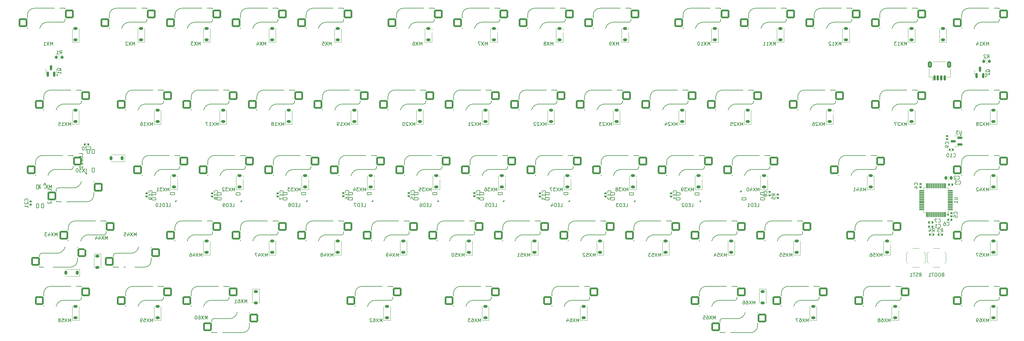
<source format=gbr>
%TF.GenerationSoftware,KiCad,Pcbnew,8.0.4*%
%TF.CreationDate,2024-08-19T01:28:38+08:00*%
%TF.ProjectId,cloak-xt,636c6f61-6b2d-4787-942e-6b696361645f,rev?*%
%TF.SameCoordinates,Original*%
%TF.FileFunction,Legend,Bot*%
%TF.FilePolarity,Positive*%
%FSLAX46Y46*%
G04 Gerber Fmt 4.6, Leading zero omitted, Abs format (unit mm)*
G04 Created by KiCad (PCBNEW 8.0.4) date 2024-08-19 01:28:38*
%MOMM*%
%LPD*%
G01*
G04 APERTURE LIST*
G04 Aperture macros list*
%AMRoundRect*
0 Rectangle with rounded corners*
0 $1 Rounding radius*
0 $2 $3 $4 $5 $6 $7 $8 $9 X,Y pos of 4 corners*
0 Add a 4 corners polygon primitive as box body*
4,1,4,$2,$3,$4,$5,$6,$7,$8,$9,$2,$3,0*
0 Add four circle primitives for the rounded corners*
1,1,$1+$1,$2,$3*
1,1,$1+$1,$4,$5*
1,1,$1+$1,$6,$7*
1,1,$1+$1,$8,$9*
0 Add four rect primitives between the rounded corners*
20,1,$1+$1,$2,$3,$4,$5,0*
20,1,$1+$1,$4,$5,$6,$7,0*
20,1,$1+$1,$6,$7,$8,$9,0*
20,1,$1+$1,$8,$9,$2,$3,0*%
%AMFreePoly0*
4,1,18,-0.410000,0.593000,-0.403758,0.624380,-0.385983,0.650983,-0.359380,0.668758,-0.328000,0.675000,0.328000,0.675000,0.359380,0.668758,0.385983,0.650983,0.403758,0.624380,0.410000,0.593000,0.410000,-0.593000,0.403758,-0.624380,0.385983,-0.650983,0.359380,-0.668758,0.328000,-0.675000,0.000000,-0.675000,-0.410000,-0.265000,-0.410000,0.593000,-0.410000,0.593000,$1*%
G04 Aperture macros list end*
%ADD10C,0.150000*%
%ADD11C,0.120000*%
%ADD12RoundRect,0.082000X0.593000X-0.328000X0.593000X0.328000X-0.593000X0.328000X-0.593000X-0.328000X0*%
%ADD13FreePoly0,90.000000*%
%ADD14RoundRect,0.082000X0.328000X0.593000X-0.328000X0.593000X-0.328000X-0.593000X0.328000X-0.593000X0*%
%ADD15FreePoly0,180.000000*%
%ADD16RoundRect,0.082000X-0.328000X-0.593000X0.328000X-0.593000X0.328000X0.593000X-0.328000X0.593000X0*%
%ADD17FreePoly0,0.000000*%
%ADD18RoundRect,0.082000X-0.593000X0.328000X-0.593000X-0.328000X0.593000X-0.328000X0.593000X0.328000X0*%
%ADD19FreePoly0,270.000000*%
%ADD20RoundRect,0.140000X-0.170000X0.140000X-0.170000X-0.140000X0.170000X-0.140000X0.170000X0.140000X0*%
%ADD21RoundRect,0.140000X-0.140000X-0.170000X0.140000X-0.170000X0.140000X0.170000X-0.140000X0.170000X0*%
%ADD22RoundRect,0.140000X0.170000X-0.140000X0.170000X0.140000X-0.170000X0.140000X-0.170000X-0.140000X0*%
%ADD23RoundRect,0.135000X-0.185000X0.135000X-0.185000X-0.135000X0.185000X-0.135000X0.185000X0.135000X0*%
%ADD24C,3.987800*%
%ADD25C,4.000000*%
%ADD26RoundRect,0.225000X0.375000X-0.225000X0.375000X0.225000X-0.375000X0.225000X-0.375000X-0.225000X0*%
%ADD27C,1.750000*%
%ADD28C,3.300000*%
%ADD29RoundRect,0.250000X1.025000X1.000000X-1.025000X1.000000X-1.025000X-1.000000X1.025000X-1.000000X0*%
%ADD30RoundRect,0.075000X0.075000X-0.662500X0.075000X0.662500X-0.075000X0.662500X-0.075000X-0.662500X0*%
%ADD31RoundRect,0.075000X0.662500X-0.075000X0.662500X0.075000X-0.662500X0.075000X-0.662500X-0.075000X0*%
%ADD32RoundRect,0.225000X0.225000X0.375000X-0.225000X0.375000X-0.225000X-0.375000X0.225000X-0.375000X0*%
%ADD33RoundRect,0.250000X-1.025000X-1.000000X1.025000X-1.000000X1.025000X1.000000X-1.025000X1.000000X0*%
%ADD34RoundRect,0.225000X-0.375000X0.225000X-0.375000X-0.225000X0.375000X-0.225000X0.375000X0.225000X0*%
%ADD35R,1.000000X1.700000*%
%ADD36RoundRect,0.150000X0.150000X-0.587500X0.150000X0.587500X-0.150000X0.587500X-0.150000X-0.587500X0*%
%ADD37RoundRect,0.200000X0.200000X0.275000X-0.200000X0.275000X-0.200000X-0.275000X0.200000X-0.275000X0*%
%ADD38RoundRect,0.150000X0.587500X0.150000X-0.587500X0.150000X-0.587500X-0.150000X0.587500X-0.150000X0*%
%ADD39RoundRect,0.140000X0.140000X0.170000X-0.140000X0.170000X-0.140000X-0.170000X0.140000X-0.170000X0*%
%ADD40RoundRect,0.135000X0.135000X0.185000X-0.135000X0.185000X-0.135000X-0.185000X0.135000X-0.185000X0*%
%ADD41RoundRect,0.150000X-0.150000X-0.625000X0.150000X-0.625000X0.150000X0.625000X-0.150000X0.625000X0*%
%ADD42RoundRect,0.250000X-0.350000X-0.650000X0.350000X-0.650000X0.350000X0.650000X-0.350000X0.650000X0*%
%ADD43RoundRect,0.225000X-0.225000X-0.250000X0.225000X-0.250000X0.225000X0.250000X-0.225000X0.250000X0*%
G04 APERTURE END LIST*
D10*
X101909774Y-134152480D02*
X102385964Y-134152480D01*
X102385964Y-134152480D02*
X102385964Y-133152480D01*
X101576440Y-133628670D02*
X101243107Y-133628670D01*
X101100250Y-134152480D02*
X101576440Y-134152480D01*
X101576440Y-134152480D02*
X101576440Y-133152480D01*
X101576440Y-133152480D02*
X101100250Y-133152480D01*
X100671678Y-134152480D02*
X100671678Y-133152480D01*
X100671678Y-133152480D02*
X100433583Y-133152480D01*
X100433583Y-133152480D02*
X100290726Y-133200099D01*
X100290726Y-133200099D02*
X100195488Y-133295337D01*
X100195488Y-133295337D02*
X100147869Y-133390575D01*
X100147869Y-133390575D02*
X100100250Y-133581051D01*
X100100250Y-133581051D02*
X100100250Y-133723908D01*
X100100250Y-133723908D02*
X100147869Y-133914384D01*
X100147869Y-133914384D02*
X100195488Y-134009622D01*
X100195488Y-134009622D02*
X100290726Y-134104861D01*
X100290726Y-134104861D02*
X100433583Y-134152480D01*
X100433583Y-134152480D02*
X100671678Y-134152480D01*
X99147869Y-134152480D02*
X99719297Y-134152480D01*
X99433583Y-134152480D02*
X99433583Y-133152480D01*
X99433583Y-133152480D02*
X99528821Y-133295337D01*
X99528821Y-133295337D02*
X99624059Y-133390575D01*
X99624059Y-133390575D02*
X99719297Y-133438194D01*
X98528821Y-133152480D02*
X98433583Y-133152480D01*
X98433583Y-133152480D02*
X98338345Y-133200099D01*
X98338345Y-133200099D02*
X98290726Y-133247718D01*
X98290726Y-133247718D02*
X98243107Y-133342956D01*
X98243107Y-133342956D02*
X98195488Y-133533432D01*
X98195488Y-133533432D02*
X98195488Y-133771527D01*
X98195488Y-133771527D02*
X98243107Y-133962003D01*
X98243107Y-133962003D02*
X98290726Y-134057241D01*
X98290726Y-134057241D02*
X98338345Y-134104861D01*
X98338345Y-134104861D02*
X98433583Y-134152480D01*
X98433583Y-134152480D02*
X98528821Y-134152480D01*
X98528821Y-134152480D02*
X98624059Y-134104861D01*
X98624059Y-134104861D02*
X98671678Y-134057241D01*
X98671678Y-134057241D02*
X98719297Y-133962003D01*
X98719297Y-133962003D02*
X98766916Y-133771527D01*
X98766916Y-133771527D02*
X98766916Y-133533432D01*
X98766916Y-133533432D02*
X98719297Y-133342956D01*
X98719297Y-133342956D02*
X98671678Y-133247718D01*
X98671678Y-133247718D02*
X98624059Y-133200099D01*
X98624059Y-133200099D02*
X98528821Y-133152480D01*
X215733583Y-134152480D02*
X216209773Y-134152480D01*
X216209773Y-134152480D02*
X216209773Y-133152480D01*
X215400249Y-133628670D02*
X215066916Y-133628670D01*
X214924059Y-134152480D02*
X215400249Y-134152480D01*
X215400249Y-134152480D02*
X215400249Y-133152480D01*
X215400249Y-133152480D02*
X214924059Y-133152480D01*
X214495487Y-134152480D02*
X214495487Y-133152480D01*
X214495487Y-133152480D02*
X214257392Y-133152480D01*
X214257392Y-133152480D02*
X214114535Y-133200099D01*
X214114535Y-133200099D02*
X214019297Y-133295337D01*
X214019297Y-133295337D02*
X213971678Y-133390575D01*
X213971678Y-133390575D02*
X213924059Y-133581051D01*
X213924059Y-133581051D02*
X213924059Y-133723908D01*
X213924059Y-133723908D02*
X213971678Y-133914384D01*
X213971678Y-133914384D02*
X214019297Y-134009622D01*
X214019297Y-134009622D02*
X214114535Y-134104861D01*
X214114535Y-134104861D02*
X214257392Y-134152480D01*
X214257392Y-134152480D02*
X214495487Y-134152480D01*
X213066916Y-133485813D02*
X213066916Y-134152480D01*
X213305011Y-133104861D02*
X213543106Y-133819146D01*
X213543106Y-133819146D02*
X212924059Y-133819146D01*
X234730458Y-134196230D02*
X235206648Y-134196230D01*
X235206648Y-134196230D02*
X235206648Y-133196230D01*
X234397124Y-133672420D02*
X234063791Y-133672420D01*
X233920934Y-134196230D02*
X234397124Y-134196230D01*
X234397124Y-134196230D02*
X234397124Y-133196230D01*
X234397124Y-133196230D02*
X233920934Y-133196230D01*
X233492362Y-134196230D02*
X233492362Y-133196230D01*
X233492362Y-133196230D02*
X233254267Y-133196230D01*
X233254267Y-133196230D02*
X233111410Y-133243849D01*
X233111410Y-133243849D02*
X233016172Y-133339087D01*
X233016172Y-133339087D02*
X232968553Y-133434325D01*
X232968553Y-133434325D02*
X232920934Y-133624801D01*
X232920934Y-133624801D02*
X232920934Y-133767658D01*
X232920934Y-133767658D02*
X232968553Y-133958134D01*
X232968553Y-133958134D02*
X233016172Y-134053372D01*
X233016172Y-134053372D02*
X233111410Y-134148611D01*
X233111410Y-134148611D02*
X233254267Y-134196230D01*
X233254267Y-134196230D02*
X233492362Y-134196230D01*
X232587600Y-133196230D02*
X231968553Y-133196230D01*
X231968553Y-133196230D02*
X232301886Y-133577182D01*
X232301886Y-133577182D02*
X232159029Y-133577182D01*
X232159029Y-133577182D02*
X232063791Y-133624801D01*
X232063791Y-133624801D02*
X232016172Y-133672420D01*
X232016172Y-133672420D02*
X231968553Y-133767658D01*
X231968553Y-133767658D02*
X231968553Y-134005753D01*
X231968553Y-134005753D02*
X232016172Y-134100991D01*
X232016172Y-134100991D02*
X232063791Y-134148611D01*
X232063791Y-134148611D02*
X232159029Y-134196230D01*
X232159029Y-134196230D02*
X232444743Y-134196230D01*
X232444743Y-134196230D02*
X232539981Y-134148611D01*
X232539981Y-134148611D02*
X232587600Y-134100991D01*
X253780458Y-134196230D02*
X254256648Y-134196230D01*
X254256648Y-134196230D02*
X254256648Y-133196230D01*
X253447124Y-133672420D02*
X253113791Y-133672420D01*
X252970934Y-134196230D02*
X253447124Y-134196230D01*
X253447124Y-134196230D02*
X253447124Y-133196230D01*
X253447124Y-133196230D02*
X252970934Y-133196230D01*
X252542362Y-134196230D02*
X252542362Y-133196230D01*
X252542362Y-133196230D02*
X252304267Y-133196230D01*
X252304267Y-133196230D02*
X252161410Y-133243849D01*
X252161410Y-133243849D02*
X252066172Y-133339087D01*
X252066172Y-133339087D02*
X252018553Y-133434325D01*
X252018553Y-133434325D02*
X251970934Y-133624801D01*
X251970934Y-133624801D02*
X251970934Y-133767658D01*
X251970934Y-133767658D02*
X252018553Y-133958134D01*
X252018553Y-133958134D02*
X252066172Y-134053372D01*
X252066172Y-134053372D02*
X252161410Y-134148611D01*
X252161410Y-134148611D02*
X252304267Y-134196230D01*
X252304267Y-134196230D02*
X252542362Y-134196230D01*
X251589981Y-133291468D02*
X251542362Y-133243849D01*
X251542362Y-133243849D02*
X251447124Y-133196230D01*
X251447124Y-133196230D02*
X251209029Y-133196230D01*
X251209029Y-133196230D02*
X251113791Y-133243849D01*
X251113791Y-133243849D02*
X251066172Y-133291468D01*
X251066172Y-133291468D02*
X251018553Y-133386706D01*
X251018553Y-133386706D02*
X251018553Y-133481944D01*
X251018553Y-133481944D02*
X251066172Y-133624801D01*
X251066172Y-133624801D02*
X251637600Y-134196230D01*
X251637600Y-134196230D02*
X251018553Y-134196230D01*
X120430458Y-134196230D02*
X120906648Y-134196230D01*
X120906648Y-134196230D02*
X120906648Y-133196230D01*
X120097124Y-133672420D02*
X119763791Y-133672420D01*
X119620934Y-134196230D02*
X120097124Y-134196230D01*
X120097124Y-134196230D02*
X120097124Y-133196230D01*
X120097124Y-133196230D02*
X119620934Y-133196230D01*
X119192362Y-134196230D02*
X119192362Y-133196230D01*
X119192362Y-133196230D02*
X118954267Y-133196230D01*
X118954267Y-133196230D02*
X118811410Y-133243849D01*
X118811410Y-133243849D02*
X118716172Y-133339087D01*
X118716172Y-133339087D02*
X118668553Y-133434325D01*
X118668553Y-133434325D02*
X118620934Y-133624801D01*
X118620934Y-133624801D02*
X118620934Y-133767658D01*
X118620934Y-133767658D02*
X118668553Y-133958134D01*
X118668553Y-133958134D02*
X118716172Y-134053372D01*
X118716172Y-134053372D02*
X118811410Y-134148611D01*
X118811410Y-134148611D02*
X118954267Y-134196230D01*
X118954267Y-134196230D02*
X119192362Y-134196230D01*
X118144743Y-134196230D02*
X117954267Y-134196230D01*
X117954267Y-134196230D02*
X117859029Y-134148611D01*
X117859029Y-134148611D02*
X117811410Y-134100991D01*
X117811410Y-134100991D02*
X117716172Y-133958134D01*
X117716172Y-133958134D02*
X117668553Y-133767658D01*
X117668553Y-133767658D02*
X117668553Y-133386706D01*
X117668553Y-133386706D02*
X117716172Y-133291468D01*
X117716172Y-133291468D02*
X117763791Y-133243849D01*
X117763791Y-133243849D02*
X117859029Y-133196230D01*
X117859029Y-133196230D02*
X118049505Y-133196230D01*
X118049505Y-133196230D02*
X118144743Y-133243849D01*
X118144743Y-133243849D02*
X118192362Y-133291468D01*
X118192362Y-133291468D02*
X118239981Y-133386706D01*
X118239981Y-133386706D02*
X118239981Y-133624801D01*
X118239981Y-133624801D02*
X118192362Y-133720039D01*
X118192362Y-133720039D02*
X118144743Y-133767658D01*
X118144743Y-133767658D02*
X118049505Y-133815277D01*
X118049505Y-133815277D02*
X117859029Y-133815277D01*
X117859029Y-133815277D02*
X117763791Y-133767658D01*
X117763791Y-133767658D02*
X117716172Y-133720039D01*
X117716172Y-133720039D02*
X117668553Y-133624801D01*
X67797480Y-129546172D02*
X67797480Y-129069982D01*
X67797480Y-129069982D02*
X66797480Y-129069982D01*
X67273670Y-129879506D02*
X67273670Y-130212839D01*
X67797480Y-130355696D02*
X67797480Y-129879506D01*
X67797480Y-129879506D02*
X66797480Y-129879506D01*
X66797480Y-129879506D02*
X66797480Y-130355696D01*
X67797480Y-130784268D02*
X66797480Y-130784268D01*
X66797480Y-130784268D02*
X66797480Y-131022363D01*
X66797480Y-131022363D02*
X66845099Y-131165220D01*
X66845099Y-131165220D02*
X66940337Y-131260458D01*
X66940337Y-131260458D02*
X67035575Y-131308077D01*
X67035575Y-131308077D02*
X67226051Y-131355696D01*
X67226051Y-131355696D02*
X67368908Y-131355696D01*
X67368908Y-131355696D02*
X67559384Y-131308077D01*
X67559384Y-131308077D02*
X67654622Y-131260458D01*
X67654622Y-131260458D02*
X67749861Y-131165220D01*
X67749861Y-131165220D02*
X67797480Y-131022363D01*
X67797480Y-131022363D02*
X67797480Y-130784268D01*
X67797480Y-132308077D02*
X67797480Y-131736649D01*
X67797480Y-132022363D02*
X66797480Y-132022363D01*
X66797480Y-132022363D02*
X66940337Y-131927125D01*
X66940337Y-131927125D02*
X67035575Y-131831887D01*
X67035575Y-131831887D02*
X67083194Y-131736649D01*
X66892718Y-132689030D02*
X66845099Y-132736649D01*
X66845099Y-132736649D02*
X66797480Y-132831887D01*
X66797480Y-132831887D02*
X66797480Y-133069982D01*
X66797480Y-133069982D02*
X66845099Y-133165220D01*
X66845099Y-133165220D02*
X66892718Y-133212839D01*
X66892718Y-133212839D02*
X66987956Y-133260458D01*
X66987956Y-133260458D02*
X67083194Y-133260458D01*
X67083194Y-133260458D02*
X67226051Y-133212839D01*
X67226051Y-133212839D02*
X67797480Y-132641411D01*
X67797480Y-132641411D02*
X67797480Y-133260458D01*
X76925605Y-119174297D02*
X76925605Y-118698107D01*
X76925605Y-118698107D02*
X75925605Y-118698107D01*
X76401795Y-119507631D02*
X76401795Y-119840964D01*
X76925605Y-119983821D02*
X76925605Y-119507631D01*
X76925605Y-119507631D02*
X75925605Y-119507631D01*
X75925605Y-119507631D02*
X75925605Y-119983821D01*
X76925605Y-120412393D02*
X75925605Y-120412393D01*
X75925605Y-120412393D02*
X75925605Y-120650488D01*
X75925605Y-120650488D02*
X75973224Y-120793345D01*
X75973224Y-120793345D02*
X76068462Y-120888583D01*
X76068462Y-120888583D02*
X76163700Y-120936202D01*
X76163700Y-120936202D02*
X76354176Y-120983821D01*
X76354176Y-120983821D02*
X76497033Y-120983821D01*
X76497033Y-120983821D02*
X76687509Y-120936202D01*
X76687509Y-120936202D02*
X76782747Y-120888583D01*
X76782747Y-120888583D02*
X76877986Y-120793345D01*
X76877986Y-120793345D02*
X76925605Y-120650488D01*
X76925605Y-120650488D02*
X76925605Y-120412393D01*
X76925605Y-121936202D02*
X76925605Y-121364774D01*
X76925605Y-121650488D02*
X75925605Y-121650488D01*
X75925605Y-121650488D02*
X76068462Y-121555250D01*
X76068462Y-121555250D02*
X76163700Y-121460012D01*
X76163700Y-121460012D02*
X76211319Y-121364774D01*
X76925605Y-122888583D02*
X76925605Y-122317155D01*
X76925605Y-122602869D02*
X75925605Y-122602869D01*
X75925605Y-122602869D02*
X76068462Y-122507631D01*
X76068462Y-122507631D02*
X76163700Y-122412393D01*
X76163700Y-122412393D02*
X76211319Y-122317155D01*
X139533583Y-134152480D02*
X140009773Y-134152480D01*
X140009773Y-134152480D02*
X140009773Y-133152480D01*
X139200249Y-133628670D02*
X138866916Y-133628670D01*
X138724059Y-134152480D02*
X139200249Y-134152480D01*
X139200249Y-134152480D02*
X139200249Y-133152480D01*
X139200249Y-133152480D02*
X138724059Y-133152480D01*
X138295487Y-134152480D02*
X138295487Y-133152480D01*
X138295487Y-133152480D02*
X138057392Y-133152480D01*
X138057392Y-133152480D02*
X137914535Y-133200099D01*
X137914535Y-133200099D02*
X137819297Y-133295337D01*
X137819297Y-133295337D02*
X137771678Y-133390575D01*
X137771678Y-133390575D02*
X137724059Y-133581051D01*
X137724059Y-133581051D02*
X137724059Y-133723908D01*
X137724059Y-133723908D02*
X137771678Y-133914384D01*
X137771678Y-133914384D02*
X137819297Y-134009622D01*
X137819297Y-134009622D02*
X137914535Y-134104861D01*
X137914535Y-134104861D02*
X138057392Y-134152480D01*
X138057392Y-134152480D02*
X138295487Y-134152480D01*
X137152630Y-133581051D02*
X137247868Y-133533432D01*
X137247868Y-133533432D02*
X137295487Y-133485813D01*
X137295487Y-133485813D02*
X137343106Y-133390575D01*
X137343106Y-133390575D02*
X137343106Y-133342956D01*
X137343106Y-133342956D02*
X137295487Y-133247718D01*
X137295487Y-133247718D02*
X137247868Y-133200099D01*
X137247868Y-133200099D02*
X137152630Y-133152480D01*
X137152630Y-133152480D02*
X136962154Y-133152480D01*
X136962154Y-133152480D02*
X136866916Y-133200099D01*
X136866916Y-133200099D02*
X136819297Y-133247718D01*
X136819297Y-133247718D02*
X136771678Y-133342956D01*
X136771678Y-133342956D02*
X136771678Y-133390575D01*
X136771678Y-133390575D02*
X136819297Y-133485813D01*
X136819297Y-133485813D02*
X136866916Y-133533432D01*
X136866916Y-133533432D02*
X136962154Y-133581051D01*
X136962154Y-133581051D02*
X137152630Y-133581051D01*
X137152630Y-133581051D02*
X137247868Y-133628670D01*
X137247868Y-133628670D02*
X137295487Y-133676289D01*
X137295487Y-133676289D02*
X137343106Y-133771527D01*
X137343106Y-133771527D02*
X137343106Y-133962003D01*
X137343106Y-133962003D02*
X137295487Y-134057241D01*
X137295487Y-134057241D02*
X137247868Y-134104861D01*
X137247868Y-134104861D02*
X137152630Y-134152480D01*
X137152630Y-134152480D02*
X136962154Y-134152480D01*
X136962154Y-134152480D02*
X136866916Y-134104861D01*
X136866916Y-134104861D02*
X136819297Y-134057241D01*
X136819297Y-134057241D02*
X136771678Y-133962003D01*
X136771678Y-133962003D02*
X136771678Y-133771527D01*
X136771678Y-133771527D02*
X136819297Y-133676289D01*
X136819297Y-133676289D02*
X136866916Y-133628670D01*
X136866916Y-133628670D02*
X136962154Y-133581051D01*
X158583583Y-134152480D02*
X159059773Y-134152480D01*
X159059773Y-134152480D02*
X159059773Y-133152480D01*
X158250249Y-133628670D02*
X157916916Y-133628670D01*
X157774059Y-134152480D02*
X158250249Y-134152480D01*
X158250249Y-134152480D02*
X158250249Y-133152480D01*
X158250249Y-133152480D02*
X157774059Y-133152480D01*
X157345487Y-134152480D02*
X157345487Y-133152480D01*
X157345487Y-133152480D02*
X157107392Y-133152480D01*
X157107392Y-133152480D02*
X156964535Y-133200099D01*
X156964535Y-133200099D02*
X156869297Y-133295337D01*
X156869297Y-133295337D02*
X156821678Y-133390575D01*
X156821678Y-133390575D02*
X156774059Y-133581051D01*
X156774059Y-133581051D02*
X156774059Y-133723908D01*
X156774059Y-133723908D02*
X156821678Y-133914384D01*
X156821678Y-133914384D02*
X156869297Y-134009622D01*
X156869297Y-134009622D02*
X156964535Y-134104861D01*
X156964535Y-134104861D02*
X157107392Y-134152480D01*
X157107392Y-134152480D02*
X157345487Y-134152480D01*
X156440725Y-133152480D02*
X155774059Y-133152480D01*
X155774059Y-133152480D02*
X156202630Y-134152480D01*
X177633583Y-134152480D02*
X178109773Y-134152480D01*
X178109773Y-134152480D02*
X178109773Y-133152480D01*
X177300249Y-133628670D02*
X176966916Y-133628670D01*
X176824059Y-134152480D02*
X177300249Y-134152480D01*
X177300249Y-134152480D02*
X177300249Y-133152480D01*
X177300249Y-133152480D02*
X176824059Y-133152480D01*
X176395487Y-134152480D02*
X176395487Y-133152480D01*
X176395487Y-133152480D02*
X176157392Y-133152480D01*
X176157392Y-133152480D02*
X176014535Y-133200099D01*
X176014535Y-133200099D02*
X175919297Y-133295337D01*
X175919297Y-133295337D02*
X175871678Y-133390575D01*
X175871678Y-133390575D02*
X175824059Y-133581051D01*
X175824059Y-133581051D02*
X175824059Y-133723908D01*
X175824059Y-133723908D02*
X175871678Y-133914384D01*
X175871678Y-133914384D02*
X175919297Y-134009622D01*
X175919297Y-134009622D02*
X176014535Y-134104861D01*
X176014535Y-134104861D02*
X176157392Y-134152480D01*
X176157392Y-134152480D02*
X176395487Y-134152480D01*
X174966916Y-133152480D02*
X175157392Y-133152480D01*
X175157392Y-133152480D02*
X175252630Y-133200099D01*
X175252630Y-133200099D02*
X175300249Y-133247718D01*
X175300249Y-133247718D02*
X175395487Y-133390575D01*
X175395487Y-133390575D02*
X175443106Y-133581051D01*
X175443106Y-133581051D02*
X175443106Y-133962003D01*
X175443106Y-133962003D02*
X175395487Y-134057241D01*
X175395487Y-134057241D02*
X175347868Y-134104861D01*
X175347868Y-134104861D02*
X175252630Y-134152480D01*
X175252630Y-134152480D02*
X175062154Y-134152480D01*
X175062154Y-134152480D02*
X174966916Y-134104861D01*
X174966916Y-134104861D02*
X174919297Y-134057241D01*
X174919297Y-134057241D02*
X174871678Y-133962003D01*
X174871678Y-133962003D02*
X174871678Y-133723908D01*
X174871678Y-133723908D02*
X174919297Y-133628670D01*
X174919297Y-133628670D02*
X174966916Y-133581051D01*
X174966916Y-133581051D02*
X175062154Y-133533432D01*
X175062154Y-133533432D02*
X175252630Y-133533432D01*
X175252630Y-133533432D02*
X175347868Y-133581051D01*
X175347868Y-133581051D02*
X175395487Y-133628670D01*
X175395487Y-133628670D02*
X175443106Y-133723908D01*
X196683583Y-134152480D02*
X197159773Y-134152480D01*
X197159773Y-134152480D02*
X197159773Y-133152480D01*
X196350249Y-133628670D02*
X196016916Y-133628670D01*
X195874059Y-134152480D02*
X196350249Y-134152480D01*
X196350249Y-134152480D02*
X196350249Y-133152480D01*
X196350249Y-133152480D02*
X195874059Y-133152480D01*
X195445487Y-134152480D02*
X195445487Y-133152480D01*
X195445487Y-133152480D02*
X195207392Y-133152480D01*
X195207392Y-133152480D02*
X195064535Y-133200099D01*
X195064535Y-133200099D02*
X194969297Y-133295337D01*
X194969297Y-133295337D02*
X194921678Y-133390575D01*
X194921678Y-133390575D02*
X194874059Y-133581051D01*
X194874059Y-133581051D02*
X194874059Y-133723908D01*
X194874059Y-133723908D02*
X194921678Y-133914384D01*
X194921678Y-133914384D02*
X194969297Y-134009622D01*
X194969297Y-134009622D02*
X195064535Y-134104861D01*
X195064535Y-134104861D02*
X195207392Y-134152480D01*
X195207392Y-134152480D02*
X195445487Y-134152480D01*
X193969297Y-133152480D02*
X194445487Y-133152480D01*
X194445487Y-133152480D02*
X194493106Y-133628670D01*
X194493106Y-133628670D02*
X194445487Y-133581051D01*
X194445487Y-133581051D02*
X194350249Y-133533432D01*
X194350249Y-133533432D02*
X194112154Y-133533432D01*
X194112154Y-133533432D02*
X194016916Y-133581051D01*
X194016916Y-133581051D02*
X193969297Y-133628670D01*
X193969297Y-133628670D02*
X193921678Y-133723908D01*
X193921678Y-133723908D02*
X193921678Y-133962003D01*
X193921678Y-133962003D02*
X193969297Y-134057241D01*
X193969297Y-134057241D02*
X194016916Y-134104861D01*
X194016916Y-134104861D02*
X194112154Y-134152480D01*
X194112154Y-134152480D02*
X194350249Y-134152480D01*
X194350249Y-134152480D02*
X194445487Y-134104861D01*
X194445487Y-134104861D02*
X194493106Y-134057241D01*
X272883583Y-134152480D02*
X273359773Y-134152480D01*
X273359773Y-134152480D02*
X273359773Y-133152480D01*
X272550249Y-133628670D02*
X272216916Y-133628670D01*
X272074059Y-134152480D02*
X272550249Y-134152480D01*
X272550249Y-134152480D02*
X272550249Y-133152480D01*
X272550249Y-133152480D02*
X272074059Y-133152480D01*
X271645487Y-134152480D02*
X271645487Y-133152480D01*
X271645487Y-133152480D02*
X271407392Y-133152480D01*
X271407392Y-133152480D02*
X271264535Y-133200099D01*
X271264535Y-133200099D02*
X271169297Y-133295337D01*
X271169297Y-133295337D02*
X271121678Y-133390575D01*
X271121678Y-133390575D02*
X271074059Y-133581051D01*
X271074059Y-133581051D02*
X271074059Y-133723908D01*
X271074059Y-133723908D02*
X271121678Y-133914384D01*
X271121678Y-133914384D02*
X271169297Y-134009622D01*
X271169297Y-134009622D02*
X271264535Y-134104861D01*
X271264535Y-134104861D02*
X271407392Y-134152480D01*
X271407392Y-134152480D02*
X271645487Y-134152480D01*
X270121678Y-134152480D02*
X270693106Y-134152480D01*
X270407392Y-134152480D02*
X270407392Y-133152480D01*
X270407392Y-133152480D02*
X270502630Y-133295337D01*
X270502630Y-133295337D02*
X270597868Y-133390575D01*
X270597868Y-133390575D02*
X270693106Y-133438194D01*
X60964116Y-132482928D02*
X61011736Y-132435309D01*
X61011736Y-132435309D02*
X61059355Y-132292452D01*
X61059355Y-132292452D02*
X61059355Y-132197214D01*
X61059355Y-132197214D02*
X61011736Y-132054357D01*
X61011736Y-132054357D02*
X60916497Y-131959119D01*
X60916497Y-131959119D02*
X60821259Y-131911500D01*
X60821259Y-131911500D02*
X60630783Y-131863881D01*
X60630783Y-131863881D02*
X60487926Y-131863881D01*
X60487926Y-131863881D02*
X60297450Y-131911500D01*
X60297450Y-131911500D02*
X60202212Y-131959119D01*
X60202212Y-131959119D02*
X60106974Y-132054357D01*
X60106974Y-132054357D02*
X60059355Y-132197214D01*
X60059355Y-132197214D02*
X60059355Y-132292452D01*
X60059355Y-132292452D02*
X60106974Y-132435309D01*
X60106974Y-132435309D02*
X60154593Y-132482928D01*
X60154593Y-132863881D02*
X60106974Y-132911500D01*
X60106974Y-132911500D02*
X60059355Y-133006738D01*
X60059355Y-133006738D02*
X60059355Y-133244833D01*
X60059355Y-133244833D02*
X60106974Y-133340071D01*
X60106974Y-133340071D02*
X60154593Y-133387690D01*
X60154593Y-133387690D02*
X60249831Y-133435309D01*
X60249831Y-133435309D02*
X60345069Y-133435309D01*
X60345069Y-133435309D02*
X60487926Y-133387690D01*
X60487926Y-133387690D02*
X61059355Y-132816262D01*
X61059355Y-132816262D02*
X61059355Y-133435309D01*
X61059355Y-134387690D02*
X61059355Y-133816262D01*
X61059355Y-134101976D02*
X60059355Y-134101976D01*
X60059355Y-134101976D02*
X60202212Y-134006738D01*
X60202212Y-134006738D02*
X60297450Y-133911500D01*
X60297450Y-133911500D02*
X60345069Y-133816262D01*
X78679268Y-117579741D02*
X78726887Y-117627361D01*
X78726887Y-117627361D02*
X78869744Y-117674980D01*
X78869744Y-117674980D02*
X78964982Y-117674980D01*
X78964982Y-117674980D02*
X79107839Y-117627361D01*
X79107839Y-117627361D02*
X79203077Y-117532122D01*
X79203077Y-117532122D02*
X79250696Y-117436884D01*
X79250696Y-117436884D02*
X79298315Y-117246408D01*
X79298315Y-117246408D02*
X79298315Y-117103551D01*
X79298315Y-117103551D02*
X79250696Y-116913075D01*
X79250696Y-116913075D02*
X79203077Y-116817837D01*
X79203077Y-116817837D02*
X79107839Y-116722599D01*
X79107839Y-116722599D02*
X78964982Y-116674980D01*
X78964982Y-116674980D02*
X78869744Y-116674980D01*
X78869744Y-116674980D02*
X78726887Y-116722599D01*
X78726887Y-116722599D02*
X78679268Y-116770218D01*
X78298315Y-116770218D02*
X78250696Y-116722599D01*
X78250696Y-116722599D02*
X78155458Y-116674980D01*
X78155458Y-116674980D02*
X77917363Y-116674980D01*
X77917363Y-116674980D02*
X77822125Y-116722599D01*
X77822125Y-116722599D02*
X77774506Y-116770218D01*
X77774506Y-116770218D02*
X77726887Y-116865456D01*
X77726887Y-116865456D02*
X77726887Y-116960694D01*
X77726887Y-116960694D02*
X77774506Y-117103551D01*
X77774506Y-117103551D02*
X78345934Y-117674980D01*
X78345934Y-117674980D02*
X77726887Y-117674980D01*
X77107839Y-116674980D02*
X77012601Y-116674980D01*
X77012601Y-116674980D02*
X76917363Y-116722599D01*
X76917363Y-116722599D02*
X76869744Y-116770218D01*
X76869744Y-116770218D02*
X76822125Y-116865456D01*
X76822125Y-116865456D02*
X76774506Y-117055932D01*
X76774506Y-117055932D02*
X76774506Y-117294027D01*
X76774506Y-117294027D02*
X76822125Y-117484503D01*
X76822125Y-117484503D02*
X76869744Y-117579741D01*
X76869744Y-117579741D02*
X76917363Y-117627361D01*
X76917363Y-117627361D02*
X77012601Y-117674980D01*
X77012601Y-117674980D02*
X77107839Y-117674980D01*
X77107839Y-117674980D02*
X77203077Y-117627361D01*
X77203077Y-117627361D02*
X77250696Y-117579741D01*
X77250696Y-117579741D02*
X77298315Y-117484503D01*
X77298315Y-117484503D02*
X77345934Y-117294027D01*
X77345934Y-117294027D02*
X77345934Y-117055932D01*
X77345934Y-117055932D02*
X77298315Y-116865456D01*
X77298315Y-116865456D02*
X77250696Y-116770218D01*
X77250696Y-116770218D02*
X77203077Y-116722599D01*
X77203077Y-116722599D02*
X77107839Y-116674980D01*
X97018491Y-130101678D02*
X97066111Y-130054059D01*
X97066111Y-130054059D02*
X97113730Y-129911202D01*
X97113730Y-129911202D02*
X97113730Y-129815964D01*
X97113730Y-129815964D02*
X97066111Y-129673107D01*
X97066111Y-129673107D02*
X96970872Y-129577869D01*
X96970872Y-129577869D02*
X96875634Y-129530250D01*
X96875634Y-129530250D02*
X96685158Y-129482631D01*
X96685158Y-129482631D02*
X96542301Y-129482631D01*
X96542301Y-129482631D02*
X96351825Y-129530250D01*
X96351825Y-129530250D02*
X96256587Y-129577869D01*
X96256587Y-129577869D02*
X96161349Y-129673107D01*
X96161349Y-129673107D02*
X96113730Y-129815964D01*
X96113730Y-129815964D02*
X96113730Y-129911202D01*
X96113730Y-129911202D02*
X96161349Y-130054059D01*
X96161349Y-130054059D02*
X96208968Y-130101678D01*
X97113730Y-131054059D02*
X97113730Y-130482631D01*
X97113730Y-130768345D02*
X96113730Y-130768345D01*
X96113730Y-130768345D02*
X96256587Y-130673107D01*
X96256587Y-130673107D02*
X96351825Y-130577869D01*
X96351825Y-130577869D02*
X96399444Y-130482631D01*
X97113730Y-131530250D02*
X97113730Y-131720726D01*
X97113730Y-131720726D02*
X97066111Y-131815964D01*
X97066111Y-131815964D02*
X97018491Y-131863583D01*
X97018491Y-131863583D02*
X96875634Y-131958821D01*
X96875634Y-131958821D02*
X96685158Y-132006440D01*
X96685158Y-132006440D02*
X96304206Y-132006440D01*
X96304206Y-132006440D02*
X96208968Y-131958821D01*
X96208968Y-131958821D02*
X96161349Y-131911202D01*
X96161349Y-131911202D02*
X96113730Y-131815964D01*
X96113730Y-131815964D02*
X96113730Y-131625488D01*
X96113730Y-131625488D02*
X96161349Y-131530250D01*
X96161349Y-131530250D02*
X96208968Y-131482631D01*
X96208968Y-131482631D02*
X96304206Y-131435012D01*
X96304206Y-131435012D02*
X96542301Y-131435012D01*
X96542301Y-131435012D02*
X96637539Y-131482631D01*
X96637539Y-131482631D02*
X96685158Y-131530250D01*
X96685158Y-131530250D02*
X96732777Y-131625488D01*
X96732777Y-131625488D02*
X96732777Y-131815964D01*
X96732777Y-131815964D02*
X96685158Y-131911202D01*
X96685158Y-131911202D02*
X96637539Y-131958821D01*
X96637539Y-131958821D02*
X96542301Y-132006440D01*
X116068491Y-130061678D02*
X116116111Y-130014059D01*
X116116111Y-130014059D02*
X116163730Y-129871202D01*
X116163730Y-129871202D02*
X116163730Y-129775964D01*
X116163730Y-129775964D02*
X116116111Y-129633107D01*
X116116111Y-129633107D02*
X116020872Y-129537869D01*
X116020872Y-129537869D02*
X115925634Y-129490250D01*
X115925634Y-129490250D02*
X115735158Y-129442631D01*
X115735158Y-129442631D02*
X115592301Y-129442631D01*
X115592301Y-129442631D02*
X115401825Y-129490250D01*
X115401825Y-129490250D02*
X115306587Y-129537869D01*
X115306587Y-129537869D02*
X115211349Y-129633107D01*
X115211349Y-129633107D02*
X115163730Y-129775964D01*
X115163730Y-129775964D02*
X115163730Y-129871202D01*
X115163730Y-129871202D02*
X115211349Y-130014059D01*
X115211349Y-130014059D02*
X115258968Y-130061678D01*
X116163730Y-131014059D02*
X116163730Y-130442631D01*
X116163730Y-130728345D02*
X115163730Y-130728345D01*
X115163730Y-130728345D02*
X115306587Y-130633107D01*
X115306587Y-130633107D02*
X115401825Y-130537869D01*
X115401825Y-130537869D02*
X115449444Y-130442631D01*
X115592301Y-131585488D02*
X115544682Y-131490250D01*
X115544682Y-131490250D02*
X115497063Y-131442631D01*
X115497063Y-131442631D02*
X115401825Y-131395012D01*
X115401825Y-131395012D02*
X115354206Y-131395012D01*
X115354206Y-131395012D02*
X115258968Y-131442631D01*
X115258968Y-131442631D02*
X115211349Y-131490250D01*
X115211349Y-131490250D02*
X115163730Y-131585488D01*
X115163730Y-131585488D02*
X115163730Y-131775964D01*
X115163730Y-131775964D02*
X115211349Y-131871202D01*
X115211349Y-131871202D02*
X115258968Y-131918821D01*
X115258968Y-131918821D02*
X115354206Y-131966440D01*
X115354206Y-131966440D02*
X115401825Y-131966440D01*
X115401825Y-131966440D02*
X115497063Y-131918821D01*
X115497063Y-131918821D02*
X115544682Y-131871202D01*
X115544682Y-131871202D02*
X115592301Y-131775964D01*
X115592301Y-131775964D02*
X115592301Y-131585488D01*
X115592301Y-131585488D02*
X115639920Y-131490250D01*
X115639920Y-131490250D02*
X115687539Y-131442631D01*
X115687539Y-131442631D02*
X115782777Y-131395012D01*
X115782777Y-131395012D02*
X115973253Y-131395012D01*
X115973253Y-131395012D02*
X116068491Y-131442631D01*
X116068491Y-131442631D02*
X116116111Y-131490250D01*
X116116111Y-131490250D02*
X116163730Y-131585488D01*
X116163730Y-131585488D02*
X116163730Y-131775964D01*
X116163730Y-131775964D02*
X116116111Y-131871202D01*
X116116111Y-131871202D02*
X116068491Y-131918821D01*
X116068491Y-131918821D02*
X115973253Y-131966440D01*
X115973253Y-131966440D02*
X115782777Y-131966440D01*
X115782777Y-131966440D02*
X115687539Y-131918821D01*
X115687539Y-131918821D02*
X115639920Y-131871202D01*
X115639920Y-131871202D02*
X115592301Y-131775964D01*
X135118491Y-130101678D02*
X135166111Y-130054059D01*
X135166111Y-130054059D02*
X135213730Y-129911202D01*
X135213730Y-129911202D02*
X135213730Y-129815964D01*
X135213730Y-129815964D02*
X135166111Y-129673107D01*
X135166111Y-129673107D02*
X135070872Y-129577869D01*
X135070872Y-129577869D02*
X134975634Y-129530250D01*
X134975634Y-129530250D02*
X134785158Y-129482631D01*
X134785158Y-129482631D02*
X134642301Y-129482631D01*
X134642301Y-129482631D02*
X134451825Y-129530250D01*
X134451825Y-129530250D02*
X134356587Y-129577869D01*
X134356587Y-129577869D02*
X134261349Y-129673107D01*
X134261349Y-129673107D02*
X134213730Y-129815964D01*
X134213730Y-129815964D02*
X134213730Y-129911202D01*
X134213730Y-129911202D02*
X134261349Y-130054059D01*
X134261349Y-130054059D02*
X134308968Y-130101678D01*
X135213730Y-131054059D02*
X135213730Y-130482631D01*
X135213730Y-130768345D02*
X134213730Y-130768345D01*
X134213730Y-130768345D02*
X134356587Y-130673107D01*
X134356587Y-130673107D02*
X134451825Y-130577869D01*
X134451825Y-130577869D02*
X134499444Y-130482631D01*
X134213730Y-131387393D02*
X134213730Y-132054059D01*
X134213730Y-132054059D02*
X135213730Y-131625488D01*
X154168491Y-130018553D02*
X154216111Y-129970934D01*
X154216111Y-129970934D02*
X154263730Y-129828077D01*
X154263730Y-129828077D02*
X154263730Y-129732839D01*
X154263730Y-129732839D02*
X154216111Y-129589982D01*
X154216111Y-129589982D02*
X154120872Y-129494744D01*
X154120872Y-129494744D02*
X154025634Y-129447125D01*
X154025634Y-129447125D02*
X153835158Y-129399506D01*
X153835158Y-129399506D02*
X153692301Y-129399506D01*
X153692301Y-129399506D02*
X153501825Y-129447125D01*
X153501825Y-129447125D02*
X153406587Y-129494744D01*
X153406587Y-129494744D02*
X153311349Y-129589982D01*
X153311349Y-129589982D02*
X153263730Y-129732839D01*
X153263730Y-129732839D02*
X153263730Y-129828077D01*
X153263730Y-129828077D02*
X153311349Y-129970934D01*
X153311349Y-129970934D02*
X153358968Y-130018553D01*
X154263730Y-130970934D02*
X154263730Y-130399506D01*
X154263730Y-130685220D02*
X153263730Y-130685220D01*
X153263730Y-130685220D02*
X153406587Y-130589982D01*
X153406587Y-130589982D02*
X153501825Y-130494744D01*
X153501825Y-130494744D02*
X153549444Y-130399506D01*
X153263730Y-131828077D02*
X153263730Y-131637601D01*
X153263730Y-131637601D02*
X153311349Y-131542363D01*
X153311349Y-131542363D02*
X153358968Y-131494744D01*
X153358968Y-131494744D02*
X153501825Y-131399506D01*
X153501825Y-131399506D02*
X153692301Y-131351887D01*
X153692301Y-131351887D02*
X154073253Y-131351887D01*
X154073253Y-131351887D02*
X154168491Y-131399506D01*
X154168491Y-131399506D02*
X154216111Y-131447125D01*
X154216111Y-131447125D02*
X154263730Y-131542363D01*
X154263730Y-131542363D02*
X154263730Y-131732839D01*
X154263730Y-131732839D02*
X154216111Y-131828077D01*
X154216111Y-131828077D02*
X154168491Y-131875696D01*
X154168491Y-131875696D02*
X154073253Y-131923315D01*
X154073253Y-131923315D02*
X153835158Y-131923315D01*
X153835158Y-131923315D02*
X153739920Y-131875696D01*
X153739920Y-131875696D02*
X153692301Y-131828077D01*
X153692301Y-131828077D02*
X153644682Y-131732839D01*
X153644682Y-131732839D02*
X153644682Y-131542363D01*
X153644682Y-131542363D02*
X153692301Y-131447125D01*
X153692301Y-131447125D02*
X153739920Y-131399506D01*
X153739920Y-131399506D02*
X153835158Y-131351887D01*
X173218491Y-130018553D02*
X173266111Y-129970934D01*
X173266111Y-129970934D02*
X173313730Y-129828077D01*
X173313730Y-129828077D02*
X173313730Y-129732839D01*
X173313730Y-129732839D02*
X173266111Y-129589982D01*
X173266111Y-129589982D02*
X173170872Y-129494744D01*
X173170872Y-129494744D02*
X173075634Y-129447125D01*
X173075634Y-129447125D02*
X172885158Y-129399506D01*
X172885158Y-129399506D02*
X172742301Y-129399506D01*
X172742301Y-129399506D02*
X172551825Y-129447125D01*
X172551825Y-129447125D02*
X172456587Y-129494744D01*
X172456587Y-129494744D02*
X172361349Y-129589982D01*
X172361349Y-129589982D02*
X172313730Y-129732839D01*
X172313730Y-129732839D02*
X172313730Y-129828077D01*
X172313730Y-129828077D02*
X172361349Y-129970934D01*
X172361349Y-129970934D02*
X172408968Y-130018553D01*
X173313730Y-130970934D02*
X173313730Y-130399506D01*
X173313730Y-130685220D02*
X172313730Y-130685220D01*
X172313730Y-130685220D02*
X172456587Y-130589982D01*
X172456587Y-130589982D02*
X172551825Y-130494744D01*
X172551825Y-130494744D02*
X172599444Y-130399506D01*
X172313730Y-131875696D02*
X172313730Y-131399506D01*
X172313730Y-131399506D02*
X172789920Y-131351887D01*
X172789920Y-131351887D02*
X172742301Y-131399506D01*
X172742301Y-131399506D02*
X172694682Y-131494744D01*
X172694682Y-131494744D02*
X172694682Y-131732839D01*
X172694682Y-131732839D02*
X172742301Y-131828077D01*
X172742301Y-131828077D02*
X172789920Y-131875696D01*
X172789920Y-131875696D02*
X172885158Y-131923315D01*
X172885158Y-131923315D02*
X173123253Y-131923315D01*
X173123253Y-131923315D02*
X173218491Y-131875696D01*
X173218491Y-131875696D02*
X173266111Y-131828077D01*
X173266111Y-131828077D02*
X173313730Y-131732839D01*
X173313730Y-131732839D02*
X173313730Y-131494744D01*
X173313730Y-131494744D02*
X173266111Y-131399506D01*
X173266111Y-131399506D02*
X173218491Y-131351887D01*
X192268491Y-130018553D02*
X192316111Y-129970934D01*
X192316111Y-129970934D02*
X192363730Y-129828077D01*
X192363730Y-129828077D02*
X192363730Y-129732839D01*
X192363730Y-129732839D02*
X192316111Y-129589982D01*
X192316111Y-129589982D02*
X192220872Y-129494744D01*
X192220872Y-129494744D02*
X192125634Y-129447125D01*
X192125634Y-129447125D02*
X191935158Y-129399506D01*
X191935158Y-129399506D02*
X191792301Y-129399506D01*
X191792301Y-129399506D02*
X191601825Y-129447125D01*
X191601825Y-129447125D02*
X191506587Y-129494744D01*
X191506587Y-129494744D02*
X191411349Y-129589982D01*
X191411349Y-129589982D02*
X191363730Y-129732839D01*
X191363730Y-129732839D02*
X191363730Y-129828077D01*
X191363730Y-129828077D02*
X191411349Y-129970934D01*
X191411349Y-129970934D02*
X191458968Y-130018553D01*
X192363730Y-130970934D02*
X192363730Y-130399506D01*
X192363730Y-130685220D02*
X191363730Y-130685220D01*
X191363730Y-130685220D02*
X191506587Y-130589982D01*
X191506587Y-130589982D02*
X191601825Y-130494744D01*
X191601825Y-130494744D02*
X191649444Y-130399506D01*
X191697063Y-131828077D02*
X192363730Y-131828077D01*
X191316111Y-131589982D02*
X192030396Y-131351887D01*
X192030396Y-131351887D02*
X192030396Y-131970934D01*
X211318491Y-130101678D02*
X211366111Y-130054059D01*
X211366111Y-130054059D02*
X211413730Y-129911202D01*
X211413730Y-129911202D02*
X211413730Y-129815964D01*
X211413730Y-129815964D02*
X211366111Y-129673107D01*
X211366111Y-129673107D02*
X211270872Y-129577869D01*
X211270872Y-129577869D02*
X211175634Y-129530250D01*
X211175634Y-129530250D02*
X210985158Y-129482631D01*
X210985158Y-129482631D02*
X210842301Y-129482631D01*
X210842301Y-129482631D02*
X210651825Y-129530250D01*
X210651825Y-129530250D02*
X210556587Y-129577869D01*
X210556587Y-129577869D02*
X210461349Y-129673107D01*
X210461349Y-129673107D02*
X210413730Y-129815964D01*
X210413730Y-129815964D02*
X210413730Y-129911202D01*
X210413730Y-129911202D02*
X210461349Y-130054059D01*
X210461349Y-130054059D02*
X210508968Y-130101678D01*
X211413730Y-131054059D02*
X211413730Y-130482631D01*
X211413730Y-130768345D02*
X210413730Y-130768345D01*
X210413730Y-130768345D02*
X210556587Y-130673107D01*
X210556587Y-130673107D02*
X210651825Y-130577869D01*
X210651825Y-130577869D02*
X210699444Y-130482631D01*
X210413730Y-131387393D02*
X210413730Y-132006440D01*
X210413730Y-132006440D02*
X210794682Y-131673107D01*
X210794682Y-131673107D02*
X210794682Y-131815964D01*
X210794682Y-131815964D02*
X210842301Y-131911202D01*
X210842301Y-131911202D02*
X210889920Y-131958821D01*
X210889920Y-131958821D02*
X210985158Y-132006440D01*
X210985158Y-132006440D02*
X211223253Y-132006440D01*
X211223253Y-132006440D02*
X211318491Y-131958821D01*
X211318491Y-131958821D02*
X211366111Y-131911202D01*
X211366111Y-131911202D02*
X211413730Y-131815964D01*
X211413730Y-131815964D02*
X211413730Y-131530250D01*
X211413730Y-131530250D02*
X211366111Y-131435012D01*
X211366111Y-131435012D02*
X211318491Y-131387393D01*
X230368491Y-130101678D02*
X230416111Y-130054059D01*
X230416111Y-130054059D02*
X230463730Y-129911202D01*
X230463730Y-129911202D02*
X230463730Y-129815964D01*
X230463730Y-129815964D02*
X230416111Y-129673107D01*
X230416111Y-129673107D02*
X230320872Y-129577869D01*
X230320872Y-129577869D02*
X230225634Y-129530250D01*
X230225634Y-129530250D02*
X230035158Y-129482631D01*
X230035158Y-129482631D02*
X229892301Y-129482631D01*
X229892301Y-129482631D02*
X229701825Y-129530250D01*
X229701825Y-129530250D02*
X229606587Y-129577869D01*
X229606587Y-129577869D02*
X229511349Y-129673107D01*
X229511349Y-129673107D02*
X229463730Y-129815964D01*
X229463730Y-129815964D02*
X229463730Y-129911202D01*
X229463730Y-129911202D02*
X229511349Y-130054059D01*
X229511349Y-130054059D02*
X229558968Y-130101678D01*
X230463730Y-131054059D02*
X230463730Y-130482631D01*
X230463730Y-130768345D02*
X229463730Y-130768345D01*
X229463730Y-130768345D02*
X229606587Y-130673107D01*
X229606587Y-130673107D02*
X229701825Y-130577869D01*
X229701825Y-130577869D02*
X229749444Y-130482631D01*
X229558968Y-131435012D02*
X229511349Y-131482631D01*
X229511349Y-131482631D02*
X229463730Y-131577869D01*
X229463730Y-131577869D02*
X229463730Y-131815964D01*
X229463730Y-131815964D02*
X229511349Y-131911202D01*
X229511349Y-131911202D02*
X229558968Y-131958821D01*
X229558968Y-131958821D02*
X229654206Y-132006440D01*
X229654206Y-132006440D02*
X229749444Y-132006440D01*
X229749444Y-132006440D02*
X229892301Y-131958821D01*
X229892301Y-131958821D02*
X230463730Y-131387393D01*
X230463730Y-131387393D02*
X230463730Y-132006440D01*
X278139980Y-130974744D02*
X277663789Y-130641411D01*
X278139980Y-130403316D02*
X277139980Y-130403316D01*
X277139980Y-130403316D02*
X277139980Y-130784268D01*
X277139980Y-130784268D02*
X277187599Y-130879506D01*
X277187599Y-130879506D02*
X277235218Y-130927125D01*
X277235218Y-130927125D02*
X277330456Y-130974744D01*
X277330456Y-130974744D02*
X277473313Y-130974744D01*
X277473313Y-130974744D02*
X277568551Y-130927125D01*
X277568551Y-130927125D02*
X277616170Y-130879506D01*
X277616170Y-130879506D02*
X277663789Y-130784268D01*
X277663789Y-130784268D02*
X277663789Y-130403316D01*
X277139980Y-131879506D02*
X277139980Y-131403316D01*
X277139980Y-131403316D02*
X277616170Y-131355697D01*
X277616170Y-131355697D02*
X277568551Y-131403316D01*
X277568551Y-131403316D02*
X277520932Y-131498554D01*
X277520932Y-131498554D02*
X277520932Y-131736649D01*
X277520932Y-131736649D02*
X277568551Y-131831887D01*
X277568551Y-131831887D02*
X277616170Y-131879506D01*
X277616170Y-131879506D02*
X277711408Y-131927125D01*
X277711408Y-131927125D02*
X277949503Y-131927125D01*
X277949503Y-131927125D02*
X278044741Y-131879506D01*
X278044741Y-131879506D02*
X278092361Y-131831887D01*
X278092361Y-131831887D02*
X278139980Y-131736649D01*
X278139980Y-131736649D02*
X278139980Y-131498554D01*
X278139980Y-131498554D02*
X278092361Y-131403316D01*
X278092361Y-131403316D02*
X278044741Y-131355697D01*
X249418491Y-130101678D02*
X249466111Y-130054059D01*
X249466111Y-130054059D02*
X249513730Y-129911202D01*
X249513730Y-129911202D02*
X249513730Y-129815964D01*
X249513730Y-129815964D02*
X249466111Y-129673107D01*
X249466111Y-129673107D02*
X249370872Y-129577869D01*
X249370872Y-129577869D02*
X249275634Y-129530250D01*
X249275634Y-129530250D02*
X249085158Y-129482631D01*
X249085158Y-129482631D02*
X248942301Y-129482631D01*
X248942301Y-129482631D02*
X248751825Y-129530250D01*
X248751825Y-129530250D02*
X248656587Y-129577869D01*
X248656587Y-129577869D02*
X248561349Y-129673107D01*
X248561349Y-129673107D02*
X248513730Y-129815964D01*
X248513730Y-129815964D02*
X248513730Y-129911202D01*
X248513730Y-129911202D02*
X248561349Y-130054059D01*
X248561349Y-130054059D02*
X248608968Y-130101678D01*
X249513730Y-131054059D02*
X249513730Y-130482631D01*
X249513730Y-130768345D02*
X248513730Y-130768345D01*
X248513730Y-130768345D02*
X248656587Y-130673107D01*
X248656587Y-130673107D02*
X248751825Y-130577869D01*
X248751825Y-130577869D02*
X248799444Y-130482631D01*
X249513730Y-132006440D02*
X249513730Y-131435012D01*
X249513730Y-131720726D02*
X248513730Y-131720726D01*
X248513730Y-131720726D02*
X248656587Y-131625488D01*
X248656587Y-131625488D02*
X248751825Y-131530250D01*
X248751825Y-131530250D02*
X248799444Y-131435012D01*
X275673491Y-130180994D02*
X275721111Y-130133375D01*
X275721111Y-130133375D02*
X275768730Y-129990518D01*
X275768730Y-129990518D02*
X275768730Y-129895280D01*
X275768730Y-129895280D02*
X275721111Y-129752423D01*
X275721111Y-129752423D02*
X275625872Y-129657185D01*
X275625872Y-129657185D02*
X275530634Y-129609566D01*
X275530634Y-129609566D02*
X275340158Y-129561947D01*
X275340158Y-129561947D02*
X275197301Y-129561947D01*
X275197301Y-129561947D02*
X275006825Y-129609566D01*
X275006825Y-129609566D02*
X274911587Y-129657185D01*
X274911587Y-129657185D02*
X274816349Y-129752423D01*
X274816349Y-129752423D02*
X274768730Y-129895280D01*
X274768730Y-129895280D02*
X274768730Y-129990518D01*
X274768730Y-129990518D02*
X274816349Y-130133375D01*
X274816349Y-130133375D02*
X274863968Y-130180994D01*
X275197301Y-130752423D02*
X275149682Y-130657185D01*
X275149682Y-130657185D02*
X275102063Y-130609566D01*
X275102063Y-130609566D02*
X275006825Y-130561947D01*
X275006825Y-130561947D02*
X274959206Y-130561947D01*
X274959206Y-130561947D02*
X274863968Y-130609566D01*
X274863968Y-130609566D02*
X274816349Y-130657185D01*
X274816349Y-130657185D02*
X274768730Y-130752423D01*
X274768730Y-130752423D02*
X274768730Y-130942899D01*
X274768730Y-130942899D02*
X274816349Y-131038137D01*
X274816349Y-131038137D02*
X274863968Y-131085756D01*
X274863968Y-131085756D02*
X274959206Y-131133375D01*
X274959206Y-131133375D02*
X275006825Y-131133375D01*
X275006825Y-131133375D02*
X275102063Y-131085756D01*
X275102063Y-131085756D02*
X275149682Y-131038137D01*
X275149682Y-131038137D02*
X275197301Y-130942899D01*
X275197301Y-130942899D02*
X275197301Y-130752423D01*
X275197301Y-130752423D02*
X275244920Y-130657185D01*
X275244920Y-130657185D02*
X275292539Y-130609566D01*
X275292539Y-130609566D02*
X275387777Y-130561947D01*
X275387777Y-130561947D02*
X275578253Y-130561947D01*
X275578253Y-130561947D02*
X275673491Y-130609566D01*
X275673491Y-130609566D02*
X275721111Y-130657185D01*
X275721111Y-130657185D02*
X275768730Y-130752423D01*
X275768730Y-130752423D02*
X275768730Y-130942899D01*
X275768730Y-130942899D02*
X275721111Y-131038137D01*
X275721111Y-131038137D02*
X275673491Y-131085756D01*
X275673491Y-131085756D02*
X275578253Y-131133375D01*
X275578253Y-131133375D02*
X275387777Y-131133375D01*
X275387777Y-131133375D02*
X275292539Y-131085756D01*
X275292539Y-131085756D02*
X275244920Y-131038137D01*
X275244920Y-131038137D02*
X275197301Y-130942899D01*
X97260815Y-167711855D02*
X97260815Y-166711855D01*
X97260815Y-166711855D02*
X96927482Y-167426140D01*
X96927482Y-167426140D02*
X96594149Y-166711855D01*
X96594149Y-166711855D02*
X96594149Y-167711855D01*
X96213196Y-166711855D02*
X95546530Y-167711855D01*
X95546530Y-166711855D02*
X96213196Y-167711855D01*
X94689387Y-166711855D02*
X95165577Y-166711855D01*
X95165577Y-166711855D02*
X95213196Y-167188045D01*
X95213196Y-167188045D02*
X95165577Y-167140426D01*
X95165577Y-167140426D02*
X95070339Y-167092807D01*
X95070339Y-167092807D02*
X94832244Y-167092807D01*
X94832244Y-167092807D02*
X94737006Y-167140426D01*
X94737006Y-167140426D02*
X94689387Y-167188045D01*
X94689387Y-167188045D02*
X94641768Y-167283283D01*
X94641768Y-167283283D02*
X94641768Y-167521378D01*
X94641768Y-167521378D02*
X94689387Y-167616616D01*
X94689387Y-167616616D02*
X94737006Y-167664236D01*
X94737006Y-167664236D02*
X94832244Y-167711855D01*
X94832244Y-167711855D02*
X95070339Y-167711855D01*
X95070339Y-167711855D02*
X95165577Y-167664236D01*
X95165577Y-167664236D02*
X95213196Y-167616616D01*
X94165577Y-167711855D02*
X93975101Y-167711855D01*
X93975101Y-167711855D02*
X93879863Y-167664236D01*
X93879863Y-167664236D02*
X93832244Y-167616616D01*
X93832244Y-167616616D02*
X93737006Y-167473759D01*
X93737006Y-167473759D02*
X93689387Y-167283283D01*
X93689387Y-167283283D02*
X93689387Y-166902331D01*
X93689387Y-166902331D02*
X93737006Y-166807093D01*
X93737006Y-166807093D02*
X93784625Y-166759474D01*
X93784625Y-166759474D02*
X93879863Y-166711855D01*
X93879863Y-166711855D02*
X94070339Y-166711855D01*
X94070339Y-166711855D02*
X94165577Y-166759474D01*
X94165577Y-166759474D02*
X94213196Y-166807093D01*
X94213196Y-166807093D02*
X94260815Y-166902331D01*
X94260815Y-166902331D02*
X94260815Y-167140426D01*
X94260815Y-167140426D02*
X94213196Y-167235664D01*
X94213196Y-167235664D02*
X94165577Y-167283283D01*
X94165577Y-167283283D02*
X94070339Y-167330902D01*
X94070339Y-167330902D02*
X93879863Y-167330902D01*
X93879863Y-167330902D02*
X93784625Y-167283283D01*
X93784625Y-167283283D02*
X93737006Y-167235664D01*
X93737006Y-167235664D02*
X93689387Y-167140426D01*
X319458491Y-127840369D02*
X319506111Y-127792750D01*
X319506111Y-127792750D02*
X319553730Y-127649893D01*
X319553730Y-127649893D02*
X319553730Y-127554655D01*
X319553730Y-127554655D02*
X319506111Y-127411798D01*
X319506111Y-127411798D02*
X319410872Y-127316560D01*
X319410872Y-127316560D02*
X319315634Y-127268941D01*
X319315634Y-127268941D02*
X319125158Y-127221322D01*
X319125158Y-127221322D02*
X318982301Y-127221322D01*
X318982301Y-127221322D02*
X318791825Y-127268941D01*
X318791825Y-127268941D02*
X318696587Y-127316560D01*
X318696587Y-127316560D02*
X318601349Y-127411798D01*
X318601349Y-127411798D02*
X318553730Y-127554655D01*
X318553730Y-127554655D02*
X318553730Y-127649893D01*
X318553730Y-127649893D02*
X318601349Y-127792750D01*
X318601349Y-127792750D02*
X318648968Y-127840369D01*
X318887063Y-128697512D02*
X319553730Y-128697512D01*
X318506111Y-128459417D02*
X319220396Y-128221322D01*
X319220396Y-128221322D02*
X319220396Y-128840369D01*
X330153730Y-131495131D02*
X330963253Y-131495131D01*
X330963253Y-131495131D02*
X331058491Y-131542750D01*
X331058491Y-131542750D02*
X331106111Y-131590369D01*
X331106111Y-131590369D02*
X331153730Y-131685607D01*
X331153730Y-131685607D02*
X331153730Y-131876083D01*
X331153730Y-131876083D02*
X331106111Y-131971321D01*
X331106111Y-131971321D02*
X331058491Y-132018940D01*
X331058491Y-132018940D02*
X330963253Y-132066559D01*
X330963253Y-132066559D02*
X330153730Y-132066559D01*
X331153730Y-133066559D02*
X331153730Y-132495131D01*
X331153730Y-132780845D02*
X330153730Y-132780845D01*
X330153730Y-132780845D02*
X330296587Y-132685607D01*
X330296587Y-132685607D02*
X330391825Y-132590369D01*
X330391825Y-132590369D02*
X330439444Y-132495131D01*
X173460815Y-110561855D02*
X173460815Y-109561855D01*
X173460815Y-109561855D02*
X173127482Y-110276140D01*
X173127482Y-110276140D02*
X172794149Y-109561855D01*
X172794149Y-109561855D02*
X172794149Y-110561855D01*
X172413196Y-109561855D02*
X171746530Y-110561855D01*
X171746530Y-109561855D02*
X172413196Y-110561855D01*
X171413196Y-109657093D02*
X171365577Y-109609474D01*
X171365577Y-109609474D02*
X171270339Y-109561855D01*
X171270339Y-109561855D02*
X171032244Y-109561855D01*
X171032244Y-109561855D02*
X170937006Y-109609474D01*
X170937006Y-109609474D02*
X170889387Y-109657093D01*
X170889387Y-109657093D02*
X170841768Y-109752331D01*
X170841768Y-109752331D02*
X170841768Y-109847569D01*
X170841768Y-109847569D02*
X170889387Y-109990426D01*
X170889387Y-109990426D02*
X171460815Y-110561855D01*
X171460815Y-110561855D02*
X170841768Y-110561855D01*
X170222720Y-109561855D02*
X170127482Y-109561855D01*
X170127482Y-109561855D02*
X170032244Y-109609474D01*
X170032244Y-109609474D02*
X169984625Y-109657093D01*
X169984625Y-109657093D02*
X169937006Y-109752331D01*
X169937006Y-109752331D02*
X169889387Y-109942807D01*
X169889387Y-109942807D02*
X169889387Y-110180902D01*
X169889387Y-110180902D02*
X169937006Y-110371378D01*
X169937006Y-110371378D02*
X169984625Y-110466616D01*
X169984625Y-110466616D02*
X170032244Y-110514236D01*
X170032244Y-110514236D02*
X170127482Y-110561855D01*
X170127482Y-110561855D02*
X170222720Y-110561855D01*
X170222720Y-110561855D02*
X170317958Y-110514236D01*
X170317958Y-110514236D02*
X170365577Y-110466616D01*
X170365577Y-110466616D02*
X170413196Y-110371378D01*
X170413196Y-110371378D02*
X170460815Y-110180902D01*
X170460815Y-110180902D02*
X170460815Y-109942807D01*
X170460815Y-109942807D02*
X170413196Y-109752331D01*
X170413196Y-109752331D02*
X170365577Y-109657093D01*
X170365577Y-109657093D02*
X170317958Y-109609474D01*
X170317958Y-109609474D02*
X170222720Y-109561855D01*
X68209624Y-87146230D02*
X68209624Y-86146230D01*
X68209624Y-86146230D02*
X67876291Y-86860515D01*
X67876291Y-86860515D02*
X67542958Y-86146230D01*
X67542958Y-86146230D02*
X67542958Y-87146230D01*
X67162005Y-86146230D02*
X66495339Y-87146230D01*
X66495339Y-86146230D02*
X67162005Y-87146230D01*
X65590577Y-87146230D02*
X66162005Y-87146230D01*
X65876291Y-87146230D02*
X65876291Y-86146230D01*
X65876291Y-86146230D02*
X65971529Y-86289087D01*
X65971529Y-86289087D02*
X66066767Y-86384325D01*
X66066767Y-86384325D02*
X66162005Y-86431944D01*
X211560815Y-110561855D02*
X211560815Y-109561855D01*
X211560815Y-109561855D02*
X211227482Y-110276140D01*
X211227482Y-110276140D02*
X210894149Y-109561855D01*
X210894149Y-109561855D02*
X210894149Y-110561855D01*
X210513196Y-109561855D02*
X209846530Y-110561855D01*
X209846530Y-109561855D02*
X210513196Y-110561855D01*
X209513196Y-109657093D02*
X209465577Y-109609474D01*
X209465577Y-109609474D02*
X209370339Y-109561855D01*
X209370339Y-109561855D02*
X209132244Y-109561855D01*
X209132244Y-109561855D02*
X209037006Y-109609474D01*
X209037006Y-109609474D02*
X208989387Y-109657093D01*
X208989387Y-109657093D02*
X208941768Y-109752331D01*
X208941768Y-109752331D02*
X208941768Y-109847569D01*
X208941768Y-109847569D02*
X208989387Y-109990426D01*
X208989387Y-109990426D02*
X209560815Y-110561855D01*
X209560815Y-110561855D02*
X208941768Y-110561855D01*
X208560815Y-109657093D02*
X208513196Y-109609474D01*
X208513196Y-109609474D02*
X208417958Y-109561855D01*
X208417958Y-109561855D02*
X208179863Y-109561855D01*
X208179863Y-109561855D02*
X208084625Y-109609474D01*
X208084625Y-109609474D02*
X208037006Y-109657093D01*
X208037006Y-109657093D02*
X207989387Y-109752331D01*
X207989387Y-109752331D02*
X207989387Y-109847569D01*
X207989387Y-109847569D02*
X208037006Y-109990426D01*
X208037006Y-109990426D02*
X208608434Y-110561855D01*
X208608434Y-110561855D02*
X207989387Y-110561855D01*
X116310815Y-110561855D02*
X116310815Y-109561855D01*
X116310815Y-109561855D02*
X115977482Y-110276140D01*
X115977482Y-110276140D02*
X115644149Y-109561855D01*
X115644149Y-109561855D02*
X115644149Y-110561855D01*
X115263196Y-109561855D02*
X114596530Y-110561855D01*
X114596530Y-109561855D02*
X115263196Y-110561855D01*
X113691768Y-110561855D02*
X114263196Y-110561855D01*
X113977482Y-110561855D02*
X113977482Y-109561855D01*
X113977482Y-109561855D02*
X114072720Y-109704712D01*
X114072720Y-109704712D02*
X114167958Y-109799950D01*
X114167958Y-109799950D02*
X114263196Y-109847569D01*
X113358434Y-109561855D02*
X112691768Y-109561855D01*
X112691768Y-109561855D02*
X113120339Y-110561855D01*
X244898315Y-148661855D02*
X244898315Y-147661855D01*
X244898315Y-147661855D02*
X244564982Y-148376140D01*
X244564982Y-148376140D02*
X244231649Y-147661855D01*
X244231649Y-147661855D02*
X244231649Y-148661855D01*
X243850696Y-147661855D02*
X243184030Y-148661855D01*
X243184030Y-147661855D02*
X243850696Y-148661855D01*
X242326887Y-147661855D02*
X242803077Y-147661855D01*
X242803077Y-147661855D02*
X242850696Y-148138045D01*
X242850696Y-148138045D02*
X242803077Y-148090426D01*
X242803077Y-148090426D02*
X242707839Y-148042807D01*
X242707839Y-148042807D02*
X242469744Y-148042807D01*
X242469744Y-148042807D02*
X242374506Y-148090426D01*
X242374506Y-148090426D02*
X242326887Y-148138045D01*
X242326887Y-148138045D02*
X242279268Y-148233283D01*
X242279268Y-148233283D02*
X242279268Y-148471378D01*
X242279268Y-148471378D02*
X242326887Y-148566616D01*
X242326887Y-148566616D02*
X242374506Y-148614236D01*
X242374506Y-148614236D02*
X242469744Y-148661855D01*
X242469744Y-148661855D02*
X242707839Y-148661855D01*
X242707839Y-148661855D02*
X242803077Y-148614236D01*
X242803077Y-148614236D02*
X242850696Y-148566616D01*
X241945934Y-147661855D02*
X241326887Y-147661855D01*
X241326887Y-147661855D02*
X241660220Y-148042807D01*
X241660220Y-148042807D02*
X241517363Y-148042807D01*
X241517363Y-148042807D02*
X241422125Y-148090426D01*
X241422125Y-148090426D02*
X241374506Y-148138045D01*
X241374506Y-148138045D02*
X241326887Y-148233283D01*
X241326887Y-148233283D02*
X241326887Y-148471378D01*
X241326887Y-148471378D02*
X241374506Y-148566616D01*
X241374506Y-148566616D02*
X241422125Y-148614236D01*
X241422125Y-148614236D02*
X241517363Y-148661855D01*
X241517363Y-148661855D02*
X241803077Y-148661855D01*
X241803077Y-148661855D02*
X241898315Y-148614236D01*
X241898315Y-148614236D02*
X241945934Y-148566616D01*
X340148315Y-87146230D02*
X340148315Y-86146230D01*
X340148315Y-86146230D02*
X339814982Y-86860515D01*
X339814982Y-86860515D02*
X339481649Y-86146230D01*
X339481649Y-86146230D02*
X339481649Y-87146230D01*
X339100696Y-86146230D02*
X338434030Y-87146230D01*
X338434030Y-86146230D02*
X339100696Y-87146230D01*
X337529268Y-87146230D02*
X338100696Y-87146230D01*
X337814982Y-87146230D02*
X337814982Y-86146230D01*
X337814982Y-86146230D02*
X337910220Y-86289087D01*
X337910220Y-86289087D02*
X338005458Y-86384325D01*
X338005458Y-86384325D02*
X338100696Y-86431944D01*
X336672125Y-86479563D02*
X336672125Y-87146230D01*
X336910220Y-86098611D02*
X337148315Y-86812896D01*
X337148315Y-86812896D02*
X336529268Y-86812896D01*
X297285815Y-87146230D02*
X297285815Y-86146230D01*
X297285815Y-86146230D02*
X296952482Y-86860515D01*
X296952482Y-86860515D02*
X296619149Y-86146230D01*
X296619149Y-86146230D02*
X296619149Y-87146230D01*
X296238196Y-86146230D02*
X295571530Y-87146230D01*
X295571530Y-86146230D02*
X296238196Y-87146230D01*
X294666768Y-87146230D02*
X295238196Y-87146230D01*
X294952482Y-87146230D02*
X294952482Y-86146230D01*
X294952482Y-86146230D02*
X295047720Y-86289087D01*
X295047720Y-86289087D02*
X295142958Y-86384325D01*
X295142958Y-86384325D02*
X295238196Y-86431944D01*
X294285815Y-86241468D02*
X294238196Y-86193849D01*
X294238196Y-86193849D02*
X294142958Y-86146230D01*
X294142958Y-86146230D02*
X293904863Y-86146230D01*
X293904863Y-86146230D02*
X293809625Y-86193849D01*
X293809625Y-86193849D02*
X293762006Y-86241468D01*
X293762006Y-86241468D02*
X293714387Y-86336706D01*
X293714387Y-86336706D02*
X293714387Y-86431944D01*
X293714387Y-86431944D02*
X293762006Y-86574801D01*
X293762006Y-86574801D02*
X294333434Y-87146230D01*
X294333434Y-87146230D02*
X293714387Y-87146230D01*
X309192065Y-148661855D02*
X309192065Y-147661855D01*
X309192065Y-147661855D02*
X308858732Y-148376140D01*
X308858732Y-148376140D02*
X308525399Y-147661855D01*
X308525399Y-147661855D02*
X308525399Y-148661855D01*
X308144446Y-147661855D02*
X307477780Y-148661855D01*
X307477780Y-147661855D02*
X308144446Y-148661855D01*
X306620637Y-147661855D02*
X307096827Y-147661855D01*
X307096827Y-147661855D02*
X307144446Y-148138045D01*
X307144446Y-148138045D02*
X307096827Y-148090426D01*
X307096827Y-148090426D02*
X307001589Y-148042807D01*
X307001589Y-148042807D02*
X306763494Y-148042807D01*
X306763494Y-148042807D02*
X306668256Y-148090426D01*
X306668256Y-148090426D02*
X306620637Y-148138045D01*
X306620637Y-148138045D02*
X306573018Y-148233283D01*
X306573018Y-148233283D02*
X306573018Y-148471378D01*
X306573018Y-148471378D02*
X306620637Y-148566616D01*
X306620637Y-148566616D02*
X306668256Y-148614236D01*
X306668256Y-148614236D02*
X306763494Y-148661855D01*
X306763494Y-148661855D02*
X307001589Y-148661855D01*
X307001589Y-148661855D02*
X307096827Y-148614236D01*
X307096827Y-148614236D02*
X307144446Y-148566616D01*
X305715875Y-147661855D02*
X305906351Y-147661855D01*
X305906351Y-147661855D02*
X306001589Y-147709474D01*
X306001589Y-147709474D02*
X306049208Y-147757093D01*
X306049208Y-147757093D02*
X306144446Y-147899950D01*
X306144446Y-147899950D02*
X306192065Y-148090426D01*
X306192065Y-148090426D02*
X306192065Y-148471378D01*
X306192065Y-148471378D02*
X306144446Y-148566616D01*
X306144446Y-148566616D02*
X306096827Y-148614236D01*
X306096827Y-148614236D02*
X306001589Y-148661855D01*
X306001589Y-148661855D02*
X305811113Y-148661855D01*
X305811113Y-148661855D02*
X305715875Y-148614236D01*
X305715875Y-148614236D02*
X305668256Y-148566616D01*
X305668256Y-148566616D02*
X305620637Y-148471378D01*
X305620637Y-148471378D02*
X305620637Y-148233283D01*
X305620637Y-148233283D02*
X305668256Y-148138045D01*
X305668256Y-148138045D02*
X305715875Y-148090426D01*
X305715875Y-148090426D02*
X305811113Y-148042807D01*
X305811113Y-148042807D02*
X306001589Y-148042807D01*
X306001589Y-148042807D02*
X306096827Y-148090426D01*
X306096827Y-148090426D02*
X306144446Y-148138045D01*
X306144446Y-148138045D02*
X306192065Y-148233283D01*
X113135815Y-166918105D02*
X113135815Y-165918105D01*
X113135815Y-165918105D02*
X112802482Y-166632390D01*
X112802482Y-166632390D02*
X112469149Y-165918105D01*
X112469149Y-165918105D02*
X112469149Y-166918105D01*
X112088196Y-165918105D02*
X111421530Y-166918105D01*
X111421530Y-165918105D02*
X112088196Y-166918105D01*
X110612006Y-165918105D02*
X110802482Y-165918105D01*
X110802482Y-165918105D02*
X110897720Y-165965724D01*
X110897720Y-165965724D02*
X110945339Y-166013343D01*
X110945339Y-166013343D02*
X111040577Y-166156200D01*
X111040577Y-166156200D02*
X111088196Y-166346676D01*
X111088196Y-166346676D02*
X111088196Y-166727628D01*
X111088196Y-166727628D02*
X111040577Y-166822866D01*
X111040577Y-166822866D02*
X110992958Y-166870486D01*
X110992958Y-166870486D02*
X110897720Y-166918105D01*
X110897720Y-166918105D02*
X110707244Y-166918105D01*
X110707244Y-166918105D02*
X110612006Y-166870486D01*
X110612006Y-166870486D02*
X110564387Y-166822866D01*
X110564387Y-166822866D02*
X110516768Y-166727628D01*
X110516768Y-166727628D02*
X110516768Y-166489533D01*
X110516768Y-166489533D02*
X110564387Y-166394295D01*
X110564387Y-166394295D02*
X110612006Y-166346676D01*
X110612006Y-166346676D02*
X110707244Y-166299057D01*
X110707244Y-166299057D02*
X110897720Y-166299057D01*
X110897720Y-166299057D02*
X110992958Y-166346676D01*
X110992958Y-166346676D02*
X111040577Y-166394295D01*
X111040577Y-166394295D02*
X111088196Y-166489533D01*
X109897720Y-165918105D02*
X109802482Y-165918105D01*
X109802482Y-165918105D02*
X109707244Y-165965724D01*
X109707244Y-165965724D02*
X109659625Y-166013343D01*
X109659625Y-166013343D02*
X109612006Y-166108581D01*
X109612006Y-166108581D02*
X109564387Y-166299057D01*
X109564387Y-166299057D02*
X109564387Y-166537152D01*
X109564387Y-166537152D02*
X109612006Y-166727628D01*
X109612006Y-166727628D02*
X109659625Y-166822866D01*
X109659625Y-166822866D02*
X109707244Y-166870486D01*
X109707244Y-166870486D02*
X109802482Y-166918105D01*
X109802482Y-166918105D02*
X109897720Y-166918105D01*
X109897720Y-166918105D02*
X109992958Y-166870486D01*
X109992958Y-166870486D02*
X110040577Y-166822866D01*
X110040577Y-166822866D02*
X110088196Y-166727628D01*
X110088196Y-166727628D02*
X110135815Y-166537152D01*
X110135815Y-166537152D02*
X110135815Y-166299057D01*
X110135815Y-166299057D02*
X110088196Y-166108581D01*
X110088196Y-166108581D02*
X110040577Y-166013343D01*
X110040577Y-166013343D02*
X109992958Y-165965724D01*
X109992958Y-165965724D02*
X109897720Y-165918105D01*
X331409327Y-127532241D02*
X331456946Y-127579861D01*
X331456946Y-127579861D02*
X331599803Y-127627480D01*
X331599803Y-127627480D02*
X331695041Y-127627480D01*
X331695041Y-127627480D02*
X331837898Y-127579861D01*
X331837898Y-127579861D02*
X331933136Y-127484622D01*
X331933136Y-127484622D02*
X331980755Y-127389384D01*
X331980755Y-127389384D02*
X332028374Y-127198908D01*
X332028374Y-127198908D02*
X332028374Y-127056051D01*
X332028374Y-127056051D02*
X331980755Y-126865575D01*
X331980755Y-126865575D02*
X331933136Y-126770337D01*
X331933136Y-126770337D02*
X331837898Y-126675099D01*
X331837898Y-126675099D02*
X331695041Y-126627480D01*
X331695041Y-126627480D02*
X331599803Y-126627480D01*
X331599803Y-126627480D02*
X331456946Y-126675099D01*
X331456946Y-126675099D02*
X331409327Y-126722718D01*
X331075993Y-126627480D02*
X330456946Y-126627480D01*
X330456946Y-126627480D02*
X330790279Y-127008432D01*
X330790279Y-127008432D02*
X330647422Y-127008432D01*
X330647422Y-127008432D02*
X330552184Y-127056051D01*
X330552184Y-127056051D02*
X330504565Y-127103670D01*
X330504565Y-127103670D02*
X330456946Y-127198908D01*
X330456946Y-127198908D02*
X330456946Y-127437003D01*
X330456946Y-127437003D02*
X330504565Y-127532241D01*
X330504565Y-127532241D02*
X330552184Y-127579861D01*
X330552184Y-127579861D02*
X330647422Y-127627480D01*
X330647422Y-127627480D02*
X330933136Y-127627480D01*
X330933136Y-127627480D02*
X331028374Y-127579861D01*
X331028374Y-127579861D02*
X331075993Y-127532241D01*
X159173315Y-129611855D02*
X159173315Y-128611855D01*
X159173315Y-128611855D02*
X158839982Y-129326140D01*
X158839982Y-129326140D02*
X158506649Y-128611855D01*
X158506649Y-128611855D02*
X158506649Y-129611855D01*
X158125696Y-128611855D02*
X157459030Y-129611855D01*
X157459030Y-128611855D02*
X158125696Y-129611855D01*
X157173315Y-128611855D02*
X156554268Y-128611855D01*
X156554268Y-128611855D02*
X156887601Y-128992807D01*
X156887601Y-128992807D02*
X156744744Y-128992807D01*
X156744744Y-128992807D02*
X156649506Y-129040426D01*
X156649506Y-129040426D02*
X156601887Y-129088045D01*
X156601887Y-129088045D02*
X156554268Y-129183283D01*
X156554268Y-129183283D02*
X156554268Y-129421378D01*
X156554268Y-129421378D02*
X156601887Y-129516616D01*
X156601887Y-129516616D02*
X156649506Y-129564236D01*
X156649506Y-129564236D02*
X156744744Y-129611855D01*
X156744744Y-129611855D02*
X157030458Y-129611855D01*
X157030458Y-129611855D02*
X157125696Y-129564236D01*
X157125696Y-129564236D02*
X157173315Y-129516616D01*
X155697125Y-128945188D02*
X155697125Y-129611855D01*
X155935220Y-128564236D02*
X156173315Y-129278521D01*
X156173315Y-129278521D02*
X155554268Y-129278521D01*
X316335815Y-87146230D02*
X316335815Y-86146230D01*
X316335815Y-86146230D02*
X316002482Y-86860515D01*
X316002482Y-86860515D02*
X315669149Y-86146230D01*
X315669149Y-86146230D02*
X315669149Y-87146230D01*
X315288196Y-86146230D02*
X314621530Y-87146230D01*
X314621530Y-86146230D02*
X315288196Y-87146230D01*
X313716768Y-87146230D02*
X314288196Y-87146230D01*
X314002482Y-87146230D02*
X314002482Y-86146230D01*
X314002482Y-86146230D02*
X314097720Y-86289087D01*
X314097720Y-86289087D02*
X314192958Y-86384325D01*
X314192958Y-86384325D02*
X314288196Y-86431944D01*
X313383434Y-86146230D02*
X312764387Y-86146230D01*
X312764387Y-86146230D02*
X313097720Y-86527182D01*
X313097720Y-86527182D02*
X312954863Y-86527182D01*
X312954863Y-86527182D02*
X312859625Y-86574801D01*
X312859625Y-86574801D02*
X312812006Y-86622420D01*
X312812006Y-86622420D02*
X312764387Y-86717658D01*
X312764387Y-86717658D02*
X312764387Y-86955753D01*
X312764387Y-86955753D02*
X312812006Y-87050991D01*
X312812006Y-87050991D02*
X312859625Y-87098611D01*
X312859625Y-87098611D02*
X312954863Y-87146230D01*
X312954863Y-87146230D02*
X313240577Y-87146230D01*
X313240577Y-87146230D02*
X313335815Y-87098611D01*
X313335815Y-87098611D02*
X313383434Y-87050991D01*
X111548315Y-148661855D02*
X111548315Y-147661855D01*
X111548315Y-147661855D02*
X111214982Y-148376140D01*
X111214982Y-148376140D02*
X110881649Y-147661855D01*
X110881649Y-147661855D02*
X110881649Y-148661855D01*
X110500696Y-147661855D02*
X109834030Y-148661855D01*
X109834030Y-147661855D02*
X110500696Y-148661855D01*
X109024506Y-147995188D02*
X109024506Y-148661855D01*
X109262601Y-147614236D02*
X109500696Y-148328521D01*
X109500696Y-148328521D02*
X108881649Y-148328521D01*
X108072125Y-147661855D02*
X108262601Y-147661855D01*
X108262601Y-147661855D02*
X108357839Y-147709474D01*
X108357839Y-147709474D02*
X108405458Y-147757093D01*
X108405458Y-147757093D02*
X108500696Y-147899950D01*
X108500696Y-147899950D02*
X108548315Y-148090426D01*
X108548315Y-148090426D02*
X108548315Y-148471378D01*
X108548315Y-148471378D02*
X108500696Y-148566616D01*
X108500696Y-148566616D02*
X108453077Y-148614236D01*
X108453077Y-148614236D02*
X108357839Y-148661855D01*
X108357839Y-148661855D02*
X108167363Y-148661855D01*
X108167363Y-148661855D02*
X108072125Y-148614236D01*
X108072125Y-148614236D02*
X108024506Y-148566616D01*
X108024506Y-148566616D02*
X107976887Y-148471378D01*
X107976887Y-148471378D02*
X107976887Y-148233283D01*
X107976887Y-148233283D02*
X108024506Y-148138045D01*
X108024506Y-148138045D02*
X108072125Y-148090426D01*
X108072125Y-148090426D02*
X108167363Y-148042807D01*
X108167363Y-148042807D02*
X108357839Y-148042807D01*
X108357839Y-148042807D02*
X108453077Y-148090426D01*
X108453077Y-148090426D02*
X108500696Y-148138045D01*
X108500696Y-148138045D02*
X108548315Y-148233283D01*
X340148315Y-129611855D02*
X340148315Y-128611855D01*
X340148315Y-128611855D02*
X339814982Y-129326140D01*
X339814982Y-129326140D02*
X339481649Y-128611855D01*
X339481649Y-128611855D02*
X339481649Y-129611855D01*
X339100696Y-128611855D02*
X338434030Y-129611855D01*
X338434030Y-128611855D02*
X339100696Y-129611855D01*
X337624506Y-128945188D02*
X337624506Y-129611855D01*
X337862601Y-128564236D02*
X338100696Y-129278521D01*
X338100696Y-129278521D02*
X337481649Y-129278521D01*
X337148315Y-128707093D02*
X337100696Y-128659474D01*
X337100696Y-128659474D02*
X337005458Y-128611855D01*
X337005458Y-128611855D02*
X336767363Y-128611855D01*
X336767363Y-128611855D02*
X336672125Y-128659474D01*
X336672125Y-128659474D02*
X336624506Y-128707093D01*
X336624506Y-128707093D02*
X336576887Y-128802331D01*
X336576887Y-128802331D02*
X336576887Y-128897569D01*
X336576887Y-128897569D02*
X336624506Y-129040426D01*
X336624506Y-129040426D02*
X337195934Y-129611855D01*
X337195934Y-129611855D02*
X336576887Y-129611855D01*
X92498315Y-142708730D02*
X92498315Y-141708730D01*
X92498315Y-141708730D02*
X92164982Y-142423015D01*
X92164982Y-142423015D02*
X91831649Y-141708730D01*
X91831649Y-141708730D02*
X91831649Y-142708730D01*
X91450696Y-141708730D02*
X90784030Y-142708730D01*
X90784030Y-141708730D02*
X91450696Y-142708730D01*
X89974506Y-142042063D02*
X89974506Y-142708730D01*
X90212601Y-141661111D02*
X90450696Y-142375396D01*
X90450696Y-142375396D02*
X89831649Y-142375396D01*
X88974506Y-141708730D02*
X89450696Y-141708730D01*
X89450696Y-141708730D02*
X89498315Y-142184920D01*
X89498315Y-142184920D02*
X89450696Y-142137301D01*
X89450696Y-142137301D02*
X89355458Y-142089682D01*
X89355458Y-142089682D02*
X89117363Y-142089682D01*
X89117363Y-142089682D02*
X89022125Y-142137301D01*
X89022125Y-142137301D02*
X88974506Y-142184920D01*
X88974506Y-142184920D02*
X88926887Y-142280158D01*
X88926887Y-142280158D02*
X88926887Y-142518253D01*
X88926887Y-142518253D02*
X88974506Y-142613491D01*
X88974506Y-142613491D02*
X89022125Y-142661111D01*
X89022125Y-142661111D02*
X89117363Y-142708730D01*
X89117363Y-142708730D02*
X89355458Y-142708730D01*
X89355458Y-142708730D02*
X89450696Y-142661111D01*
X89450696Y-142661111D02*
X89498315Y-142613491D01*
X67892065Y-128818105D02*
X67892065Y-127818105D01*
X67892065Y-127818105D02*
X67558732Y-128532390D01*
X67558732Y-128532390D02*
X67225399Y-127818105D01*
X67225399Y-127818105D02*
X67225399Y-128818105D01*
X66844446Y-127818105D02*
X66177780Y-128818105D01*
X66177780Y-127818105D02*
X66844446Y-128818105D01*
X65844446Y-127913343D02*
X65796827Y-127865724D01*
X65796827Y-127865724D02*
X65701589Y-127818105D01*
X65701589Y-127818105D02*
X65463494Y-127818105D01*
X65463494Y-127818105D02*
X65368256Y-127865724D01*
X65368256Y-127865724D02*
X65320637Y-127913343D01*
X65320637Y-127913343D02*
X65273018Y-128008581D01*
X65273018Y-128008581D02*
X65273018Y-128103819D01*
X65273018Y-128103819D02*
X65320637Y-128246676D01*
X65320637Y-128246676D02*
X65892065Y-128818105D01*
X65892065Y-128818105D02*
X65273018Y-128818105D01*
X64796827Y-128818105D02*
X64606351Y-128818105D01*
X64606351Y-128818105D02*
X64511113Y-128770486D01*
X64511113Y-128770486D02*
X64463494Y-128722866D01*
X64463494Y-128722866D02*
X64368256Y-128580009D01*
X64368256Y-128580009D02*
X64320637Y-128389533D01*
X64320637Y-128389533D02*
X64320637Y-128008581D01*
X64320637Y-128008581D02*
X64368256Y-127913343D01*
X64368256Y-127913343D02*
X64415875Y-127865724D01*
X64415875Y-127865724D02*
X64511113Y-127818105D01*
X64511113Y-127818105D02*
X64701589Y-127818105D01*
X64701589Y-127818105D02*
X64796827Y-127865724D01*
X64796827Y-127865724D02*
X64844446Y-127913343D01*
X64844446Y-127913343D02*
X64892065Y-128008581D01*
X64892065Y-128008581D02*
X64892065Y-128246676D01*
X64892065Y-128246676D02*
X64844446Y-128341914D01*
X64844446Y-128341914D02*
X64796827Y-128389533D01*
X64796827Y-128389533D02*
X64701589Y-128437152D01*
X64701589Y-128437152D02*
X64511113Y-128437152D01*
X64511113Y-128437152D02*
X64415875Y-128389533D01*
X64415875Y-128389533D02*
X64368256Y-128341914D01*
X64368256Y-128341914D02*
X64320637Y-128246676D01*
X326810369Y-153931795D02*
X326667512Y-153979414D01*
X326667512Y-153979414D02*
X326619893Y-154027033D01*
X326619893Y-154027033D02*
X326572274Y-154122271D01*
X326572274Y-154122271D02*
X326572274Y-154265128D01*
X326572274Y-154265128D02*
X326619893Y-154360366D01*
X326619893Y-154360366D02*
X326667512Y-154407986D01*
X326667512Y-154407986D02*
X326762750Y-154455605D01*
X326762750Y-154455605D02*
X327143702Y-154455605D01*
X327143702Y-154455605D02*
X327143702Y-153455605D01*
X327143702Y-153455605D02*
X326810369Y-153455605D01*
X326810369Y-153455605D02*
X326715131Y-153503224D01*
X326715131Y-153503224D02*
X326667512Y-153550843D01*
X326667512Y-153550843D02*
X326619893Y-153646081D01*
X326619893Y-153646081D02*
X326619893Y-153741319D01*
X326619893Y-153741319D02*
X326667512Y-153836557D01*
X326667512Y-153836557D02*
X326715131Y-153884176D01*
X326715131Y-153884176D02*
X326810369Y-153931795D01*
X326810369Y-153931795D02*
X327143702Y-153931795D01*
X325953226Y-153455605D02*
X325762750Y-153455605D01*
X325762750Y-153455605D02*
X325667512Y-153503224D01*
X325667512Y-153503224D02*
X325572274Y-153598462D01*
X325572274Y-153598462D02*
X325524655Y-153788938D01*
X325524655Y-153788938D02*
X325524655Y-154122271D01*
X325524655Y-154122271D02*
X325572274Y-154312747D01*
X325572274Y-154312747D02*
X325667512Y-154407986D01*
X325667512Y-154407986D02*
X325762750Y-154455605D01*
X325762750Y-154455605D02*
X325953226Y-154455605D01*
X325953226Y-154455605D02*
X326048464Y-154407986D01*
X326048464Y-154407986D02*
X326143702Y-154312747D01*
X326143702Y-154312747D02*
X326191321Y-154122271D01*
X326191321Y-154122271D02*
X326191321Y-153788938D01*
X326191321Y-153788938D02*
X326143702Y-153598462D01*
X326143702Y-153598462D02*
X326048464Y-153503224D01*
X326048464Y-153503224D02*
X325953226Y-153455605D01*
X324905607Y-153455605D02*
X324715131Y-153455605D01*
X324715131Y-153455605D02*
X324619893Y-153503224D01*
X324619893Y-153503224D02*
X324524655Y-153598462D01*
X324524655Y-153598462D02*
X324477036Y-153788938D01*
X324477036Y-153788938D02*
X324477036Y-154122271D01*
X324477036Y-154122271D02*
X324524655Y-154312747D01*
X324524655Y-154312747D02*
X324619893Y-154407986D01*
X324619893Y-154407986D02*
X324715131Y-154455605D01*
X324715131Y-154455605D02*
X324905607Y-154455605D01*
X324905607Y-154455605D02*
X325000845Y-154407986D01*
X325000845Y-154407986D02*
X325096083Y-154312747D01*
X325096083Y-154312747D02*
X325143702Y-154122271D01*
X325143702Y-154122271D02*
X325143702Y-153788938D01*
X325143702Y-153788938D02*
X325096083Y-153598462D01*
X325096083Y-153598462D02*
X325000845Y-153503224D01*
X325000845Y-153503224D02*
X324905607Y-153455605D01*
X324191321Y-153455605D02*
X323619893Y-153455605D01*
X323905607Y-154455605D02*
X323905607Y-153455605D01*
X322762750Y-154455605D02*
X323334178Y-154455605D01*
X323048464Y-154455605D02*
X323048464Y-153455605D01*
X323048464Y-153455605D02*
X323143702Y-153598462D01*
X323143702Y-153598462D02*
X323238940Y-153693700D01*
X323238940Y-153693700D02*
X323334178Y-153741319D01*
X194511124Y-87146230D02*
X194511124Y-86146230D01*
X194511124Y-86146230D02*
X194177791Y-86860515D01*
X194177791Y-86860515D02*
X193844458Y-86146230D01*
X193844458Y-86146230D02*
X193844458Y-87146230D01*
X193463505Y-86146230D02*
X192796839Y-87146230D01*
X192796839Y-86146230D02*
X193463505Y-87146230D01*
X192511124Y-86146230D02*
X191844458Y-86146230D01*
X191844458Y-86146230D02*
X192273029Y-87146230D01*
X78607690Y-124055605D02*
X78607690Y-123055605D01*
X78607690Y-123055605D02*
X78274357Y-123769890D01*
X78274357Y-123769890D02*
X77941024Y-123055605D01*
X77941024Y-123055605D02*
X77941024Y-124055605D01*
X77560071Y-123055605D02*
X76893405Y-124055605D01*
X76893405Y-123055605D02*
X77560071Y-124055605D01*
X76607690Y-123055605D02*
X75988643Y-123055605D01*
X75988643Y-123055605D02*
X76321976Y-123436557D01*
X76321976Y-123436557D02*
X76179119Y-123436557D01*
X76179119Y-123436557D02*
X76083881Y-123484176D01*
X76083881Y-123484176D02*
X76036262Y-123531795D01*
X76036262Y-123531795D02*
X75988643Y-123627033D01*
X75988643Y-123627033D02*
X75988643Y-123865128D01*
X75988643Y-123865128D02*
X76036262Y-123960366D01*
X76036262Y-123960366D02*
X76083881Y-124007986D01*
X76083881Y-124007986D02*
X76179119Y-124055605D01*
X76179119Y-124055605D02*
X76464833Y-124055605D01*
X76464833Y-124055605D02*
X76560071Y-124007986D01*
X76560071Y-124007986D02*
X76607690Y-123960366D01*
X75369595Y-123055605D02*
X75274357Y-123055605D01*
X75274357Y-123055605D02*
X75179119Y-123103224D01*
X75179119Y-123103224D02*
X75131500Y-123150843D01*
X75131500Y-123150843D02*
X75083881Y-123246081D01*
X75083881Y-123246081D02*
X75036262Y-123436557D01*
X75036262Y-123436557D02*
X75036262Y-123674652D01*
X75036262Y-123674652D02*
X75083881Y-123865128D01*
X75083881Y-123865128D02*
X75131500Y-123960366D01*
X75131500Y-123960366D02*
X75179119Y-124007986D01*
X75179119Y-124007986D02*
X75274357Y-124055605D01*
X75274357Y-124055605D02*
X75369595Y-124055605D01*
X75369595Y-124055605D02*
X75464833Y-124007986D01*
X75464833Y-124007986D02*
X75512452Y-123960366D01*
X75512452Y-123960366D02*
X75560071Y-123865128D01*
X75560071Y-123865128D02*
X75607690Y-123674652D01*
X75607690Y-123674652D02*
X75607690Y-123436557D01*
X75607690Y-123436557D02*
X75560071Y-123246081D01*
X75560071Y-123246081D02*
X75512452Y-123150843D01*
X75512452Y-123150843D02*
X75464833Y-123103224D01*
X75464833Y-123103224D02*
X75369595Y-123055605D01*
X213561124Y-87146230D02*
X213561124Y-86146230D01*
X213561124Y-86146230D02*
X213227791Y-86860515D01*
X213227791Y-86860515D02*
X212894458Y-86146230D01*
X212894458Y-86146230D02*
X212894458Y-87146230D01*
X212513505Y-86146230D02*
X211846839Y-87146230D01*
X211846839Y-86146230D02*
X212513505Y-87146230D01*
X211323029Y-86574801D02*
X211418267Y-86527182D01*
X211418267Y-86527182D02*
X211465886Y-86479563D01*
X211465886Y-86479563D02*
X211513505Y-86384325D01*
X211513505Y-86384325D02*
X211513505Y-86336706D01*
X211513505Y-86336706D02*
X211465886Y-86241468D01*
X211465886Y-86241468D02*
X211418267Y-86193849D01*
X211418267Y-86193849D02*
X211323029Y-86146230D01*
X211323029Y-86146230D02*
X211132553Y-86146230D01*
X211132553Y-86146230D02*
X211037315Y-86193849D01*
X211037315Y-86193849D02*
X210989696Y-86241468D01*
X210989696Y-86241468D02*
X210942077Y-86336706D01*
X210942077Y-86336706D02*
X210942077Y-86384325D01*
X210942077Y-86384325D02*
X210989696Y-86479563D01*
X210989696Y-86479563D02*
X211037315Y-86527182D01*
X211037315Y-86527182D02*
X211132553Y-86574801D01*
X211132553Y-86574801D02*
X211323029Y-86574801D01*
X211323029Y-86574801D02*
X211418267Y-86622420D01*
X211418267Y-86622420D02*
X211465886Y-86670039D01*
X211465886Y-86670039D02*
X211513505Y-86765277D01*
X211513505Y-86765277D02*
X211513505Y-86955753D01*
X211513505Y-86955753D02*
X211465886Y-87050991D01*
X211465886Y-87050991D02*
X211418267Y-87098611D01*
X211418267Y-87098611D02*
X211323029Y-87146230D01*
X211323029Y-87146230D02*
X211132553Y-87146230D01*
X211132553Y-87146230D02*
X211037315Y-87098611D01*
X211037315Y-87098611D02*
X210989696Y-87050991D01*
X210989696Y-87050991D02*
X210942077Y-86955753D01*
X210942077Y-86955753D02*
X210942077Y-86765277D01*
X210942077Y-86765277D02*
X210989696Y-86670039D01*
X210989696Y-86670039D02*
X211037315Y-86622420D01*
X211037315Y-86622420D02*
X211132553Y-86574801D01*
X97260815Y-110561855D02*
X97260815Y-109561855D01*
X97260815Y-109561855D02*
X96927482Y-110276140D01*
X96927482Y-110276140D02*
X96594149Y-109561855D01*
X96594149Y-109561855D02*
X96594149Y-110561855D01*
X96213196Y-109561855D02*
X95546530Y-110561855D01*
X95546530Y-109561855D02*
X96213196Y-110561855D01*
X94641768Y-110561855D02*
X95213196Y-110561855D01*
X94927482Y-110561855D02*
X94927482Y-109561855D01*
X94927482Y-109561855D02*
X95022720Y-109704712D01*
X95022720Y-109704712D02*
X95117958Y-109799950D01*
X95117958Y-109799950D02*
X95213196Y-109847569D01*
X93784625Y-109561855D02*
X93975101Y-109561855D01*
X93975101Y-109561855D02*
X94070339Y-109609474D01*
X94070339Y-109609474D02*
X94117958Y-109657093D01*
X94117958Y-109657093D02*
X94213196Y-109799950D01*
X94213196Y-109799950D02*
X94260815Y-109990426D01*
X94260815Y-109990426D02*
X94260815Y-110371378D01*
X94260815Y-110371378D02*
X94213196Y-110466616D01*
X94213196Y-110466616D02*
X94165577Y-110514236D01*
X94165577Y-110514236D02*
X94070339Y-110561855D01*
X94070339Y-110561855D02*
X93879863Y-110561855D01*
X93879863Y-110561855D02*
X93784625Y-110514236D01*
X93784625Y-110514236D02*
X93737006Y-110466616D01*
X93737006Y-110466616D02*
X93689387Y-110371378D01*
X93689387Y-110371378D02*
X93689387Y-110133283D01*
X93689387Y-110133283D02*
X93737006Y-110038045D01*
X93737006Y-110038045D02*
X93784625Y-109990426D01*
X93784625Y-109990426D02*
X93879863Y-109942807D01*
X93879863Y-109942807D02*
X94070339Y-109942807D01*
X94070339Y-109942807D02*
X94165577Y-109990426D01*
X94165577Y-109990426D02*
X94213196Y-110038045D01*
X94213196Y-110038045D02*
X94260815Y-110133283D01*
X140123315Y-129611855D02*
X140123315Y-128611855D01*
X140123315Y-128611855D02*
X139789982Y-129326140D01*
X139789982Y-129326140D02*
X139456649Y-128611855D01*
X139456649Y-128611855D02*
X139456649Y-129611855D01*
X139075696Y-128611855D02*
X138409030Y-129611855D01*
X138409030Y-128611855D02*
X139075696Y-129611855D01*
X138123315Y-128611855D02*
X137504268Y-128611855D01*
X137504268Y-128611855D02*
X137837601Y-128992807D01*
X137837601Y-128992807D02*
X137694744Y-128992807D01*
X137694744Y-128992807D02*
X137599506Y-129040426D01*
X137599506Y-129040426D02*
X137551887Y-129088045D01*
X137551887Y-129088045D02*
X137504268Y-129183283D01*
X137504268Y-129183283D02*
X137504268Y-129421378D01*
X137504268Y-129421378D02*
X137551887Y-129516616D01*
X137551887Y-129516616D02*
X137599506Y-129564236D01*
X137599506Y-129564236D02*
X137694744Y-129611855D01*
X137694744Y-129611855D02*
X137980458Y-129611855D01*
X137980458Y-129611855D02*
X138075696Y-129564236D01*
X138075696Y-129564236D02*
X138123315Y-129516616D01*
X137170934Y-128611855D02*
X136551887Y-128611855D01*
X136551887Y-128611855D02*
X136885220Y-128992807D01*
X136885220Y-128992807D02*
X136742363Y-128992807D01*
X136742363Y-128992807D02*
X136647125Y-129040426D01*
X136647125Y-129040426D02*
X136599506Y-129088045D01*
X136599506Y-129088045D02*
X136551887Y-129183283D01*
X136551887Y-129183283D02*
X136551887Y-129421378D01*
X136551887Y-129421378D02*
X136599506Y-129516616D01*
X136599506Y-129516616D02*
X136647125Y-129564236D01*
X136647125Y-129564236D02*
X136742363Y-129611855D01*
X136742363Y-129611855D02*
X137028077Y-129611855D01*
X137028077Y-129611855D02*
X137123315Y-129564236D01*
X137123315Y-129564236D02*
X137170934Y-129516616D01*
X330958491Y-136340369D02*
X331006111Y-136292750D01*
X331006111Y-136292750D02*
X331053730Y-136149893D01*
X331053730Y-136149893D02*
X331053730Y-136054655D01*
X331053730Y-136054655D02*
X331006111Y-135911798D01*
X331006111Y-135911798D02*
X330910872Y-135816560D01*
X330910872Y-135816560D02*
X330815634Y-135768941D01*
X330815634Y-135768941D02*
X330625158Y-135721322D01*
X330625158Y-135721322D02*
X330482301Y-135721322D01*
X330482301Y-135721322D02*
X330291825Y-135768941D01*
X330291825Y-135768941D02*
X330196587Y-135816560D01*
X330196587Y-135816560D02*
X330101349Y-135911798D01*
X330101349Y-135911798D02*
X330053730Y-136054655D01*
X330053730Y-136054655D02*
X330053730Y-136149893D01*
X330053730Y-136149893D02*
X330101349Y-136292750D01*
X330101349Y-136292750D02*
X330148968Y-136340369D01*
X330053730Y-137245131D02*
X330053730Y-136768941D01*
X330053730Y-136768941D02*
X330529920Y-136721322D01*
X330529920Y-136721322D02*
X330482301Y-136768941D01*
X330482301Y-136768941D02*
X330434682Y-136864179D01*
X330434682Y-136864179D02*
X330434682Y-137102274D01*
X330434682Y-137102274D02*
X330482301Y-137197512D01*
X330482301Y-137197512D02*
X330529920Y-137245131D01*
X330529920Y-137245131D02*
X330625158Y-137292750D01*
X330625158Y-137292750D02*
X330863253Y-137292750D01*
X330863253Y-137292750D02*
X330958491Y-137245131D01*
X330958491Y-137245131D02*
X331006111Y-137197512D01*
X331006111Y-137197512D02*
X331053730Y-137102274D01*
X331053730Y-137102274D02*
X331053730Y-136864179D01*
X331053730Y-136864179D02*
X331006111Y-136768941D01*
X331006111Y-136768941D02*
X330958491Y-136721322D01*
X263948315Y-148661855D02*
X263948315Y-147661855D01*
X263948315Y-147661855D02*
X263614982Y-148376140D01*
X263614982Y-148376140D02*
X263281649Y-147661855D01*
X263281649Y-147661855D02*
X263281649Y-148661855D01*
X262900696Y-147661855D02*
X262234030Y-148661855D01*
X262234030Y-147661855D02*
X262900696Y-148661855D01*
X261376887Y-147661855D02*
X261853077Y-147661855D01*
X261853077Y-147661855D02*
X261900696Y-148138045D01*
X261900696Y-148138045D02*
X261853077Y-148090426D01*
X261853077Y-148090426D02*
X261757839Y-148042807D01*
X261757839Y-148042807D02*
X261519744Y-148042807D01*
X261519744Y-148042807D02*
X261424506Y-148090426D01*
X261424506Y-148090426D02*
X261376887Y-148138045D01*
X261376887Y-148138045D02*
X261329268Y-148233283D01*
X261329268Y-148233283D02*
X261329268Y-148471378D01*
X261329268Y-148471378D02*
X261376887Y-148566616D01*
X261376887Y-148566616D02*
X261424506Y-148614236D01*
X261424506Y-148614236D02*
X261519744Y-148661855D01*
X261519744Y-148661855D02*
X261757839Y-148661855D01*
X261757839Y-148661855D02*
X261853077Y-148614236D01*
X261853077Y-148614236D02*
X261900696Y-148566616D01*
X260472125Y-147995188D02*
X260472125Y-148661855D01*
X260710220Y-147614236D02*
X260948315Y-148328521D01*
X260948315Y-148328521D02*
X260329268Y-148328521D01*
X260773315Y-166918105D02*
X260773315Y-165918105D01*
X260773315Y-165918105D02*
X260439982Y-166632390D01*
X260439982Y-166632390D02*
X260106649Y-165918105D01*
X260106649Y-165918105D02*
X260106649Y-166918105D01*
X259725696Y-165918105D02*
X259059030Y-166918105D01*
X259059030Y-165918105D02*
X259725696Y-166918105D01*
X258249506Y-165918105D02*
X258439982Y-165918105D01*
X258439982Y-165918105D02*
X258535220Y-165965724D01*
X258535220Y-165965724D02*
X258582839Y-166013343D01*
X258582839Y-166013343D02*
X258678077Y-166156200D01*
X258678077Y-166156200D02*
X258725696Y-166346676D01*
X258725696Y-166346676D02*
X258725696Y-166727628D01*
X258725696Y-166727628D02*
X258678077Y-166822866D01*
X258678077Y-166822866D02*
X258630458Y-166870486D01*
X258630458Y-166870486D02*
X258535220Y-166918105D01*
X258535220Y-166918105D02*
X258344744Y-166918105D01*
X258344744Y-166918105D02*
X258249506Y-166870486D01*
X258249506Y-166870486D02*
X258201887Y-166822866D01*
X258201887Y-166822866D02*
X258154268Y-166727628D01*
X258154268Y-166727628D02*
X258154268Y-166489533D01*
X258154268Y-166489533D02*
X258201887Y-166394295D01*
X258201887Y-166394295D02*
X258249506Y-166346676D01*
X258249506Y-166346676D02*
X258344744Y-166299057D01*
X258344744Y-166299057D02*
X258535220Y-166299057D01*
X258535220Y-166299057D02*
X258630458Y-166346676D01*
X258630458Y-166346676D02*
X258678077Y-166394295D01*
X258678077Y-166394295D02*
X258725696Y-166489533D01*
X257249506Y-165918105D02*
X257725696Y-165918105D01*
X257725696Y-165918105D02*
X257773315Y-166394295D01*
X257773315Y-166394295D02*
X257725696Y-166346676D01*
X257725696Y-166346676D02*
X257630458Y-166299057D01*
X257630458Y-166299057D02*
X257392363Y-166299057D01*
X257392363Y-166299057D02*
X257297125Y-166346676D01*
X257297125Y-166346676D02*
X257249506Y-166394295D01*
X257249506Y-166394295D02*
X257201887Y-166489533D01*
X257201887Y-166489533D02*
X257201887Y-166727628D01*
X257201887Y-166727628D02*
X257249506Y-166822866D01*
X257249506Y-166822866D02*
X257297125Y-166870486D01*
X257297125Y-166870486D02*
X257392363Y-166918105D01*
X257392363Y-166918105D02*
X257630458Y-166918105D01*
X257630458Y-166918105D02*
X257725696Y-166870486D01*
X257725696Y-166870486D02*
X257773315Y-166822866D01*
X249660815Y-110561855D02*
X249660815Y-109561855D01*
X249660815Y-109561855D02*
X249327482Y-110276140D01*
X249327482Y-110276140D02*
X248994149Y-109561855D01*
X248994149Y-109561855D02*
X248994149Y-110561855D01*
X248613196Y-109561855D02*
X247946530Y-110561855D01*
X247946530Y-109561855D02*
X248613196Y-110561855D01*
X247613196Y-109657093D02*
X247565577Y-109609474D01*
X247565577Y-109609474D02*
X247470339Y-109561855D01*
X247470339Y-109561855D02*
X247232244Y-109561855D01*
X247232244Y-109561855D02*
X247137006Y-109609474D01*
X247137006Y-109609474D02*
X247089387Y-109657093D01*
X247089387Y-109657093D02*
X247041768Y-109752331D01*
X247041768Y-109752331D02*
X247041768Y-109847569D01*
X247041768Y-109847569D02*
X247089387Y-109990426D01*
X247089387Y-109990426D02*
X247660815Y-110561855D01*
X247660815Y-110561855D02*
X247041768Y-110561855D01*
X246184625Y-109895188D02*
X246184625Y-110561855D01*
X246422720Y-109514236D02*
X246660815Y-110228521D01*
X246660815Y-110228521D02*
X246041768Y-110228521D01*
X102023315Y-129611855D02*
X102023315Y-128611855D01*
X102023315Y-128611855D02*
X101689982Y-129326140D01*
X101689982Y-129326140D02*
X101356649Y-128611855D01*
X101356649Y-128611855D02*
X101356649Y-129611855D01*
X100975696Y-128611855D02*
X100309030Y-129611855D01*
X100309030Y-128611855D02*
X100975696Y-129611855D01*
X100023315Y-128611855D02*
X99404268Y-128611855D01*
X99404268Y-128611855D02*
X99737601Y-128992807D01*
X99737601Y-128992807D02*
X99594744Y-128992807D01*
X99594744Y-128992807D02*
X99499506Y-129040426D01*
X99499506Y-129040426D02*
X99451887Y-129088045D01*
X99451887Y-129088045D02*
X99404268Y-129183283D01*
X99404268Y-129183283D02*
X99404268Y-129421378D01*
X99404268Y-129421378D02*
X99451887Y-129516616D01*
X99451887Y-129516616D02*
X99499506Y-129564236D01*
X99499506Y-129564236D02*
X99594744Y-129611855D01*
X99594744Y-129611855D02*
X99880458Y-129611855D01*
X99880458Y-129611855D02*
X99975696Y-129564236D01*
X99975696Y-129564236D02*
X100023315Y-129516616D01*
X98451887Y-129611855D02*
X99023315Y-129611855D01*
X98737601Y-129611855D02*
X98737601Y-128611855D01*
X98737601Y-128611855D02*
X98832839Y-128754712D01*
X98832839Y-128754712D02*
X98928077Y-128849950D01*
X98928077Y-128849950D02*
X99023315Y-128897569D01*
X111072124Y-87146230D02*
X111072124Y-86146230D01*
X111072124Y-86146230D02*
X110738791Y-86860515D01*
X110738791Y-86860515D02*
X110405458Y-86146230D01*
X110405458Y-86146230D02*
X110405458Y-87146230D01*
X110024505Y-86146230D02*
X109357839Y-87146230D01*
X109357839Y-86146230D02*
X110024505Y-87146230D01*
X109072124Y-86146230D02*
X108453077Y-86146230D01*
X108453077Y-86146230D02*
X108786410Y-86527182D01*
X108786410Y-86527182D02*
X108643553Y-86527182D01*
X108643553Y-86527182D02*
X108548315Y-86574801D01*
X108548315Y-86574801D02*
X108500696Y-86622420D01*
X108500696Y-86622420D02*
X108453077Y-86717658D01*
X108453077Y-86717658D02*
X108453077Y-86955753D01*
X108453077Y-86955753D02*
X108500696Y-87050991D01*
X108500696Y-87050991D02*
X108548315Y-87098611D01*
X108548315Y-87098611D02*
X108643553Y-87146230D01*
X108643553Y-87146230D02*
X108929267Y-87146230D01*
X108929267Y-87146230D02*
X109024505Y-87098611D01*
X109024505Y-87098611D02*
X109072124Y-87050991D01*
X135360815Y-110561855D02*
X135360815Y-109561855D01*
X135360815Y-109561855D02*
X135027482Y-110276140D01*
X135027482Y-110276140D02*
X134694149Y-109561855D01*
X134694149Y-109561855D02*
X134694149Y-110561855D01*
X134313196Y-109561855D02*
X133646530Y-110561855D01*
X133646530Y-109561855D02*
X134313196Y-110561855D01*
X132741768Y-110561855D02*
X133313196Y-110561855D01*
X133027482Y-110561855D02*
X133027482Y-109561855D01*
X133027482Y-109561855D02*
X133122720Y-109704712D01*
X133122720Y-109704712D02*
X133217958Y-109799950D01*
X133217958Y-109799950D02*
X133313196Y-109847569D01*
X132170339Y-109990426D02*
X132265577Y-109942807D01*
X132265577Y-109942807D02*
X132313196Y-109895188D01*
X132313196Y-109895188D02*
X132360815Y-109799950D01*
X132360815Y-109799950D02*
X132360815Y-109752331D01*
X132360815Y-109752331D02*
X132313196Y-109657093D01*
X132313196Y-109657093D02*
X132265577Y-109609474D01*
X132265577Y-109609474D02*
X132170339Y-109561855D01*
X132170339Y-109561855D02*
X131979863Y-109561855D01*
X131979863Y-109561855D02*
X131884625Y-109609474D01*
X131884625Y-109609474D02*
X131837006Y-109657093D01*
X131837006Y-109657093D02*
X131789387Y-109752331D01*
X131789387Y-109752331D02*
X131789387Y-109799950D01*
X131789387Y-109799950D02*
X131837006Y-109895188D01*
X131837006Y-109895188D02*
X131884625Y-109942807D01*
X131884625Y-109942807D02*
X131979863Y-109990426D01*
X131979863Y-109990426D02*
X132170339Y-109990426D01*
X132170339Y-109990426D02*
X132265577Y-110038045D01*
X132265577Y-110038045D02*
X132313196Y-110085664D01*
X132313196Y-110085664D02*
X132360815Y-110180902D01*
X132360815Y-110180902D02*
X132360815Y-110371378D01*
X132360815Y-110371378D02*
X132313196Y-110466616D01*
X132313196Y-110466616D02*
X132265577Y-110514236D01*
X132265577Y-110514236D02*
X132170339Y-110561855D01*
X132170339Y-110561855D02*
X131979863Y-110561855D01*
X131979863Y-110561855D02*
X131884625Y-110514236D01*
X131884625Y-110514236D02*
X131837006Y-110466616D01*
X131837006Y-110466616D02*
X131789387Y-110371378D01*
X131789387Y-110371378D02*
X131789387Y-110180902D01*
X131789387Y-110180902D02*
X131837006Y-110085664D01*
X131837006Y-110085664D02*
X131884625Y-110038045D01*
X131884625Y-110038045D02*
X131979863Y-109990426D01*
X175461124Y-87146230D02*
X175461124Y-86146230D01*
X175461124Y-86146230D02*
X175127791Y-86860515D01*
X175127791Y-86860515D02*
X174794458Y-86146230D01*
X174794458Y-86146230D02*
X174794458Y-87146230D01*
X174413505Y-86146230D02*
X173746839Y-87146230D01*
X173746839Y-86146230D02*
X174413505Y-87146230D01*
X172937315Y-86146230D02*
X173127791Y-86146230D01*
X173127791Y-86146230D02*
X173223029Y-86193849D01*
X173223029Y-86193849D02*
X173270648Y-86241468D01*
X173270648Y-86241468D02*
X173365886Y-86384325D01*
X173365886Y-86384325D02*
X173413505Y-86574801D01*
X173413505Y-86574801D02*
X173413505Y-86955753D01*
X173413505Y-86955753D02*
X173365886Y-87050991D01*
X173365886Y-87050991D02*
X173318267Y-87098611D01*
X173318267Y-87098611D02*
X173223029Y-87146230D01*
X173223029Y-87146230D02*
X173032553Y-87146230D01*
X173032553Y-87146230D02*
X172937315Y-87098611D01*
X172937315Y-87098611D02*
X172889696Y-87050991D01*
X172889696Y-87050991D02*
X172842077Y-86955753D01*
X172842077Y-86955753D02*
X172842077Y-86717658D01*
X172842077Y-86717658D02*
X172889696Y-86622420D01*
X172889696Y-86622420D02*
X172937315Y-86574801D01*
X172937315Y-86574801D02*
X173032553Y-86527182D01*
X173032553Y-86527182D02*
X173223029Y-86527182D01*
X173223029Y-86527182D02*
X173318267Y-86574801D01*
X173318267Y-86574801D02*
X173365886Y-86622420D01*
X173365886Y-86622420D02*
X173413505Y-86717658D01*
X304429565Y-129611855D02*
X304429565Y-128611855D01*
X304429565Y-128611855D02*
X304096232Y-129326140D01*
X304096232Y-129326140D02*
X303762899Y-128611855D01*
X303762899Y-128611855D02*
X303762899Y-129611855D01*
X303381946Y-128611855D02*
X302715280Y-129611855D01*
X302715280Y-128611855D02*
X303381946Y-129611855D01*
X301905756Y-128945188D02*
X301905756Y-129611855D01*
X302143851Y-128564236D02*
X302381946Y-129278521D01*
X302381946Y-129278521D02*
X301762899Y-129278521D01*
X300858137Y-129611855D02*
X301429565Y-129611855D01*
X301143851Y-129611855D02*
X301143851Y-128611855D01*
X301143851Y-128611855D02*
X301239089Y-128754712D01*
X301239089Y-128754712D02*
X301334327Y-128849950D01*
X301334327Y-128849950D02*
X301429565Y-128897569D01*
X268710815Y-110561855D02*
X268710815Y-109561855D01*
X268710815Y-109561855D02*
X268377482Y-110276140D01*
X268377482Y-110276140D02*
X268044149Y-109561855D01*
X268044149Y-109561855D02*
X268044149Y-110561855D01*
X267663196Y-109561855D02*
X266996530Y-110561855D01*
X266996530Y-109561855D02*
X267663196Y-110561855D01*
X266663196Y-109657093D02*
X266615577Y-109609474D01*
X266615577Y-109609474D02*
X266520339Y-109561855D01*
X266520339Y-109561855D02*
X266282244Y-109561855D01*
X266282244Y-109561855D02*
X266187006Y-109609474D01*
X266187006Y-109609474D02*
X266139387Y-109657093D01*
X266139387Y-109657093D02*
X266091768Y-109752331D01*
X266091768Y-109752331D02*
X266091768Y-109847569D01*
X266091768Y-109847569D02*
X266139387Y-109990426D01*
X266139387Y-109990426D02*
X266710815Y-110561855D01*
X266710815Y-110561855D02*
X266091768Y-110561855D01*
X265187006Y-109561855D02*
X265663196Y-109561855D01*
X265663196Y-109561855D02*
X265710815Y-110038045D01*
X265710815Y-110038045D02*
X265663196Y-109990426D01*
X265663196Y-109990426D02*
X265567958Y-109942807D01*
X265567958Y-109942807D02*
X265329863Y-109942807D01*
X265329863Y-109942807D02*
X265234625Y-109990426D01*
X265234625Y-109990426D02*
X265187006Y-110038045D01*
X265187006Y-110038045D02*
X265139387Y-110133283D01*
X265139387Y-110133283D02*
X265139387Y-110371378D01*
X265139387Y-110371378D02*
X265187006Y-110466616D01*
X265187006Y-110466616D02*
X265234625Y-110514236D01*
X265234625Y-110514236D02*
X265329863Y-110561855D01*
X265329863Y-110561855D02*
X265567958Y-110561855D01*
X265567958Y-110561855D02*
X265663196Y-110514236D01*
X265663196Y-110514236D02*
X265710815Y-110466616D01*
X278235815Y-87146230D02*
X278235815Y-86146230D01*
X278235815Y-86146230D02*
X277902482Y-86860515D01*
X277902482Y-86860515D02*
X277569149Y-86146230D01*
X277569149Y-86146230D02*
X277569149Y-87146230D01*
X277188196Y-86146230D02*
X276521530Y-87146230D01*
X276521530Y-86146230D02*
X277188196Y-87146230D01*
X275616768Y-87146230D02*
X276188196Y-87146230D01*
X275902482Y-87146230D02*
X275902482Y-86146230D01*
X275902482Y-86146230D02*
X275997720Y-86289087D01*
X275997720Y-86289087D02*
X276092958Y-86384325D01*
X276092958Y-86384325D02*
X276188196Y-86431944D01*
X274664387Y-87146230D02*
X275235815Y-87146230D01*
X274950101Y-87146230D02*
X274950101Y-86146230D01*
X274950101Y-86146230D02*
X275045339Y-86289087D01*
X275045339Y-86289087D02*
X275140577Y-86384325D01*
X275140577Y-86384325D02*
X275235815Y-86431944D01*
X149172124Y-87146230D02*
X149172124Y-86146230D01*
X149172124Y-86146230D02*
X148838791Y-86860515D01*
X148838791Y-86860515D02*
X148505458Y-86146230D01*
X148505458Y-86146230D02*
X148505458Y-87146230D01*
X148124505Y-86146230D02*
X147457839Y-87146230D01*
X147457839Y-86146230D02*
X148124505Y-87146230D01*
X146600696Y-86146230D02*
X147076886Y-86146230D01*
X147076886Y-86146230D02*
X147124505Y-86622420D01*
X147124505Y-86622420D02*
X147076886Y-86574801D01*
X147076886Y-86574801D02*
X146981648Y-86527182D01*
X146981648Y-86527182D02*
X146743553Y-86527182D01*
X146743553Y-86527182D02*
X146648315Y-86574801D01*
X146648315Y-86574801D02*
X146600696Y-86622420D01*
X146600696Y-86622420D02*
X146553077Y-86717658D01*
X146553077Y-86717658D02*
X146553077Y-86955753D01*
X146553077Y-86955753D02*
X146600696Y-87050991D01*
X146600696Y-87050991D02*
X146648315Y-87098611D01*
X146648315Y-87098611D02*
X146743553Y-87146230D01*
X146743553Y-87146230D02*
X146981648Y-87146230D01*
X146981648Y-87146230D02*
X147076886Y-87098611D01*
X147076886Y-87098611D02*
X147124505Y-87050991D01*
X92022124Y-87146230D02*
X92022124Y-86146230D01*
X92022124Y-86146230D02*
X91688791Y-86860515D01*
X91688791Y-86860515D02*
X91355458Y-86146230D01*
X91355458Y-86146230D02*
X91355458Y-87146230D01*
X90974505Y-86146230D02*
X90307839Y-87146230D01*
X90307839Y-86146230D02*
X90974505Y-87146230D01*
X89974505Y-86241468D02*
X89926886Y-86193849D01*
X89926886Y-86193849D02*
X89831648Y-86146230D01*
X89831648Y-86146230D02*
X89593553Y-86146230D01*
X89593553Y-86146230D02*
X89498315Y-86193849D01*
X89498315Y-86193849D02*
X89450696Y-86241468D01*
X89450696Y-86241468D02*
X89403077Y-86336706D01*
X89403077Y-86336706D02*
X89403077Y-86431944D01*
X89403077Y-86431944D02*
X89450696Y-86574801D01*
X89450696Y-86574801D02*
X90022124Y-87146230D01*
X90022124Y-87146230D02*
X89403077Y-87146230D01*
X235373315Y-129611855D02*
X235373315Y-128611855D01*
X235373315Y-128611855D02*
X235039982Y-129326140D01*
X235039982Y-129326140D02*
X234706649Y-128611855D01*
X234706649Y-128611855D02*
X234706649Y-129611855D01*
X234325696Y-128611855D02*
X233659030Y-129611855D01*
X233659030Y-128611855D02*
X234325696Y-129611855D01*
X233373315Y-128611855D02*
X232754268Y-128611855D01*
X232754268Y-128611855D02*
X233087601Y-128992807D01*
X233087601Y-128992807D02*
X232944744Y-128992807D01*
X232944744Y-128992807D02*
X232849506Y-129040426D01*
X232849506Y-129040426D02*
X232801887Y-129088045D01*
X232801887Y-129088045D02*
X232754268Y-129183283D01*
X232754268Y-129183283D02*
X232754268Y-129421378D01*
X232754268Y-129421378D02*
X232801887Y-129516616D01*
X232801887Y-129516616D02*
X232849506Y-129564236D01*
X232849506Y-129564236D02*
X232944744Y-129611855D01*
X232944744Y-129611855D02*
X233230458Y-129611855D01*
X233230458Y-129611855D02*
X233325696Y-129564236D01*
X233325696Y-129564236D02*
X233373315Y-129516616D01*
X232182839Y-129040426D02*
X232278077Y-128992807D01*
X232278077Y-128992807D02*
X232325696Y-128945188D01*
X232325696Y-128945188D02*
X232373315Y-128849950D01*
X232373315Y-128849950D02*
X232373315Y-128802331D01*
X232373315Y-128802331D02*
X232325696Y-128707093D01*
X232325696Y-128707093D02*
X232278077Y-128659474D01*
X232278077Y-128659474D02*
X232182839Y-128611855D01*
X232182839Y-128611855D02*
X231992363Y-128611855D01*
X231992363Y-128611855D02*
X231897125Y-128659474D01*
X231897125Y-128659474D02*
X231849506Y-128707093D01*
X231849506Y-128707093D02*
X231801887Y-128802331D01*
X231801887Y-128802331D02*
X231801887Y-128849950D01*
X231801887Y-128849950D02*
X231849506Y-128945188D01*
X231849506Y-128945188D02*
X231897125Y-128992807D01*
X231897125Y-128992807D02*
X231992363Y-129040426D01*
X231992363Y-129040426D02*
X232182839Y-129040426D01*
X232182839Y-129040426D02*
X232278077Y-129088045D01*
X232278077Y-129088045D02*
X232325696Y-129135664D01*
X232325696Y-129135664D02*
X232373315Y-129230902D01*
X232373315Y-129230902D02*
X232373315Y-129421378D01*
X232373315Y-129421378D02*
X232325696Y-129516616D01*
X232325696Y-129516616D02*
X232278077Y-129564236D01*
X232278077Y-129564236D02*
X232182839Y-129611855D01*
X232182839Y-129611855D02*
X231992363Y-129611855D01*
X231992363Y-129611855D02*
X231897125Y-129564236D01*
X231897125Y-129564236D02*
X231849506Y-129516616D01*
X231849506Y-129516616D02*
X231801887Y-129421378D01*
X231801887Y-129421378D02*
X231801887Y-129230902D01*
X231801887Y-129230902D02*
X231849506Y-129135664D01*
X231849506Y-129135664D02*
X231897125Y-129088045D01*
X231897125Y-129088045D02*
X231992363Y-129040426D01*
X149648315Y-148661855D02*
X149648315Y-147661855D01*
X149648315Y-147661855D02*
X149314982Y-148376140D01*
X149314982Y-148376140D02*
X148981649Y-147661855D01*
X148981649Y-147661855D02*
X148981649Y-148661855D01*
X148600696Y-147661855D02*
X147934030Y-148661855D01*
X147934030Y-147661855D02*
X148600696Y-148661855D01*
X147124506Y-147995188D02*
X147124506Y-148661855D01*
X147362601Y-147614236D02*
X147600696Y-148328521D01*
X147600696Y-148328521D02*
X146981649Y-148328521D01*
X146457839Y-148090426D02*
X146553077Y-148042807D01*
X146553077Y-148042807D02*
X146600696Y-147995188D01*
X146600696Y-147995188D02*
X146648315Y-147899950D01*
X146648315Y-147899950D02*
X146648315Y-147852331D01*
X146648315Y-147852331D02*
X146600696Y-147757093D01*
X146600696Y-147757093D02*
X146553077Y-147709474D01*
X146553077Y-147709474D02*
X146457839Y-147661855D01*
X146457839Y-147661855D02*
X146267363Y-147661855D01*
X146267363Y-147661855D02*
X146172125Y-147709474D01*
X146172125Y-147709474D02*
X146124506Y-147757093D01*
X146124506Y-147757093D02*
X146076887Y-147852331D01*
X146076887Y-147852331D02*
X146076887Y-147899950D01*
X146076887Y-147899950D02*
X146124506Y-147995188D01*
X146124506Y-147995188D02*
X146172125Y-148042807D01*
X146172125Y-148042807D02*
X146267363Y-148090426D01*
X146267363Y-148090426D02*
X146457839Y-148090426D01*
X146457839Y-148090426D02*
X146553077Y-148138045D01*
X146553077Y-148138045D02*
X146600696Y-148185664D01*
X146600696Y-148185664D02*
X146648315Y-148280902D01*
X146648315Y-148280902D02*
X146648315Y-148471378D01*
X146648315Y-148471378D02*
X146600696Y-148566616D01*
X146600696Y-148566616D02*
X146553077Y-148614236D01*
X146553077Y-148614236D02*
X146457839Y-148661855D01*
X146457839Y-148661855D02*
X146267363Y-148661855D01*
X146267363Y-148661855D02*
X146172125Y-148614236D01*
X146172125Y-148614236D02*
X146124506Y-148566616D01*
X146124506Y-148566616D02*
X146076887Y-148471378D01*
X146076887Y-148471378D02*
X146076887Y-148280902D01*
X146076887Y-148280902D02*
X146124506Y-148185664D01*
X146124506Y-148185664D02*
X146172125Y-148138045D01*
X146172125Y-148138045D02*
X146267363Y-148090426D01*
X320000845Y-154455605D02*
X320334178Y-153979414D01*
X320572273Y-154455605D02*
X320572273Y-153455605D01*
X320572273Y-153455605D02*
X320191321Y-153455605D01*
X320191321Y-153455605D02*
X320096083Y-153503224D01*
X320096083Y-153503224D02*
X320048464Y-153550843D01*
X320048464Y-153550843D02*
X320000845Y-153646081D01*
X320000845Y-153646081D02*
X320000845Y-153788938D01*
X320000845Y-153788938D02*
X320048464Y-153884176D01*
X320048464Y-153884176D02*
X320096083Y-153931795D01*
X320096083Y-153931795D02*
X320191321Y-153979414D01*
X320191321Y-153979414D02*
X320572273Y-153979414D01*
X319619892Y-154407986D02*
X319477035Y-154455605D01*
X319477035Y-154455605D02*
X319238940Y-154455605D01*
X319238940Y-154455605D02*
X319143702Y-154407986D01*
X319143702Y-154407986D02*
X319096083Y-154360366D01*
X319096083Y-154360366D02*
X319048464Y-154265128D01*
X319048464Y-154265128D02*
X319048464Y-154169890D01*
X319048464Y-154169890D02*
X319096083Y-154074652D01*
X319096083Y-154074652D02*
X319143702Y-154027033D01*
X319143702Y-154027033D02*
X319238940Y-153979414D01*
X319238940Y-153979414D02*
X319429416Y-153931795D01*
X319429416Y-153931795D02*
X319524654Y-153884176D01*
X319524654Y-153884176D02*
X319572273Y-153836557D01*
X319572273Y-153836557D02*
X319619892Y-153741319D01*
X319619892Y-153741319D02*
X319619892Y-153646081D01*
X319619892Y-153646081D02*
X319572273Y-153550843D01*
X319572273Y-153550843D02*
X319524654Y-153503224D01*
X319524654Y-153503224D02*
X319429416Y-153455605D01*
X319429416Y-153455605D02*
X319191321Y-153455605D01*
X319191321Y-153455605D02*
X319048464Y-153503224D01*
X318762749Y-153455605D02*
X318191321Y-153455605D01*
X318477035Y-154455605D02*
X318477035Y-153455605D01*
X317334178Y-154455605D02*
X317905606Y-154455605D01*
X317619892Y-154455605D02*
X317619892Y-153455605D01*
X317619892Y-153455605D02*
X317715130Y-153598462D01*
X317715130Y-153598462D02*
X317810368Y-153693700D01*
X317810368Y-153693700D02*
X317905606Y-153741319D01*
X225848315Y-148661855D02*
X225848315Y-147661855D01*
X225848315Y-147661855D02*
X225514982Y-148376140D01*
X225514982Y-148376140D02*
X225181649Y-147661855D01*
X225181649Y-147661855D02*
X225181649Y-148661855D01*
X224800696Y-147661855D02*
X224134030Y-148661855D01*
X224134030Y-147661855D02*
X224800696Y-148661855D01*
X223276887Y-147661855D02*
X223753077Y-147661855D01*
X223753077Y-147661855D02*
X223800696Y-148138045D01*
X223800696Y-148138045D02*
X223753077Y-148090426D01*
X223753077Y-148090426D02*
X223657839Y-148042807D01*
X223657839Y-148042807D02*
X223419744Y-148042807D01*
X223419744Y-148042807D02*
X223324506Y-148090426D01*
X223324506Y-148090426D02*
X223276887Y-148138045D01*
X223276887Y-148138045D02*
X223229268Y-148233283D01*
X223229268Y-148233283D02*
X223229268Y-148471378D01*
X223229268Y-148471378D02*
X223276887Y-148566616D01*
X223276887Y-148566616D02*
X223324506Y-148614236D01*
X223324506Y-148614236D02*
X223419744Y-148661855D01*
X223419744Y-148661855D02*
X223657839Y-148661855D01*
X223657839Y-148661855D02*
X223753077Y-148614236D01*
X223753077Y-148614236D02*
X223800696Y-148566616D01*
X222848315Y-147757093D02*
X222800696Y-147709474D01*
X222800696Y-147709474D02*
X222705458Y-147661855D01*
X222705458Y-147661855D02*
X222467363Y-147661855D01*
X222467363Y-147661855D02*
X222372125Y-147709474D01*
X222372125Y-147709474D02*
X222324506Y-147757093D01*
X222324506Y-147757093D02*
X222276887Y-147852331D01*
X222276887Y-147852331D02*
X222276887Y-147947569D01*
X222276887Y-147947569D02*
X222324506Y-148090426D01*
X222324506Y-148090426D02*
X222895934Y-148661855D01*
X222895934Y-148661855D02*
X222276887Y-148661855D01*
X130598315Y-148661855D02*
X130598315Y-147661855D01*
X130598315Y-147661855D02*
X130264982Y-148376140D01*
X130264982Y-148376140D02*
X129931649Y-147661855D01*
X129931649Y-147661855D02*
X129931649Y-148661855D01*
X129550696Y-147661855D02*
X128884030Y-148661855D01*
X128884030Y-147661855D02*
X129550696Y-148661855D01*
X128074506Y-147995188D02*
X128074506Y-148661855D01*
X128312601Y-147614236D02*
X128550696Y-148328521D01*
X128550696Y-148328521D02*
X127931649Y-148328521D01*
X127645934Y-147661855D02*
X126979268Y-147661855D01*
X126979268Y-147661855D02*
X127407839Y-148661855D01*
X311573315Y-167711855D02*
X311573315Y-166711855D01*
X311573315Y-166711855D02*
X311239982Y-167426140D01*
X311239982Y-167426140D02*
X310906649Y-166711855D01*
X310906649Y-166711855D02*
X310906649Y-167711855D01*
X310525696Y-166711855D02*
X309859030Y-167711855D01*
X309859030Y-166711855D02*
X310525696Y-167711855D01*
X309049506Y-166711855D02*
X309239982Y-166711855D01*
X309239982Y-166711855D02*
X309335220Y-166759474D01*
X309335220Y-166759474D02*
X309382839Y-166807093D01*
X309382839Y-166807093D02*
X309478077Y-166949950D01*
X309478077Y-166949950D02*
X309525696Y-167140426D01*
X309525696Y-167140426D02*
X309525696Y-167521378D01*
X309525696Y-167521378D02*
X309478077Y-167616616D01*
X309478077Y-167616616D02*
X309430458Y-167664236D01*
X309430458Y-167664236D02*
X309335220Y-167711855D01*
X309335220Y-167711855D02*
X309144744Y-167711855D01*
X309144744Y-167711855D02*
X309049506Y-167664236D01*
X309049506Y-167664236D02*
X309001887Y-167616616D01*
X309001887Y-167616616D02*
X308954268Y-167521378D01*
X308954268Y-167521378D02*
X308954268Y-167283283D01*
X308954268Y-167283283D02*
X309001887Y-167188045D01*
X309001887Y-167188045D02*
X309049506Y-167140426D01*
X309049506Y-167140426D02*
X309144744Y-167092807D01*
X309144744Y-167092807D02*
X309335220Y-167092807D01*
X309335220Y-167092807D02*
X309430458Y-167140426D01*
X309430458Y-167140426D02*
X309478077Y-167188045D01*
X309478077Y-167188045D02*
X309525696Y-167283283D01*
X308382839Y-167140426D02*
X308478077Y-167092807D01*
X308478077Y-167092807D02*
X308525696Y-167045188D01*
X308525696Y-167045188D02*
X308573315Y-166949950D01*
X308573315Y-166949950D02*
X308573315Y-166902331D01*
X308573315Y-166902331D02*
X308525696Y-166807093D01*
X308525696Y-166807093D02*
X308478077Y-166759474D01*
X308478077Y-166759474D02*
X308382839Y-166711855D01*
X308382839Y-166711855D02*
X308192363Y-166711855D01*
X308192363Y-166711855D02*
X308097125Y-166759474D01*
X308097125Y-166759474D02*
X308049506Y-166807093D01*
X308049506Y-166807093D02*
X308001887Y-166902331D01*
X308001887Y-166902331D02*
X308001887Y-166949950D01*
X308001887Y-166949950D02*
X308049506Y-167045188D01*
X308049506Y-167045188D02*
X308097125Y-167092807D01*
X308097125Y-167092807D02*
X308192363Y-167140426D01*
X308192363Y-167140426D02*
X308382839Y-167140426D01*
X308382839Y-167140426D02*
X308478077Y-167188045D01*
X308478077Y-167188045D02*
X308525696Y-167235664D01*
X308525696Y-167235664D02*
X308573315Y-167330902D01*
X308573315Y-167330902D02*
X308573315Y-167521378D01*
X308573315Y-167521378D02*
X308525696Y-167616616D01*
X308525696Y-167616616D02*
X308478077Y-167664236D01*
X308478077Y-167664236D02*
X308382839Y-167711855D01*
X308382839Y-167711855D02*
X308192363Y-167711855D01*
X308192363Y-167711855D02*
X308097125Y-167664236D01*
X308097125Y-167664236D02*
X308049506Y-167616616D01*
X308049506Y-167616616D02*
X308001887Y-167521378D01*
X308001887Y-167521378D02*
X308001887Y-167330902D01*
X308001887Y-167330902D02*
X308049506Y-167235664D01*
X308049506Y-167235664D02*
X308097125Y-167188045D01*
X308097125Y-167188045D02*
X308192363Y-167140426D01*
X192510815Y-110561855D02*
X192510815Y-109561855D01*
X192510815Y-109561855D02*
X192177482Y-110276140D01*
X192177482Y-110276140D02*
X191844149Y-109561855D01*
X191844149Y-109561855D02*
X191844149Y-110561855D01*
X191463196Y-109561855D02*
X190796530Y-110561855D01*
X190796530Y-109561855D02*
X191463196Y-110561855D01*
X190463196Y-109657093D02*
X190415577Y-109609474D01*
X190415577Y-109609474D02*
X190320339Y-109561855D01*
X190320339Y-109561855D02*
X190082244Y-109561855D01*
X190082244Y-109561855D02*
X189987006Y-109609474D01*
X189987006Y-109609474D02*
X189939387Y-109657093D01*
X189939387Y-109657093D02*
X189891768Y-109752331D01*
X189891768Y-109752331D02*
X189891768Y-109847569D01*
X189891768Y-109847569D02*
X189939387Y-109990426D01*
X189939387Y-109990426D02*
X190510815Y-110561855D01*
X190510815Y-110561855D02*
X189891768Y-110561855D01*
X188939387Y-110561855D02*
X189510815Y-110561855D01*
X189225101Y-110561855D02*
X189225101Y-109561855D01*
X189225101Y-109561855D02*
X189320339Y-109704712D01*
X189320339Y-109704712D02*
X189415577Y-109799950D01*
X189415577Y-109799950D02*
X189510815Y-109847569D01*
X340542718Y-94930547D02*
X340495099Y-94835309D01*
X340495099Y-94835309D02*
X340399861Y-94740071D01*
X340399861Y-94740071D02*
X340257003Y-94597214D01*
X340257003Y-94597214D02*
X340209384Y-94501976D01*
X340209384Y-94501976D02*
X340209384Y-94406738D01*
X340447480Y-94454357D02*
X340399861Y-94359119D01*
X340399861Y-94359119D02*
X340304622Y-94263881D01*
X340304622Y-94263881D02*
X340114146Y-94216262D01*
X340114146Y-94216262D02*
X339780813Y-94216262D01*
X339780813Y-94216262D02*
X339590337Y-94263881D01*
X339590337Y-94263881D02*
X339495099Y-94359119D01*
X339495099Y-94359119D02*
X339447480Y-94454357D01*
X339447480Y-94454357D02*
X339447480Y-94644833D01*
X339447480Y-94644833D02*
X339495099Y-94740071D01*
X339495099Y-94740071D02*
X339590337Y-94835309D01*
X339590337Y-94835309D02*
X339780813Y-94882928D01*
X339780813Y-94882928D02*
X340114146Y-94882928D01*
X340114146Y-94882928D02*
X340304622Y-94835309D01*
X340304622Y-94835309D02*
X340399861Y-94740071D01*
X340399861Y-94740071D02*
X340447480Y-94644833D01*
X340447480Y-94644833D02*
X340447480Y-94454357D01*
X339542718Y-95263881D02*
X339495099Y-95311500D01*
X339495099Y-95311500D02*
X339447480Y-95406738D01*
X339447480Y-95406738D02*
X339447480Y-95644833D01*
X339447480Y-95644833D02*
X339495099Y-95740071D01*
X339495099Y-95740071D02*
X339542718Y-95787690D01*
X339542718Y-95787690D02*
X339637956Y-95835309D01*
X339637956Y-95835309D02*
X339733194Y-95835309D01*
X339733194Y-95835309D02*
X339876051Y-95787690D01*
X339876051Y-95787690D02*
X340447480Y-95216262D01*
X340447480Y-95216262D02*
X340447480Y-95835309D01*
X221085815Y-167711855D02*
X221085815Y-166711855D01*
X221085815Y-166711855D02*
X220752482Y-167426140D01*
X220752482Y-167426140D02*
X220419149Y-166711855D01*
X220419149Y-166711855D02*
X220419149Y-167711855D01*
X220038196Y-166711855D02*
X219371530Y-167711855D01*
X219371530Y-166711855D02*
X220038196Y-167711855D01*
X218562006Y-166711855D02*
X218752482Y-166711855D01*
X218752482Y-166711855D02*
X218847720Y-166759474D01*
X218847720Y-166759474D02*
X218895339Y-166807093D01*
X218895339Y-166807093D02*
X218990577Y-166949950D01*
X218990577Y-166949950D02*
X219038196Y-167140426D01*
X219038196Y-167140426D02*
X219038196Y-167521378D01*
X219038196Y-167521378D02*
X218990577Y-167616616D01*
X218990577Y-167616616D02*
X218942958Y-167664236D01*
X218942958Y-167664236D02*
X218847720Y-167711855D01*
X218847720Y-167711855D02*
X218657244Y-167711855D01*
X218657244Y-167711855D02*
X218562006Y-167664236D01*
X218562006Y-167664236D02*
X218514387Y-167616616D01*
X218514387Y-167616616D02*
X218466768Y-167521378D01*
X218466768Y-167521378D02*
X218466768Y-167283283D01*
X218466768Y-167283283D02*
X218514387Y-167188045D01*
X218514387Y-167188045D02*
X218562006Y-167140426D01*
X218562006Y-167140426D02*
X218657244Y-167092807D01*
X218657244Y-167092807D02*
X218847720Y-167092807D01*
X218847720Y-167092807D02*
X218942958Y-167140426D01*
X218942958Y-167140426D02*
X218990577Y-167188045D01*
X218990577Y-167188045D02*
X219038196Y-167283283D01*
X217609625Y-167045188D02*
X217609625Y-167711855D01*
X217847720Y-166664236D02*
X218085815Y-167378521D01*
X218085815Y-167378521D02*
X217466768Y-167378521D01*
X154410815Y-110561855D02*
X154410815Y-109561855D01*
X154410815Y-109561855D02*
X154077482Y-110276140D01*
X154077482Y-110276140D02*
X153744149Y-109561855D01*
X153744149Y-109561855D02*
X153744149Y-110561855D01*
X153363196Y-109561855D02*
X152696530Y-110561855D01*
X152696530Y-109561855D02*
X153363196Y-110561855D01*
X151791768Y-110561855D02*
X152363196Y-110561855D01*
X152077482Y-110561855D02*
X152077482Y-109561855D01*
X152077482Y-109561855D02*
X152172720Y-109704712D01*
X152172720Y-109704712D02*
X152267958Y-109799950D01*
X152267958Y-109799950D02*
X152363196Y-109847569D01*
X151315577Y-110561855D02*
X151125101Y-110561855D01*
X151125101Y-110561855D02*
X151029863Y-110514236D01*
X151029863Y-110514236D02*
X150982244Y-110466616D01*
X150982244Y-110466616D02*
X150887006Y-110323759D01*
X150887006Y-110323759D02*
X150839387Y-110133283D01*
X150839387Y-110133283D02*
X150839387Y-109752331D01*
X150839387Y-109752331D02*
X150887006Y-109657093D01*
X150887006Y-109657093D02*
X150934625Y-109609474D01*
X150934625Y-109609474D02*
X151029863Y-109561855D01*
X151029863Y-109561855D02*
X151220339Y-109561855D01*
X151220339Y-109561855D02*
X151315577Y-109609474D01*
X151315577Y-109609474D02*
X151363196Y-109657093D01*
X151363196Y-109657093D02*
X151410815Y-109752331D01*
X151410815Y-109752331D02*
X151410815Y-109990426D01*
X151410815Y-109990426D02*
X151363196Y-110085664D01*
X151363196Y-110085664D02*
X151315577Y-110133283D01*
X151315577Y-110133283D02*
X151220339Y-110180902D01*
X151220339Y-110180902D02*
X151029863Y-110180902D01*
X151029863Y-110180902D02*
X150934625Y-110133283D01*
X150934625Y-110133283D02*
X150887006Y-110085664D01*
X150887006Y-110085664D02*
X150839387Y-109990426D01*
X339712452Y-90875605D02*
X340045785Y-90399414D01*
X340283880Y-90875605D02*
X340283880Y-89875605D01*
X340283880Y-89875605D02*
X339902928Y-89875605D01*
X339902928Y-89875605D02*
X339807690Y-89923224D01*
X339807690Y-89923224D02*
X339760071Y-89970843D01*
X339760071Y-89970843D02*
X339712452Y-90066081D01*
X339712452Y-90066081D02*
X339712452Y-90208938D01*
X339712452Y-90208938D02*
X339760071Y-90304176D01*
X339760071Y-90304176D02*
X339807690Y-90351795D01*
X339807690Y-90351795D02*
X339902928Y-90399414D01*
X339902928Y-90399414D02*
X340283880Y-90399414D01*
X339331499Y-89970843D02*
X339283880Y-89923224D01*
X339283880Y-89923224D02*
X339188642Y-89875605D01*
X339188642Y-89875605D02*
X338950547Y-89875605D01*
X338950547Y-89875605D02*
X338855309Y-89923224D01*
X338855309Y-89923224D02*
X338807690Y-89970843D01*
X338807690Y-89970843D02*
X338760071Y-90066081D01*
X338760071Y-90066081D02*
X338760071Y-90161319D01*
X338760071Y-90161319D02*
X338807690Y-90304176D01*
X338807690Y-90304176D02*
X339379118Y-90875605D01*
X339379118Y-90875605D02*
X338760071Y-90875605D01*
X332329565Y-112030605D02*
X332329565Y-112840128D01*
X332329565Y-112840128D02*
X332281946Y-112935366D01*
X332281946Y-112935366D02*
X332234327Y-112982986D01*
X332234327Y-112982986D02*
X332139089Y-113030605D01*
X332139089Y-113030605D02*
X331948613Y-113030605D01*
X331948613Y-113030605D02*
X331853375Y-112982986D01*
X331853375Y-112982986D02*
X331805756Y-112935366D01*
X331805756Y-112935366D02*
X331758137Y-112840128D01*
X331758137Y-112840128D02*
X331758137Y-112030605D01*
X331377184Y-112030605D02*
X330758137Y-112030605D01*
X330758137Y-112030605D02*
X331091470Y-112411557D01*
X331091470Y-112411557D02*
X330948613Y-112411557D01*
X330948613Y-112411557D02*
X330853375Y-112459176D01*
X330853375Y-112459176D02*
X330805756Y-112506795D01*
X330805756Y-112506795D02*
X330758137Y-112602033D01*
X330758137Y-112602033D02*
X330758137Y-112840128D01*
X330758137Y-112840128D02*
X330805756Y-112935366D01*
X330805756Y-112935366D02*
X330853375Y-112982986D01*
X330853375Y-112982986D02*
X330948613Y-113030605D01*
X330948613Y-113030605D02*
X331234327Y-113030605D01*
X331234327Y-113030605D02*
X331329565Y-112982986D01*
X331329565Y-112982986D02*
X331377184Y-112935366D01*
X340148315Y-167711855D02*
X340148315Y-166711855D01*
X340148315Y-166711855D02*
X339814982Y-167426140D01*
X339814982Y-167426140D02*
X339481649Y-166711855D01*
X339481649Y-166711855D02*
X339481649Y-167711855D01*
X339100696Y-166711855D02*
X338434030Y-167711855D01*
X338434030Y-166711855D02*
X339100696Y-167711855D01*
X337624506Y-166711855D02*
X337814982Y-166711855D01*
X337814982Y-166711855D02*
X337910220Y-166759474D01*
X337910220Y-166759474D02*
X337957839Y-166807093D01*
X337957839Y-166807093D02*
X338053077Y-166949950D01*
X338053077Y-166949950D02*
X338100696Y-167140426D01*
X338100696Y-167140426D02*
X338100696Y-167521378D01*
X338100696Y-167521378D02*
X338053077Y-167616616D01*
X338053077Y-167616616D02*
X338005458Y-167664236D01*
X338005458Y-167664236D02*
X337910220Y-167711855D01*
X337910220Y-167711855D02*
X337719744Y-167711855D01*
X337719744Y-167711855D02*
X337624506Y-167664236D01*
X337624506Y-167664236D02*
X337576887Y-167616616D01*
X337576887Y-167616616D02*
X337529268Y-167521378D01*
X337529268Y-167521378D02*
X337529268Y-167283283D01*
X337529268Y-167283283D02*
X337576887Y-167188045D01*
X337576887Y-167188045D02*
X337624506Y-167140426D01*
X337624506Y-167140426D02*
X337719744Y-167092807D01*
X337719744Y-167092807D02*
X337910220Y-167092807D01*
X337910220Y-167092807D02*
X338005458Y-167140426D01*
X338005458Y-167140426D02*
X338053077Y-167188045D01*
X338053077Y-167188045D02*
X338100696Y-167283283D01*
X337053077Y-167711855D02*
X336862601Y-167711855D01*
X336862601Y-167711855D02*
X336767363Y-167664236D01*
X336767363Y-167664236D02*
X336719744Y-167616616D01*
X336719744Y-167616616D02*
X336624506Y-167473759D01*
X336624506Y-167473759D02*
X336576887Y-167283283D01*
X336576887Y-167283283D02*
X336576887Y-166902331D01*
X336576887Y-166902331D02*
X336624506Y-166807093D01*
X336624506Y-166807093D02*
X336672125Y-166759474D01*
X336672125Y-166759474D02*
X336767363Y-166711855D01*
X336767363Y-166711855D02*
X336957839Y-166711855D01*
X336957839Y-166711855D02*
X337053077Y-166759474D01*
X337053077Y-166759474D02*
X337100696Y-166807093D01*
X337100696Y-166807093D02*
X337148315Y-166902331D01*
X337148315Y-166902331D02*
X337148315Y-167140426D01*
X337148315Y-167140426D02*
X337100696Y-167235664D01*
X337100696Y-167235664D02*
X337053077Y-167283283D01*
X337053077Y-167283283D02*
X336957839Y-167330902D01*
X336957839Y-167330902D02*
X336767363Y-167330902D01*
X336767363Y-167330902D02*
X336672125Y-167283283D01*
X336672125Y-167283283D02*
X336624506Y-167235664D01*
X336624506Y-167235664D02*
X336576887Y-167140426D01*
X69479565Y-142708730D02*
X69479565Y-141708730D01*
X69479565Y-141708730D02*
X69146232Y-142423015D01*
X69146232Y-142423015D02*
X68812899Y-141708730D01*
X68812899Y-141708730D02*
X68812899Y-142708730D01*
X68431946Y-141708730D02*
X67765280Y-142708730D01*
X67765280Y-141708730D02*
X68431946Y-142708730D01*
X66955756Y-142042063D02*
X66955756Y-142708730D01*
X67193851Y-141661111D02*
X67431946Y-142375396D01*
X67431946Y-142375396D02*
X66812899Y-142375396D01*
X66527184Y-141708730D02*
X65908137Y-141708730D01*
X65908137Y-141708730D02*
X66241470Y-142089682D01*
X66241470Y-142089682D02*
X66098613Y-142089682D01*
X66098613Y-142089682D02*
X66003375Y-142137301D01*
X66003375Y-142137301D02*
X65955756Y-142184920D01*
X65955756Y-142184920D02*
X65908137Y-142280158D01*
X65908137Y-142280158D02*
X65908137Y-142518253D01*
X65908137Y-142518253D02*
X65955756Y-142613491D01*
X65955756Y-142613491D02*
X66003375Y-142661111D01*
X66003375Y-142661111D02*
X66098613Y-142708730D01*
X66098613Y-142708730D02*
X66384327Y-142708730D01*
X66384327Y-142708730D02*
X66479565Y-142661111D01*
X66479565Y-142661111D02*
X66527184Y-142613491D01*
X328015577Y-139526616D02*
X328063196Y-139574236D01*
X328063196Y-139574236D02*
X328206053Y-139621855D01*
X328206053Y-139621855D02*
X328301291Y-139621855D01*
X328301291Y-139621855D02*
X328444148Y-139574236D01*
X328444148Y-139574236D02*
X328539386Y-139478997D01*
X328539386Y-139478997D02*
X328587005Y-139383759D01*
X328587005Y-139383759D02*
X328634624Y-139193283D01*
X328634624Y-139193283D02*
X328634624Y-139050426D01*
X328634624Y-139050426D02*
X328587005Y-138859950D01*
X328587005Y-138859950D02*
X328539386Y-138764712D01*
X328539386Y-138764712D02*
X328444148Y-138669474D01*
X328444148Y-138669474D02*
X328301291Y-138621855D01*
X328301291Y-138621855D02*
X328206053Y-138621855D01*
X328206053Y-138621855D02*
X328063196Y-138669474D01*
X328063196Y-138669474D02*
X328015577Y-138717093D01*
X327158434Y-138621855D02*
X327348910Y-138621855D01*
X327348910Y-138621855D02*
X327444148Y-138669474D01*
X327444148Y-138669474D02*
X327491767Y-138717093D01*
X327491767Y-138717093D02*
X327587005Y-138859950D01*
X327587005Y-138859950D02*
X327634624Y-139050426D01*
X327634624Y-139050426D02*
X327634624Y-139431378D01*
X327634624Y-139431378D02*
X327587005Y-139526616D01*
X327587005Y-139526616D02*
X327539386Y-139574236D01*
X327539386Y-139574236D02*
X327444148Y-139621855D01*
X327444148Y-139621855D02*
X327253672Y-139621855D01*
X327253672Y-139621855D02*
X327158434Y-139574236D01*
X327158434Y-139574236D02*
X327110815Y-139526616D01*
X327110815Y-139526616D02*
X327063196Y-139431378D01*
X327063196Y-139431378D02*
X327063196Y-139193283D01*
X327063196Y-139193283D02*
X327110815Y-139098045D01*
X327110815Y-139098045D02*
X327158434Y-139050426D01*
X327158434Y-139050426D02*
X327253672Y-139002807D01*
X327253672Y-139002807D02*
X327444148Y-139002807D01*
X327444148Y-139002807D02*
X327539386Y-139050426D01*
X327539386Y-139050426D02*
X327587005Y-139098045D01*
X327587005Y-139098045D02*
X327634624Y-139193283D01*
X232611124Y-87146230D02*
X232611124Y-86146230D01*
X232611124Y-86146230D02*
X232277791Y-86860515D01*
X232277791Y-86860515D02*
X231944458Y-86146230D01*
X231944458Y-86146230D02*
X231944458Y-87146230D01*
X231563505Y-86146230D02*
X230896839Y-87146230D01*
X230896839Y-86146230D02*
X231563505Y-87146230D01*
X230468267Y-87146230D02*
X230277791Y-87146230D01*
X230277791Y-87146230D02*
X230182553Y-87098611D01*
X230182553Y-87098611D02*
X230134934Y-87050991D01*
X230134934Y-87050991D02*
X230039696Y-86908134D01*
X230039696Y-86908134D02*
X229992077Y-86717658D01*
X229992077Y-86717658D02*
X229992077Y-86336706D01*
X229992077Y-86336706D02*
X230039696Y-86241468D01*
X230039696Y-86241468D02*
X230087315Y-86193849D01*
X230087315Y-86193849D02*
X230182553Y-86146230D01*
X230182553Y-86146230D02*
X230373029Y-86146230D01*
X230373029Y-86146230D02*
X230468267Y-86193849D01*
X230468267Y-86193849D02*
X230515886Y-86241468D01*
X230515886Y-86241468D02*
X230563505Y-86336706D01*
X230563505Y-86336706D02*
X230563505Y-86574801D01*
X230563505Y-86574801D02*
X230515886Y-86670039D01*
X230515886Y-86670039D02*
X230468267Y-86717658D01*
X230468267Y-86717658D02*
X230373029Y-86765277D01*
X230373029Y-86765277D02*
X230182553Y-86765277D01*
X230182553Y-86765277D02*
X230087315Y-86717658D01*
X230087315Y-86717658D02*
X230039696Y-86670039D01*
X230039696Y-86670039D02*
X229992077Y-86574801D01*
X168698315Y-148661855D02*
X168698315Y-147661855D01*
X168698315Y-147661855D02*
X168364982Y-148376140D01*
X168364982Y-148376140D02*
X168031649Y-147661855D01*
X168031649Y-147661855D02*
X168031649Y-148661855D01*
X167650696Y-147661855D02*
X166984030Y-148661855D01*
X166984030Y-147661855D02*
X167650696Y-148661855D01*
X166174506Y-147995188D02*
X166174506Y-148661855D01*
X166412601Y-147614236D02*
X166650696Y-148328521D01*
X166650696Y-148328521D02*
X166031649Y-148328521D01*
X165603077Y-148661855D02*
X165412601Y-148661855D01*
X165412601Y-148661855D02*
X165317363Y-148614236D01*
X165317363Y-148614236D02*
X165269744Y-148566616D01*
X165269744Y-148566616D02*
X165174506Y-148423759D01*
X165174506Y-148423759D02*
X165126887Y-148233283D01*
X165126887Y-148233283D02*
X165126887Y-147852331D01*
X165126887Y-147852331D02*
X165174506Y-147757093D01*
X165174506Y-147757093D02*
X165222125Y-147709474D01*
X165222125Y-147709474D02*
X165317363Y-147661855D01*
X165317363Y-147661855D02*
X165507839Y-147661855D01*
X165507839Y-147661855D02*
X165603077Y-147709474D01*
X165603077Y-147709474D02*
X165650696Y-147757093D01*
X165650696Y-147757093D02*
X165698315Y-147852331D01*
X165698315Y-147852331D02*
X165698315Y-148090426D01*
X165698315Y-148090426D02*
X165650696Y-148185664D01*
X165650696Y-148185664D02*
X165603077Y-148233283D01*
X165603077Y-148233283D02*
X165507839Y-148280902D01*
X165507839Y-148280902D02*
X165317363Y-148280902D01*
X165317363Y-148280902D02*
X165222125Y-148233283D01*
X165222125Y-148233283D02*
X165174506Y-148185664D01*
X165174506Y-148185664D02*
X165126887Y-148090426D01*
X206798315Y-148661855D02*
X206798315Y-147661855D01*
X206798315Y-147661855D02*
X206464982Y-148376140D01*
X206464982Y-148376140D02*
X206131649Y-147661855D01*
X206131649Y-147661855D02*
X206131649Y-148661855D01*
X205750696Y-147661855D02*
X205084030Y-148661855D01*
X205084030Y-147661855D02*
X205750696Y-148661855D01*
X204226887Y-147661855D02*
X204703077Y-147661855D01*
X204703077Y-147661855D02*
X204750696Y-148138045D01*
X204750696Y-148138045D02*
X204703077Y-148090426D01*
X204703077Y-148090426D02*
X204607839Y-148042807D01*
X204607839Y-148042807D02*
X204369744Y-148042807D01*
X204369744Y-148042807D02*
X204274506Y-148090426D01*
X204274506Y-148090426D02*
X204226887Y-148138045D01*
X204226887Y-148138045D02*
X204179268Y-148233283D01*
X204179268Y-148233283D02*
X204179268Y-148471378D01*
X204179268Y-148471378D02*
X204226887Y-148566616D01*
X204226887Y-148566616D02*
X204274506Y-148614236D01*
X204274506Y-148614236D02*
X204369744Y-148661855D01*
X204369744Y-148661855D02*
X204607839Y-148661855D01*
X204607839Y-148661855D02*
X204703077Y-148614236D01*
X204703077Y-148614236D02*
X204750696Y-148566616D01*
X203226887Y-148661855D02*
X203798315Y-148661855D01*
X203512601Y-148661855D02*
X203512601Y-147661855D01*
X203512601Y-147661855D02*
X203607839Y-147804712D01*
X203607839Y-147804712D02*
X203703077Y-147899950D01*
X203703077Y-147899950D02*
X203798315Y-147947569D01*
X230610815Y-110561855D02*
X230610815Y-109561855D01*
X230610815Y-109561855D02*
X230277482Y-110276140D01*
X230277482Y-110276140D02*
X229944149Y-109561855D01*
X229944149Y-109561855D02*
X229944149Y-110561855D01*
X229563196Y-109561855D02*
X228896530Y-110561855D01*
X228896530Y-109561855D02*
X229563196Y-110561855D01*
X228563196Y-109657093D02*
X228515577Y-109609474D01*
X228515577Y-109609474D02*
X228420339Y-109561855D01*
X228420339Y-109561855D02*
X228182244Y-109561855D01*
X228182244Y-109561855D02*
X228087006Y-109609474D01*
X228087006Y-109609474D02*
X228039387Y-109657093D01*
X228039387Y-109657093D02*
X227991768Y-109752331D01*
X227991768Y-109752331D02*
X227991768Y-109847569D01*
X227991768Y-109847569D02*
X228039387Y-109990426D01*
X228039387Y-109990426D02*
X228610815Y-110561855D01*
X228610815Y-110561855D02*
X227991768Y-110561855D01*
X227658434Y-109561855D02*
X227039387Y-109561855D01*
X227039387Y-109561855D02*
X227372720Y-109942807D01*
X227372720Y-109942807D02*
X227229863Y-109942807D01*
X227229863Y-109942807D02*
X227134625Y-109990426D01*
X227134625Y-109990426D02*
X227087006Y-110038045D01*
X227087006Y-110038045D02*
X227039387Y-110133283D01*
X227039387Y-110133283D02*
X227039387Y-110371378D01*
X227039387Y-110371378D02*
X227087006Y-110466616D01*
X227087006Y-110466616D02*
X227134625Y-110514236D01*
X227134625Y-110514236D02*
X227229863Y-110561855D01*
X227229863Y-110561855D02*
X227515577Y-110561855D01*
X227515577Y-110561855D02*
X227610815Y-110514236D01*
X227610815Y-110514236D02*
X227658434Y-110466616D01*
X329901143Y-119594741D02*
X329948762Y-119642361D01*
X329948762Y-119642361D02*
X330091619Y-119689980D01*
X330091619Y-119689980D02*
X330186857Y-119689980D01*
X330186857Y-119689980D02*
X330329714Y-119642361D01*
X330329714Y-119642361D02*
X330424952Y-119547122D01*
X330424952Y-119547122D02*
X330472571Y-119451884D01*
X330472571Y-119451884D02*
X330520190Y-119261408D01*
X330520190Y-119261408D02*
X330520190Y-119118551D01*
X330520190Y-119118551D02*
X330472571Y-118928075D01*
X330472571Y-118928075D02*
X330424952Y-118832837D01*
X330424952Y-118832837D02*
X330329714Y-118737599D01*
X330329714Y-118737599D02*
X330186857Y-118689980D01*
X330186857Y-118689980D02*
X330091619Y-118689980D01*
X330091619Y-118689980D02*
X329948762Y-118737599D01*
X329948762Y-118737599D02*
X329901143Y-118785218D01*
X328948762Y-119689980D02*
X329520190Y-119689980D01*
X329234476Y-119689980D02*
X329234476Y-118689980D01*
X329234476Y-118689980D02*
X329329714Y-118832837D01*
X329329714Y-118832837D02*
X329424952Y-118928075D01*
X329424952Y-118928075D02*
X329520190Y-118975694D01*
X328329714Y-118689980D02*
X328234476Y-118689980D01*
X328234476Y-118689980D02*
X328139238Y-118737599D01*
X328139238Y-118737599D02*
X328091619Y-118785218D01*
X328091619Y-118785218D02*
X328044000Y-118880456D01*
X328044000Y-118880456D02*
X327996381Y-119070932D01*
X327996381Y-119070932D02*
X327996381Y-119309027D01*
X327996381Y-119309027D02*
X328044000Y-119499503D01*
X328044000Y-119499503D02*
X328091619Y-119594741D01*
X328091619Y-119594741D02*
X328139238Y-119642361D01*
X328139238Y-119642361D02*
X328234476Y-119689980D01*
X328234476Y-119689980D02*
X328329714Y-119689980D01*
X328329714Y-119689980D02*
X328424952Y-119642361D01*
X328424952Y-119642361D02*
X328472571Y-119594741D01*
X328472571Y-119594741D02*
X328520190Y-119499503D01*
X328520190Y-119499503D02*
X328567809Y-119309027D01*
X328567809Y-119309027D02*
X328567809Y-119070932D01*
X328567809Y-119070932D02*
X328520190Y-118880456D01*
X328520190Y-118880456D02*
X328472571Y-118785218D01*
X328472571Y-118785218D02*
X328424952Y-118737599D01*
X328424952Y-118737599D02*
X328329714Y-118689980D01*
X254423315Y-129611855D02*
X254423315Y-128611855D01*
X254423315Y-128611855D02*
X254089982Y-129326140D01*
X254089982Y-129326140D02*
X253756649Y-128611855D01*
X253756649Y-128611855D02*
X253756649Y-129611855D01*
X253375696Y-128611855D02*
X252709030Y-129611855D01*
X252709030Y-128611855D02*
X253375696Y-129611855D01*
X252423315Y-128611855D02*
X251804268Y-128611855D01*
X251804268Y-128611855D02*
X252137601Y-128992807D01*
X252137601Y-128992807D02*
X251994744Y-128992807D01*
X251994744Y-128992807D02*
X251899506Y-129040426D01*
X251899506Y-129040426D02*
X251851887Y-129088045D01*
X251851887Y-129088045D02*
X251804268Y-129183283D01*
X251804268Y-129183283D02*
X251804268Y-129421378D01*
X251804268Y-129421378D02*
X251851887Y-129516616D01*
X251851887Y-129516616D02*
X251899506Y-129564236D01*
X251899506Y-129564236D02*
X251994744Y-129611855D01*
X251994744Y-129611855D02*
X252280458Y-129611855D01*
X252280458Y-129611855D02*
X252375696Y-129564236D01*
X252375696Y-129564236D02*
X252423315Y-129516616D01*
X251328077Y-129611855D02*
X251137601Y-129611855D01*
X251137601Y-129611855D02*
X251042363Y-129564236D01*
X251042363Y-129564236D02*
X250994744Y-129516616D01*
X250994744Y-129516616D02*
X250899506Y-129373759D01*
X250899506Y-129373759D02*
X250851887Y-129183283D01*
X250851887Y-129183283D02*
X250851887Y-128802331D01*
X250851887Y-128802331D02*
X250899506Y-128707093D01*
X250899506Y-128707093D02*
X250947125Y-128659474D01*
X250947125Y-128659474D02*
X251042363Y-128611855D01*
X251042363Y-128611855D02*
X251232839Y-128611855D01*
X251232839Y-128611855D02*
X251328077Y-128659474D01*
X251328077Y-128659474D02*
X251375696Y-128707093D01*
X251375696Y-128707093D02*
X251423315Y-128802331D01*
X251423315Y-128802331D02*
X251423315Y-129040426D01*
X251423315Y-129040426D02*
X251375696Y-129135664D01*
X251375696Y-129135664D02*
X251328077Y-129183283D01*
X251328077Y-129183283D02*
X251232839Y-129230902D01*
X251232839Y-129230902D02*
X251042363Y-129230902D01*
X251042363Y-129230902D02*
X250947125Y-129183283D01*
X250947125Y-129183283D02*
X250899506Y-129135664D01*
X250899506Y-129135664D02*
X250851887Y-129040426D01*
X178223315Y-129611855D02*
X178223315Y-128611855D01*
X178223315Y-128611855D02*
X177889982Y-129326140D01*
X177889982Y-129326140D02*
X177556649Y-128611855D01*
X177556649Y-128611855D02*
X177556649Y-129611855D01*
X177175696Y-128611855D02*
X176509030Y-129611855D01*
X176509030Y-128611855D02*
X177175696Y-129611855D01*
X176223315Y-128611855D02*
X175604268Y-128611855D01*
X175604268Y-128611855D02*
X175937601Y-128992807D01*
X175937601Y-128992807D02*
X175794744Y-128992807D01*
X175794744Y-128992807D02*
X175699506Y-129040426D01*
X175699506Y-129040426D02*
X175651887Y-129088045D01*
X175651887Y-129088045D02*
X175604268Y-129183283D01*
X175604268Y-129183283D02*
X175604268Y-129421378D01*
X175604268Y-129421378D02*
X175651887Y-129516616D01*
X175651887Y-129516616D02*
X175699506Y-129564236D01*
X175699506Y-129564236D02*
X175794744Y-129611855D01*
X175794744Y-129611855D02*
X176080458Y-129611855D01*
X176080458Y-129611855D02*
X176175696Y-129564236D01*
X176175696Y-129564236D02*
X176223315Y-129516616D01*
X174699506Y-128611855D02*
X175175696Y-128611855D01*
X175175696Y-128611855D02*
X175223315Y-129088045D01*
X175223315Y-129088045D02*
X175175696Y-129040426D01*
X175175696Y-129040426D02*
X175080458Y-128992807D01*
X175080458Y-128992807D02*
X174842363Y-128992807D01*
X174842363Y-128992807D02*
X174747125Y-129040426D01*
X174747125Y-129040426D02*
X174699506Y-129088045D01*
X174699506Y-129088045D02*
X174651887Y-129183283D01*
X174651887Y-129183283D02*
X174651887Y-129421378D01*
X174651887Y-129421378D02*
X174699506Y-129516616D01*
X174699506Y-129516616D02*
X174747125Y-129564236D01*
X174747125Y-129564236D02*
X174842363Y-129611855D01*
X174842363Y-129611855D02*
X175080458Y-129611855D01*
X175080458Y-129611855D02*
X175175696Y-129564236D01*
X175175696Y-129564236D02*
X175223315Y-129516616D01*
X70667718Y-94533672D02*
X70620099Y-94438434D01*
X70620099Y-94438434D02*
X70524861Y-94343196D01*
X70524861Y-94343196D02*
X70382003Y-94200339D01*
X70382003Y-94200339D02*
X70334384Y-94105101D01*
X70334384Y-94105101D02*
X70334384Y-94009863D01*
X70572480Y-94057482D02*
X70524861Y-93962244D01*
X70524861Y-93962244D02*
X70429622Y-93867006D01*
X70429622Y-93867006D02*
X70239146Y-93819387D01*
X70239146Y-93819387D02*
X69905813Y-93819387D01*
X69905813Y-93819387D02*
X69715337Y-93867006D01*
X69715337Y-93867006D02*
X69620099Y-93962244D01*
X69620099Y-93962244D02*
X69572480Y-94057482D01*
X69572480Y-94057482D02*
X69572480Y-94247958D01*
X69572480Y-94247958D02*
X69620099Y-94343196D01*
X69620099Y-94343196D02*
X69715337Y-94438434D01*
X69715337Y-94438434D02*
X69905813Y-94486053D01*
X69905813Y-94486053D02*
X70239146Y-94486053D01*
X70239146Y-94486053D02*
X70429622Y-94438434D01*
X70429622Y-94438434D02*
X70524861Y-94343196D01*
X70524861Y-94343196D02*
X70572480Y-94247958D01*
X70572480Y-94247958D02*
X70572480Y-94057482D01*
X70572480Y-95438434D02*
X70572480Y-94867006D01*
X70572480Y-95152720D02*
X69572480Y-95152720D01*
X69572480Y-95152720D02*
X69715337Y-95057482D01*
X69715337Y-95057482D02*
X69810575Y-94962244D01*
X69810575Y-94962244D02*
X69858194Y-94867006D01*
X70265577Y-89684980D02*
X70598910Y-89208789D01*
X70837005Y-89684980D02*
X70837005Y-88684980D01*
X70837005Y-88684980D02*
X70456053Y-88684980D01*
X70456053Y-88684980D02*
X70360815Y-88732599D01*
X70360815Y-88732599D02*
X70313196Y-88780218D01*
X70313196Y-88780218D02*
X70265577Y-88875456D01*
X70265577Y-88875456D02*
X70265577Y-89018313D01*
X70265577Y-89018313D02*
X70313196Y-89113551D01*
X70313196Y-89113551D02*
X70360815Y-89161170D01*
X70360815Y-89161170D02*
X70456053Y-89208789D01*
X70456053Y-89208789D02*
X70837005Y-89208789D01*
X69313196Y-89684980D02*
X69884624Y-89684980D01*
X69598910Y-89684980D02*
X69598910Y-88684980D01*
X69598910Y-88684980D02*
X69694148Y-88827837D01*
X69694148Y-88827837D02*
X69789386Y-88923075D01*
X69789386Y-88923075D02*
X69884624Y-88970694D01*
X273473315Y-129611855D02*
X273473315Y-128611855D01*
X273473315Y-128611855D02*
X273139982Y-129326140D01*
X273139982Y-129326140D02*
X272806649Y-128611855D01*
X272806649Y-128611855D02*
X272806649Y-129611855D01*
X272425696Y-128611855D02*
X271759030Y-129611855D01*
X271759030Y-128611855D02*
X272425696Y-129611855D01*
X270949506Y-128945188D02*
X270949506Y-129611855D01*
X271187601Y-128564236D02*
X271425696Y-129278521D01*
X271425696Y-129278521D02*
X270806649Y-129278521D01*
X270235220Y-128611855D02*
X270139982Y-128611855D01*
X270139982Y-128611855D02*
X270044744Y-128659474D01*
X270044744Y-128659474D02*
X269997125Y-128707093D01*
X269997125Y-128707093D02*
X269949506Y-128802331D01*
X269949506Y-128802331D02*
X269901887Y-128992807D01*
X269901887Y-128992807D02*
X269901887Y-129230902D01*
X269901887Y-129230902D02*
X269949506Y-129421378D01*
X269949506Y-129421378D02*
X269997125Y-129516616D01*
X269997125Y-129516616D02*
X270044744Y-129564236D01*
X270044744Y-129564236D02*
X270139982Y-129611855D01*
X270139982Y-129611855D02*
X270235220Y-129611855D01*
X270235220Y-129611855D02*
X270330458Y-129564236D01*
X270330458Y-129564236D02*
X270378077Y-129516616D01*
X270378077Y-129516616D02*
X270425696Y-129421378D01*
X270425696Y-129421378D02*
X270473315Y-129230902D01*
X270473315Y-129230902D02*
X270473315Y-128992807D01*
X270473315Y-128992807D02*
X270425696Y-128802331D01*
X270425696Y-128802331D02*
X270378077Y-128707093D01*
X270378077Y-128707093D02*
X270330458Y-128659474D01*
X270330458Y-128659474D02*
X270235220Y-128611855D01*
X197273315Y-129611855D02*
X197273315Y-128611855D01*
X197273315Y-128611855D02*
X196939982Y-129326140D01*
X196939982Y-129326140D02*
X196606649Y-128611855D01*
X196606649Y-128611855D02*
X196606649Y-129611855D01*
X196225696Y-128611855D02*
X195559030Y-129611855D01*
X195559030Y-128611855D02*
X196225696Y-129611855D01*
X195273315Y-128611855D02*
X194654268Y-128611855D01*
X194654268Y-128611855D02*
X194987601Y-128992807D01*
X194987601Y-128992807D02*
X194844744Y-128992807D01*
X194844744Y-128992807D02*
X194749506Y-129040426D01*
X194749506Y-129040426D02*
X194701887Y-129088045D01*
X194701887Y-129088045D02*
X194654268Y-129183283D01*
X194654268Y-129183283D02*
X194654268Y-129421378D01*
X194654268Y-129421378D02*
X194701887Y-129516616D01*
X194701887Y-129516616D02*
X194749506Y-129564236D01*
X194749506Y-129564236D02*
X194844744Y-129611855D01*
X194844744Y-129611855D02*
X195130458Y-129611855D01*
X195130458Y-129611855D02*
X195225696Y-129564236D01*
X195225696Y-129564236D02*
X195273315Y-129516616D01*
X193797125Y-128611855D02*
X193987601Y-128611855D01*
X193987601Y-128611855D02*
X194082839Y-128659474D01*
X194082839Y-128659474D02*
X194130458Y-128707093D01*
X194130458Y-128707093D02*
X194225696Y-128849950D01*
X194225696Y-128849950D02*
X194273315Y-129040426D01*
X194273315Y-129040426D02*
X194273315Y-129421378D01*
X194273315Y-129421378D02*
X194225696Y-129516616D01*
X194225696Y-129516616D02*
X194178077Y-129564236D01*
X194178077Y-129564236D02*
X194082839Y-129611855D01*
X194082839Y-129611855D02*
X193892363Y-129611855D01*
X193892363Y-129611855D02*
X193797125Y-129564236D01*
X193797125Y-129564236D02*
X193749506Y-129516616D01*
X193749506Y-129516616D02*
X193701887Y-129421378D01*
X193701887Y-129421378D02*
X193701887Y-129183283D01*
X193701887Y-129183283D02*
X193749506Y-129088045D01*
X193749506Y-129088045D02*
X193797125Y-129040426D01*
X193797125Y-129040426D02*
X193892363Y-128992807D01*
X193892363Y-128992807D02*
X194082839Y-128992807D01*
X194082839Y-128992807D02*
X194178077Y-129040426D01*
X194178077Y-129040426D02*
X194225696Y-129088045D01*
X194225696Y-129088045D02*
X194273315Y-129183283D01*
X328427241Y-115909119D02*
X328474861Y-115861500D01*
X328474861Y-115861500D02*
X328522480Y-115718643D01*
X328522480Y-115718643D02*
X328522480Y-115623405D01*
X328522480Y-115623405D02*
X328474861Y-115480548D01*
X328474861Y-115480548D02*
X328379622Y-115385310D01*
X328379622Y-115385310D02*
X328284384Y-115337691D01*
X328284384Y-115337691D02*
X328093908Y-115290072D01*
X328093908Y-115290072D02*
X327951051Y-115290072D01*
X327951051Y-115290072D02*
X327760575Y-115337691D01*
X327760575Y-115337691D02*
X327665337Y-115385310D01*
X327665337Y-115385310D02*
X327570099Y-115480548D01*
X327570099Y-115480548D02*
X327522480Y-115623405D01*
X327522480Y-115623405D02*
X327522480Y-115718643D01*
X327522480Y-115718643D02*
X327570099Y-115861500D01*
X327570099Y-115861500D02*
X327617718Y-115909119D01*
X328522480Y-116385310D02*
X328522480Y-116575786D01*
X328522480Y-116575786D02*
X328474861Y-116671024D01*
X328474861Y-116671024D02*
X328427241Y-116718643D01*
X328427241Y-116718643D02*
X328284384Y-116813881D01*
X328284384Y-116813881D02*
X328093908Y-116861500D01*
X328093908Y-116861500D02*
X327712956Y-116861500D01*
X327712956Y-116861500D02*
X327617718Y-116813881D01*
X327617718Y-116813881D02*
X327570099Y-116766262D01*
X327570099Y-116766262D02*
X327522480Y-116671024D01*
X327522480Y-116671024D02*
X327522480Y-116480548D01*
X327522480Y-116480548D02*
X327570099Y-116385310D01*
X327570099Y-116385310D02*
X327617718Y-116337691D01*
X327617718Y-116337691D02*
X327712956Y-116290072D01*
X327712956Y-116290072D02*
X327951051Y-116290072D01*
X327951051Y-116290072D02*
X328046289Y-116337691D01*
X328046289Y-116337691D02*
X328093908Y-116385310D01*
X328093908Y-116385310D02*
X328141527Y-116480548D01*
X328141527Y-116480548D02*
X328141527Y-116671024D01*
X328141527Y-116671024D02*
X328093908Y-116766262D01*
X328093908Y-116766262D02*
X328046289Y-116813881D01*
X328046289Y-116813881D02*
X327951051Y-116861500D01*
X325515577Y-140116616D02*
X325563196Y-140164236D01*
X325563196Y-140164236D02*
X325706053Y-140211855D01*
X325706053Y-140211855D02*
X325801291Y-140211855D01*
X325801291Y-140211855D02*
X325944148Y-140164236D01*
X325944148Y-140164236D02*
X326039386Y-140068997D01*
X326039386Y-140068997D02*
X326087005Y-139973759D01*
X326087005Y-139973759D02*
X326134624Y-139783283D01*
X326134624Y-139783283D02*
X326134624Y-139640426D01*
X326134624Y-139640426D02*
X326087005Y-139449950D01*
X326087005Y-139449950D02*
X326039386Y-139354712D01*
X326039386Y-139354712D02*
X325944148Y-139259474D01*
X325944148Y-139259474D02*
X325801291Y-139211855D01*
X325801291Y-139211855D02*
X325706053Y-139211855D01*
X325706053Y-139211855D02*
X325563196Y-139259474D01*
X325563196Y-139259474D02*
X325515577Y-139307093D01*
X324563196Y-140211855D02*
X325134624Y-140211855D01*
X324848910Y-140211855D02*
X324848910Y-139211855D01*
X324848910Y-139211855D02*
X324944148Y-139354712D01*
X324944148Y-139354712D02*
X325039386Y-139449950D01*
X325039386Y-139449950D02*
X325134624Y-139497569D01*
X323765577Y-141541855D02*
X324098910Y-141065664D01*
X324337005Y-141541855D02*
X324337005Y-140541855D01*
X324337005Y-140541855D02*
X323956053Y-140541855D01*
X323956053Y-140541855D02*
X323860815Y-140589474D01*
X323860815Y-140589474D02*
X323813196Y-140637093D01*
X323813196Y-140637093D02*
X323765577Y-140732331D01*
X323765577Y-140732331D02*
X323765577Y-140875188D01*
X323765577Y-140875188D02*
X323813196Y-140970426D01*
X323813196Y-140970426D02*
X323860815Y-141018045D01*
X323860815Y-141018045D02*
X323956053Y-141065664D01*
X323956053Y-141065664D02*
X324337005Y-141065664D01*
X322908434Y-140875188D02*
X322908434Y-141541855D01*
X323146529Y-140494236D02*
X323384624Y-141208521D01*
X323384624Y-141208521D02*
X322765577Y-141208521D01*
X163935815Y-167711855D02*
X163935815Y-166711855D01*
X163935815Y-166711855D02*
X163602482Y-167426140D01*
X163602482Y-167426140D02*
X163269149Y-166711855D01*
X163269149Y-166711855D02*
X163269149Y-167711855D01*
X162888196Y-166711855D02*
X162221530Y-167711855D01*
X162221530Y-166711855D02*
X162888196Y-167711855D01*
X161412006Y-166711855D02*
X161602482Y-166711855D01*
X161602482Y-166711855D02*
X161697720Y-166759474D01*
X161697720Y-166759474D02*
X161745339Y-166807093D01*
X161745339Y-166807093D02*
X161840577Y-166949950D01*
X161840577Y-166949950D02*
X161888196Y-167140426D01*
X161888196Y-167140426D02*
X161888196Y-167521378D01*
X161888196Y-167521378D02*
X161840577Y-167616616D01*
X161840577Y-167616616D02*
X161792958Y-167664236D01*
X161792958Y-167664236D02*
X161697720Y-167711855D01*
X161697720Y-167711855D02*
X161507244Y-167711855D01*
X161507244Y-167711855D02*
X161412006Y-167664236D01*
X161412006Y-167664236D02*
X161364387Y-167616616D01*
X161364387Y-167616616D02*
X161316768Y-167521378D01*
X161316768Y-167521378D02*
X161316768Y-167283283D01*
X161316768Y-167283283D02*
X161364387Y-167188045D01*
X161364387Y-167188045D02*
X161412006Y-167140426D01*
X161412006Y-167140426D02*
X161507244Y-167092807D01*
X161507244Y-167092807D02*
X161697720Y-167092807D01*
X161697720Y-167092807D02*
X161792958Y-167140426D01*
X161792958Y-167140426D02*
X161840577Y-167188045D01*
X161840577Y-167188045D02*
X161888196Y-167283283D01*
X160935815Y-166807093D02*
X160888196Y-166759474D01*
X160888196Y-166759474D02*
X160792958Y-166711855D01*
X160792958Y-166711855D02*
X160554863Y-166711855D01*
X160554863Y-166711855D02*
X160459625Y-166759474D01*
X160459625Y-166759474D02*
X160412006Y-166807093D01*
X160412006Y-166807093D02*
X160364387Y-166902331D01*
X160364387Y-166902331D02*
X160364387Y-166997569D01*
X160364387Y-166997569D02*
X160412006Y-167140426D01*
X160412006Y-167140426D02*
X160983434Y-167711855D01*
X160983434Y-167711855D02*
X160364387Y-167711855D01*
X340148315Y-148661855D02*
X340148315Y-147661855D01*
X340148315Y-147661855D02*
X339814982Y-148376140D01*
X339814982Y-148376140D02*
X339481649Y-147661855D01*
X339481649Y-147661855D02*
X339481649Y-148661855D01*
X339100696Y-147661855D02*
X338434030Y-148661855D01*
X338434030Y-147661855D02*
X339100696Y-148661855D01*
X337576887Y-147661855D02*
X338053077Y-147661855D01*
X338053077Y-147661855D02*
X338100696Y-148138045D01*
X338100696Y-148138045D02*
X338053077Y-148090426D01*
X338053077Y-148090426D02*
X337957839Y-148042807D01*
X337957839Y-148042807D02*
X337719744Y-148042807D01*
X337719744Y-148042807D02*
X337624506Y-148090426D01*
X337624506Y-148090426D02*
X337576887Y-148138045D01*
X337576887Y-148138045D02*
X337529268Y-148233283D01*
X337529268Y-148233283D02*
X337529268Y-148471378D01*
X337529268Y-148471378D02*
X337576887Y-148566616D01*
X337576887Y-148566616D02*
X337624506Y-148614236D01*
X337624506Y-148614236D02*
X337719744Y-148661855D01*
X337719744Y-148661855D02*
X337957839Y-148661855D01*
X337957839Y-148661855D02*
X338053077Y-148614236D01*
X338053077Y-148614236D02*
X338100696Y-148566616D01*
X337195934Y-147661855D02*
X336529268Y-147661855D01*
X336529268Y-147661855D02*
X336957839Y-148661855D01*
X340148315Y-110561855D02*
X340148315Y-109561855D01*
X340148315Y-109561855D02*
X339814982Y-110276140D01*
X339814982Y-110276140D02*
X339481649Y-109561855D01*
X339481649Y-109561855D02*
X339481649Y-110561855D01*
X339100696Y-109561855D02*
X338434030Y-110561855D01*
X338434030Y-109561855D02*
X339100696Y-110561855D01*
X338100696Y-109657093D02*
X338053077Y-109609474D01*
X338053077Y-109609474D02*
X337957839Y-109561855D01*
X337957839Y-109561855D02*
X337719744Y-109561855D01*
X337719744Y-109561855D02*
X337624506Y-109609474D01*
X337624506Y-109609474D02*
X337576887Y-109657093D01*
X337576887Y-109657093D02*
X337529268Y-109752331D01*
X337529268Y-109752331D02*
X337529268Y-109847569D01*
X337529268Y-109847569D02*
X337576887Y-109990426D01*
X337576887Y-109990426D02*
X338148315Y-110561855D01*
X338148315Y-110561855D02*
X337529268Y-110561855D01*
X336957839Y-109990426D02*
X337053077Y-109942807D01*
X337053077Y-109942807D02*
X337100696Y-109895188D01*
X337100696Y-109895188D02*
X337148315Y-109799950D01*
X337148315Y-109799950D02*
X337148315Y-109752331D01*
X337148315Y-109752331D02*
X337100696Y-109657093D01*
X337100696Y-109657093D02*
X337053077Y-109609474D01*
X337053077Y-109609474D02*
X336957839Y-109561855D01*
X336957839Y-109561855D02*
X336767363Y-109561855D01*
X336767363Y-109561855D02*
X336672125Y-109609474D01*
X336672125Y-109609474D02*
X336624506Y-109657093D01*
X336624506Y-109657093D02*
X336576887Y-109752331D01*
X336576887Y-109752331D02*
X336576887Y-109799950D01*
X336576887Y-109799950D02*
X336624506Y-109895188D01*
X336624506Y-109895188D02*
X336672125Y-109942807D01*
X336672125Y-109942807D02*
X336767363Y-109990426D01*
X336767363Y-109990426D02*
X336957839Y-109990426D01*
X336957839Y-109990426D02*
X337053077Y-110038045D01*
X337053077Y-110038045D02*
X337100696Y-110085664D01*
X337100696Y-110085664D02*
X337148315Y-110180902D01*
X337148315Y-110180902D02*
X337148315Y-110371378D01*
X337148315Y-110371378D02*
X337100696Y-110466616D01*
X337100696Y-110466616D02*
X337053077Y-110514236D01*
X337053077Y-110514236D02*
X336957839Y-110561855D01*
X336957839Y-110561855D02*
X336767363Y-110561855D01*
X336767363Y-110561855D02*
X336672125Y-110514236D01*
X336672125Y-110514236D02*
X336624506Y-110466616D01*
X336624506Y-110466616D02*
X336576887Y-110371378D01*
X336576887Y-110371378D02*
X336576887Y-110180902D01*
X336576887Y-110180902D02*
X336624506Y-110085664D01*
X336624506Y-110085664D02*
X336672125Y-110038045D01*
X336672125Y-110038045D02*
X336767363Y-109990426D01*
X325515577Y-138616616D02*
X325563196Y-138664236D01*
X325563196Y-138664236D02*
X325706053Y-138711855D01*
X325706053Y-138711855D02*
X325801291Y-138711855D01*
X325801291Y-138711855D02*
X325944148Y-138664236D01*
X325944148Y-138664236D02*
X326039386Y-138568997D01*
X326039386Y-138568997D02*
X326087005Y-138473759D01*
X326087005Y-138473759D02*
X326134624Y-138283283D01*
X326134624Y-138283283D02*
X326134624Y-138140426D01*
X326134624Y-138140426D02*
X326087005Y-137949950D01*
X326087005Y-137949950D02*
X326039386Y-137854712D01*
X326039386Y-137854712D02*
X325944148Y-137759474D01*
X325944148Y-137759474D02*
X325801291Y-137711855D01*
X325801291Y-137711855D02*
X325706053Y-137711855D01*
X325706053Y-137711855D02*
X325563196Y-137759474D01*
X325563196Y-137759474D02*
X325515577Y-137807093D01*
X325182243Y-137711855D02*
X324515577Y-137711855D01*
X324515577Y-137711855D02*
X324944148Y-138711855D01*
X124645190Y-162155605D02*
X124645190Y-161155605D01*
X124645190Y-161155605D02*
X124311857Y-161869890D01*
X124311857Y-161869890D02*
X123978524Y-161155605D01*
X123978524Y-161155605D02*
X123978524Y-162155605D01*
X123597571Y-161155605D02*
X122930905Y-162155605D01*
X122930905Y-161155605D02*
X123597571Y-162155605D01*
X122121381Y-161155605D02*
X122311857Y-161155605D01*
X122311857Y-161155605D02*
X122407095Y-161203224D01*
X122407095Y-161203224D02*
X122454714Y-161250843D01*
X122454714Y-161250843D02*
X122549952Y-161393700D01*
X122549952Y-161393700D02*
X122597571Y-161584176D01*
X122597571Y-161584176D02*
X122597571Y-161965128D01*
X122597571Y-161965128D02*
X122549952Y-162060366D01*
X122549952Y-162060366D02*
X122502333Y-162107986D01*
X122502333Y-162107986D02*
X122407095Y-162155605D01*
X122407095Y-162155605D02*
X122216619Y-162155605D01*
X122216619Y-162155605D02*
X122121381Y-162107986D01*
X122121381Y-162107986D02*
X122073762Y-162060366D01*
X122073762Y-162060366D02*
X122026143Y-161965128D01*
X122026143Y-161965128D02*
X122026143Y-161727033D01*
X122026143Y-161727033D02*
X122073762Y-161631795D01*
X122073762Y-161631795D02*
X122121381Y-161584176D01*
X122121381Y-161584176D02*
X122216619Y-161536557D01*
X122216619Y-161536557D02*
X122407095Y-161536557D01*
X122407095Y-161536557D02*
X122502333Y-161584176D01*
X122502333Y-161584176D02*
X122549952Y-161631795D01*
X122549952Y-161631795D02*
X122597571Y-161727033D01*
X121073762Y-162155605D02*
X121645190Y-162155605D01*
X121359476Y-162155605D02*
X121359476Y-161155605D01*
X121359476Y-161155605D02*
X121454714Y-161298462D01*
X121454714Y-161298462D02*
X121549952Y-161393700D01*
X121549952Y-161393700D02*
X121645190Y-161441319D01*
X287760815Y-167711855D02*
X287760815Y-166711855D01*
X287760815Y-166711855D02*
X287427482Y-167426140D01*
X287427482Y-167426140D02*
X287094149Y-166711855D01*
X287094149Y-166711855D02*
X287094149Y-167711855D01*
X286713196Y-166711855D02*
X286046530Y-167711855D01*
X286046530Y-166711855D02*
X286713196Y-167711855D01*
X285237006Y-166711855D02*
X285427482Y-166711855D01*
X285427482Y-166711855D02*
X285522720Y-166759474D01*
X285522720Y-166759474D02*
X285570339Y-166807093D01*
X285570339Y-166807093D02*
X285665577Y-166949950D01*
X285665577Y-166949950D02*
X285713196Y-167140426D01*
X285713196Y-167140426D02*
X285713196Y-167521378D01*
X285713196Y-167521378D02*
X285665577Y-167616616D01*
X285665577Y-167616616D02*
X285617958Y-167664236D01*
X285617958Y-167664236D02*
X285522720Y-167711855D01*
X285522720Y-167711855D02*
X285332244Y-167711855D01*
X285332244Y-167711855D02*
X285237006Y-167664236D01*
X285237006Y-167664236D02*
X285189387Y-167616616D01*
X285189387Y-167616616D02*
X285141768Y-167521378D01*
X285141768Y-167521378D02*
X285141768Y-167283283D01*
X285141768Y-167283283D02*
X285189387Y-167188045D01*
X285189387Y-167188045D02*
X285237006Y-167140426D01*
X285237006Y-167140426D02*
X285332244Y-167092807D01*
X285332244Y-167092807D02*
X285522720Y-167092807D01*
X285522720Y-167092807D02*
X285617958Y-167140426D01*
X285617958Y-167140426D02*
X285665577Y-167188045D01*
X285665577Y-167188045D02*
X285713196Y-167283283D01*
X284808434Y-166711855D02*
X284141768Y-166711855D01*
X284141768Y-166711855D02*
X284570339Y-167711855D01*
X216323315Y-129611855D02*
X216323315Y-128611855D01*
X216323315Y-128611855D02*
X215989982Y-129326140D01*
X215989982Y-129326140D02*
X215656649Y-128611855D01*
X215656649Y-128611855D02*
X215656649Y-129611855D01*
X215275696Y-128611855D02*
X214609030Y-129611855D01*
X214609030Y-128611855D02*
X215275696Y-129611855D01*
X214323315Y-128611855D02*
X213704268Y-128611855D01*
X213704268Y-128611855D02*
X214037601Y-128992807D01*
X214037601Y-128992807D02*
X213894744Y-128992807D01*
X213894744Y-128992807D02*
X213799506Y-129040426D01*
X213799506Y-129040426D02*
X213751887Y-129088045D01*
X213751887Y-129088045D02*
X213704268Y-129183283D01*
X213704268Y-129183283D02*
X213704268Y-129421378D01*
X213704268Y-129421378D02*
X213751887Y-129516616D01*
X213751887Y-129516616D02*
X213799506Y-129564236D01*
X213799506Y-129564236D02*
X213894744Y-129611855D01*
X213894744Y-129611855D02*
X214180458Y-129611855D01*
X214180458Y-129611855D02*
X214275696Y-129564236D01*
X214275696Y-129564236D02*
X214323315Y-129516616D01*
X213370934Y-128611855D02*
X212704268Y-128611855D01*
X212704268Y-128611855D02*
X213132839Y-129611855D01*
X73448315Y-110561855D02*
X73448315Y-109561855D01*
X73448315Y-109561855D02*
X73114982Y-110276140D01*
X73114982Y-110276140D02*
X72781649Y-109561855D01*
X72781649Y-109561855D02*
X72781649Y-110561855D01*
X72400696Y-109561855D02*
X71734030Y-110561855D01*
X71734030Y-109561855D02*
X72400696Y-110561855D01*
X70829268Y-110561855D02*
X71400696Y-110561855D01*
X71114982Y-110561855D02*
X71114982Y-109561855D01*
X71114982Y-109561855D02*
X71210220Y-109704712D01*
X71210220Y-109704712D02*
X71305458Y-109799950D01*
X71305458Y-109799950D02*
X71400696Y-109847569D01*
X69924506Y-109561855D02*
X70400696Y-109561855D01*
X70400696Y-109561855D02*
X70448315Y-110038045D01*
X70448315Y-110038045D02*
X70400696Y-109990426D01*
X70400696Y-109990426D02*
X70305458Y-109942807D01*
X70305458Y-109942807D02*
X70067363Y-109942807D01*
X70067363Y-109942807D02*
X69972125Y-109990426D01*
X69972125Y-109990426D02*
X69924506Y-110038045D01*
X69924506Y-110038045D02*
X69876887Y-110133283D01*
X69876887Y-110133283D02*
X69876887Y-110371378D01*
X69876887Y-110371378D02*
X69924506Y-110466616D01*
X69924506Y-110466616D02*
X69972125Y-110514236D01*
X69972125Y-110514236D02*
X70067363Y-110561855D01*
X70067363Y-110561855D02*
X70305458Y-110561855D01*
X70305458Y-110561855D02*
X70400696Y-110514236D01*
X70400696Y-110514236D02*
X70448315Y-110466616D01*
X326265577Y-141541855D02*
X326598910Y-141065664D01*
X326837005Y-141541855D02*
X326837005Y-140541855D01*
X326837005Y-140541855D02*
X326456053Y-140541855D01*
X326456053Y-140541855D02*
X326360815Y-140589474D01*
X326360815Y-140589474D02*
X326313196Y-140637093D01*
X326313196Y-140637093D02*
X326265577Y-140732331D01*
X326265577Y-140732331D02*
X326265577Y-140875188D01*
X326265577Y-140875188D02*
X326313196Y-140970426D01*
X326313196Y-140970426D02*
X326360815Y-141018045D01*
X326360815Y-141018045D02*
X326456053Y-141065664D01*
X326456053Y-141065664D02*
X326837005Y-141065664D01*
X325932243Y-140541855D02*
X325313196Y-140541855D01*
X325313196Y-140541855D02*
X325646529Y-140922807D01*
X325646529Y-140922807D02*
X325503672Y-140922807D01*
X325503672Y-140922807D02*
X325408434Y-140970426D01*
X325408434Y-140970426D02*
X325360815Y-141018045D01*
X325360815Y-141018045D02*
X325313196Y-141113283D01*
X325313196Y-141113283D02*
X325313196Y-141351378D01*
X325313196Y-141351378D02*
X325360815Y-141446616D01*
X325360815Y-141446616D02*
X325408434Y-141494236D01*
X325408434Y-141494236D02*
X325503672Y-141541855D01*
X325503672Y-141541855D02*
X325789386Y-141541855D01*
X325789386Y-141541855D02*
X325884624Y-141494236D01*
X325884624Y-141494236D02*
X325932243Y-141446616D01*
X121073315Y-129611855D02*
X121073315Y-128611855D01*
X121073315Y-128611855D02*
X120739982Y-129326140D01*
X120739982Y-129326140D02*
X120406649Y-128611855D01*
X120406649Y-128611855D02*
X120406649Y-129611855D01*
X120025696Y-128611855D02*
X119359030Y-129611855D01*
X119359030Y-128611855D02*
X120025696Y-129611855D01*
X119073315Y-128611855D02*
X118454268Y-128611855D01*
X118454268Y-128611855D02*
X118787601Y-128992807D01*
X118787601Y-128992807D02*
X118644744Y-128992807D01*
X118644744Y-128992807D02*
X118549506Y-129040426D01*
X118549506Y-129040426D02*
X118501887Y-129088045D01*
X118501887Y-129088045D02*
X118454268Y-129183283D01*
X118454268Y-129183283D02*
X118454268Y-129421378D01*
X118454268Y-129421378D02*
X118501887Y-129516616D01*
X118501887Y-129516616D02*
X118549506Y-129564236D01*
X118549506Y-129564236D02*
X118644744Y-129611855D01*
X118644744Y-129611855D02*
X118930458Y-129611855D01*
X118930458Y-129611855D02*
X119025696Y-129564236D01*
X119025696Y-129564236D02*
X119073315Y-129516616D01*
X118073315Y-128707093D02*
X118025696Y-128659474D01*
X118025696Y-128659474D02*
X117930458Y-128611855D01*
X117930458Y-128611855D02*
X117692363Y-128611855D01*
X117692363Y-128611855D02*
X117597125Y-128659474D01*
X117597125Y-128659474D02*
X117549506Y-128707093D01*
X117549506Y-128707093D02*
X117501887Y-128802331D01*
X117501887Y-128802331D02*
X117501887Y-128897569D01*
X117501887Y-128897569D02*
X117549506Y-129040426D01*
X117549506Y-129040426D02*
X118120934Y-129611855D01*
X118120934Y-129611855D02*
X117501887Y-129611855D01*
X282998315Y-148661855D02*
X282998315Y-147661855D01*
X282998315Y-147661855D02*
X282664982Y-148376140D01*
X282664982Y-148376140D02*
X282331649Y-147661855D01*
X282331649Y-147661855D02*
X282331649Y-148661855D01*
X281950696Y-147661855D02*
X281284030Y-148661855D01*
X281284030Y-147661855D02*
X281950696Y-148661855D01*
X280426887Y-147661855D02*
X280903077Y-147661855D01*
X280903077Y-147661855D02*
X280950696Y-148138045D01*
X280950696Y-148138045D02*
X280903077Y-148090426D01*
X280903077Y-148090426D02*
X280807839Y-148042807D01*
X280807839Y-148042807D02*
X280569744Y-148042807D01*
X280569744Y-148042807D02*
X280474506Y-148090426D01*
X280474506Y-148090426D02*
X280426887Y-148138045D01*
X280426887Y-148138045D02*
X280379268Y-148233283D01*
X280379268Y-148233283D02*
X280379268Y-148471378D01*
X280379268Y-148471378D02*
X280426887Y-148566616D01*
X280426887Y-148566616D02*
X280474506Y-148614236D01*
X280474506Y-148614236D02*
X280569744Y-148661855D01*
X280569744Y-148661855D02*
X280807839Y-148661855D01*
X280807839Y-148661855D02*
X280903077Y-148614236D01*
X280903077Y-148614236D02*
X280950696Y-148566616D01*
X279474506Y-147661855D02*
X279950696Y-147661855D01*
X279950696Y-147661855D02*
X279998315Y-148138045D01*
X279998315Y-148138045D02*
X279950696Y-148090426D01*
X279950696Y-148090426D02*
X279855458Y-148042807D01*
X279855458Y-148042807D02*
X279617363Y-148042807D01*
X279617363Y-148042807D02*
X279522125Y-148090426D01*
X279522125Y-148090426D02*
X279474506Y-148138045D01*
X279474506Y-148138045D02*
X279426887Y-148233283D01*
X279426887Y-148233283D02*
X279426887Y-148471378D01*
X279426887Y-148471378D02*
X279474506Y-148566616D01*
X279474506Y-148566616D02*
X279522125Y-148614236D01*
X279522125Y-148614236D02*
X279617363Y-148661855D01*
X279617363Y-148661855D02*
X279855458Y-148661855D01*
X279855458Y-148661855D02*
X279950696Y-148614236D01*
X279950696Y-148614236D02*
X279998315Y-148566616D01*
X84163940Y-143736855D02*
X84163940Y-142736855D01*
X84163940Y-142736855D02*
X83830607Y-143451140D01*
X83830607Y-143451140D02*
X83497274Y-142736855D01*
X83497274Y-142736855D02*
X83497274Y-143736855D01*
X83116321Y-142736855D02*
X82449655Y-143736855D01*
X82449655Y-142736855D02*
X83116321Y-143736855D01*
X81640131Y-143070188D02*
X81640131Y-143736855D01*
X81878226Y-142689236D02*
X82116321Y-143403521D01*
X82116321Y-143403521D02*
X81497274Y-143403521D01*
X80687750Y-143070188D02*
X80687750Y-143736855D01*
X80925845Y-142689236D02*
X81163940Y-143403521D01*
X81163940Y-143403521D02*
X80544893Y-143403521D01*
X331012452Y-126122866D02*
X331060071Y-126170486D01*
X331060071Y-126170486D02*
X331202928Y-126218105D01*
X331202928Y-126218105D02*
X331298166Y-126218105D01*
X331298166Y-126218105D02*
X331441023Y-126170486D01*
X331441023Y-126170486D02*
X331536261Y-126075247D01*
X331536261Y-126075247D02*
X331583880Y-125980009D01*
X331583880Y-125980009D02*
X331631499Y-125789533D01*
X331631499Y-125789533D02*
X331631499Y-125646676D01*
X331631499Y-125646676D02*
X331583880Y-125456200D01*
X331583880Y-125456200D02*
X331536261Y-125360962D01*
X331536261Y-125360962D02*
X331441023Y-125265724D01*
X331441023Y-125265724D02*
X331298166Y-125218105D01*
X331298166Y-125218105D02*
X331202928Y-125218105D01*
X331202928Y-125218105D02*
X331060071Y-125265724D01*
X331060071Y-125265724D02*
X331012452Y-125313343D01*
X330631499Y-125313343D02*
X330583880Y-125265724D01*
X330583880Y-125265724D02*
X330488642Y-125218105D01*
X330488642Y-125218105D02*
X330250547Y-125218105D01*
X330250547Y-125218105D02*
X330155309Y-125265724D01*
X330155309Y-125265724D02*
X330107690Y-125313343D01*
X330107690Y-125313343D02*
X330060071Y-125408581D01*
X330060071Y-125408581D02*
X330060071Y-125503819D01*
X330060071Y-125503819D02*
X330107690Y-125646676D01*
X330107690Y-125646676D02*
X330679118Y-126218105D01*
X330679118Y-126218105D02*
X330060071Y-126218105D01*
X316335815Y-110561855D02*
X316335815Y-109561855D01*
X316335815Y-109561855D02*
X316002482Y-110276140D01*
X316002482Y-110276140D02*
X315669149Y-109561855D01*
X315669149Y-109561855D02*
X315669149Y-110561855D01*
X315288196Y-109561855D02*
X314621530Y-110561855D01*
X314621530Y-109561855D02*
X315288196Y-110561855D01*
X314288196Y-109657093D02*
X314240577Y-109609474D01*
X314240577Y-109609474D02*
X314145339Y-109561855D01*
X314145339Y-109561855D02*
X313907244Y-109561855D01*
X313907244Y-109561855D02*
X313812006Y-109609474D01*
X313812006Y-109609474D02*
X313764387Y-109657093D01*
X313764387Y-109657093D02*
X313716768Y-109752331D01*
X313716768Y-109752331D02*
X313716768Y-109847569D01*
X313716768Y-109847569D02*
X313764387Y-109990426D01*
X313764387Y-109990426D02*
X314335815Y-110561855D01*
X314335815Y-110561855D02*
X313716768Y-110561855D01*
X313383434Y-109561855D02*
X312716768Y-109561855D01*
X312716768Y-109561855D02*
X313145339Y-110561855D01*
X272282690Y-162552480D02*
X272282690Y-161552480D01*
X272282690Y-161552480D02*
X271949357Y-162266765D01*
X271949357Y-162266765D02*
X271616024Y-161552480D01*
X271616024Y-161552480D02*
X271616024Y-162552480D01*
X271235071Y-161552480D02*
X270568405Y-162552480D01*
X270568405Y-161552480D02*
X271235071Y-162552480D01*
X269758881Y-161552480D02*
X269949357Y-161552480D01*
X269949357Y-161552480D02*
X270044595Y-161600099D01*
X270044595Y-161600099D02*
X270092214Y-161647718D01*
X270092214Y-161647718D02*
X270187452Y-161790575D01*
X270187452Y-161790575D02*
X270235071Y-161981051D01*
X270235071Y-161981051D02*
X270235071Y-162362003D01*
X270235071Y-162362003D02*
X270187452Y-162457241D01*
X270187452Y-162457241D02*
X270139833Y-162504861D01*
X270139833Y-162504861D02*
X270044595Y-162552480D01*
X270044595Y-162552480D02*
X269854119Y-162552480D01*
X269854119Y-162552480D02*
X269758881Y-162504861D01*
X269758881Y-162504861D02*
X269711262Y-162457241D01*
X269711262Y-162457241D02*
X269663643Y-162362003D01*
X269663643Y-162362003D02*
X269663643Y-162123908D01*
X269663643Y-162123908D02*
X269711262Y-162028670D01*
X269711262Y-162028670D02*
X269758881Y-161981051D01*
X269758881Y-161981051D02*
X269854119Y-161933432D01*
X269854119Y-161933432D02*
X270044595Y-161933432D01*
X270044595Y-161933432D02*
X270139833Y-161981051D01*
X270139833Y-161981051D02*
X270187452Y-162028670D01*
X270187452Y-162028670D02*
X270235071Y-162123908D01*
X268806500Y-161552480D02*
X268996976Y-161552480D01*
X268996976Y-161552480D02*
X269092214Y-161600099D01*
X269092214Y-161600099D02*
X269139833Y-161647718D01*
X269139833Y-161647718D02*
X269235071Y-161790575D01*
X269235071Y-161790575D02*
X269282690Y-161981051D01*
X269282690Y-161981051D02*
X269282690Y-162362003D01*
X269282690Y-162362003D02*
X269235071Y-162457241D01*
X269235071Y-162457241D02*
X269187452Y-162504861D01*
X269187452Y-162504861D02*
X269092214Y-162552480D01*
X269092214Y-162552480D02*
X268901738Y-162552480D01*
X268901738Y-162552480D02*
X268806500Y-162504861D01*
X268806500Y-162504861D02*
X268758881Y-162457241D01*
X268758881Y-162457241D02*
X268711262Y-162362003D01*
X268711262Y-162362003D02*
X268711262Y-162123908D01*
X268711262Y-162123908D02*
X268758881Y-162028670D01*
X268758881Y-162028670D02*
X268806500Y-161981051D01*
X268806500Y-161981051D02*
X268901738Y-161933432D01*
X268901738Y-161933432D02*
X269092214Y-161933432D01*
X269092214Y-161933432D02*
X269187452Y-161981051D01*
X269187452Y-161981051D02*
X269235071Y-162028670D01*
X269235071Y-162028670D02*
X269282690Y-162123908D01*
X292523315Y-110561855D02*
X292523315Y-109561855D01*
X292523315Y-109561855D02*
X292189982Y-110276140D01*
X292189982Y-110276140D02*
X291856649Y-109561855D01*
X291856649Y-109561855D02*
X291856649Y-110561855D01*
X291475696Y-109561855D02*
X290809030Y-110561855D01*
X290809030Y-109561855D02*
X291475696Y-110561855D01*
X290475696Y-109657093D02*
X290428077Y-109609474D01*
X290428077Y-109609474D02*
X290332839Y-109561855D01*
X290332839Y-109561855D02*
X290094744Y-109561855D01*
X290094744Y-109561855D02*
X289999506Y-109609474D01*
X289999506Y-109609474D02*
X289951887Y-109657093D01*
X289951887Y-109657093D02*
X289904268Y-109752331D01*
X289904268Y-109752331D02*
X289904268Y-109847569D01*
X289904268Y-109847569D02*
X289951887Y-109990426D01*
X289951887Y-109990426D02*
X290523315Y-110561855D01*
X290523315Y-110561855D02*
X289904268Y-110561855D01*
X289047125Y-109561855D02*
X289237601Y-109561855D01*
X289237601Y-109561855D02*
X289332839Y-109609474D01*
X289332839Y-109609474D02*
X289380458Y-109657093D01*
X289380458Y-109657093D02*
X289475696Y-109799950D01*
X289475696Y-109799950D02*
X289523315Y-109990426D01*
X289523315Y-109990426D02*
X289523315Y-110371378D01*
X289523315Y-110371378D02*
X289475696Y-110466616D01*
X289475696Y-110466616D02*
X289428077Y-110514236D01*
X289428077Y-110514236D02*
X289332839Y-110561855D01*
X289332839Y-110561855D02*
X289142363Y-110561855D01*
X289142363Y-110561855D02*
X289047125Y-110514236D01*
X289047125Y-110514236D02*
X288999506Y-110466616D01*
X288999506Y-110466616D02*
X288951887Y-110371378D01*
X288951887Y-110371378D02*
X288951887Y-110133283D01*
X288951887Y-110133283D02*
X288999506Y-110038045D01*
X288999506Y-110038045D02*
X289047125Y-109990426D01*
X289047125Y-109990426D02*
X289142363Y-109942807D01*
X289142363Y-109942807D02*
X289332839Y-109942807D01*
X289332839Y-109942807D02*
X289428077Y-109990426D01*
X289428077Y-109990426D02*
X289475696Y-110038045D01*
X289475696Y-110038045D02*
X289523315Y-110133283D01*
X187748315Y-148661855D02*
X187748315Y-147661855D01*
X187748315Y-147661855D02*
X187414982Y-148376140D01*
X187414982Y-148376140D02*
X187081649Y-147661855D01*
X187081649Y-147661855D02*
X187081649Y-148661855D01*
X186700696Y-147661855D02*
X186034030Y-148661855D01*
X186034030Y-147661855D02*
X186700696Y-148661855D01*
X185176887Y-147661855D02*
X185653077Y-147661855D01*
X185653077Y-147661855D02*
X185700696Y-148138045D01*
X185700696Y-148138045D02*
X185653077Y-148090426D01*
X185653077Y-148090426D02*
X185557839Y-148042807D01*
X185557839Y-148042807D02*
X185319744Y-148042807D01*
X185319744Y-148042807D02*
X185224506Y-148090426D01*
X185224506Y-148090426D02*
X185176887Y-148138045D01*
X185176887Y-148138045D02*
X185129268Y-148233283D01*
X185129268Y-148233283D02*
X185129268Y-148471378D01*
X185129268Y-148471378D02*
X185176887Y-148566616D01*
X185176887Y-148566616D02*
X185224506Y-148614236D01*
X185224506Y-148614236D02*
X185319744Y-148661855D01*
X185319744Y-148661855D02*
X185557839Y-148661855D01*
X185557839Y-148661855D02*
X185653077Y-148614236D01*
X185653077Y-148614236D02*
X185700696Y-148566616D01*
X184510220Y-147661855D02*
X184414982Y-147661855D01*
X184414982Y-147661855D02*
X184319744Y-147709474D01*
X184319744Y-147709474D02*
X184272125Y-147757093D01*
X184272125Y-147757093D02*
X184224506Y-147852331D01*
X184224506Y-147852331D02*
X184176887Y-148042807D01*
X184176887Y-148042807D02*
X184176887Y-148280902D01*
X184176887Y-148280902D02*
X184224506Y-148471378D01*
X184224506Y-148471378D02*
X184272125Y-148566616D01*
X184272125Y-148566616D02*
X184319744Y-148614236D01*
X184319744Y-148614236D02*
X184414982Y-148661855D01*
X184414982Y-148661855D02*
X184510220Y-148661855D01*
X184510220Y-148661855D02*
X184605458Y-148614236D01*
X184605458Y-148614236D02*
X184653077Y-148566616D01*
X184653077Y-148566616D02*
X184700696Y-148471378D01*
X184700696Y-148471378D02*
X184748315Y-148280902D01*
X184748315Y-148280902D02*
X184748315Y-148042807D01*
X184748315Y-148042807D02*
X184700696Y-147852331D01*
X184700696Y-147852331D02*
X184653077Y-147757093D01*
X184653077Y-147757093D02*
X184605458Y-147709474D01*
X184605458Y-147709474D02*
X184510220Y-147661855D01*
X73448315Y-167711855D02*
X73448315Y-166711855D01*
X73448315Y-166711855D02*
X73114982Y-167426140D01*
X73114982Y-167426140D02*
X72781649Y-166711855D01*
X72781649Y-166711855D02*
X72781649Y-167711855D01*
X72400696Y-166711855D02*
X71734030Y-167711855D01*
X71734030Y-166711855D02*
X72400696Y-167711855D01*
X70876887Y-166711855D02*
X71353077Y-166711855D01*
X71353077Y-166711855D02*
X71400696Y-167188045D01*
X71400696Y-167188045D02*
X71353077Y-167140426D01*
X71353077Y-167140426D02*
X71257839Y-167092807D01*
X71257839Y-167092807D02*
X71019744Y-167092807D01*
X71019744Y-167092807D02*
X70924506Y-167140426D01*
X70924506Y-167140426D02*
X70876887Y-167188045D01*
X70876887Y-167188045D02*
X70829268Y-167283283D01*
X70829268Y-167283283D02*
X70829268Y-167521378D01*
X70829268Y-167521378D02*
X70876887Y-167616616D01*
X70876887Y-167616616D02*
X70924506Y-167664236D01*
X70924506Y-167664236D02*
X71019744Y-167711855D01*
X71019744Y-167711855D02*
X71257839Y-167711855D01*
X71257839Y-167711855D02*
X71353077Y-167664236D01*
X71353077Y-167664236D02*
X71400696Y-167616616D01*
X70257839Y-167140426D02*
X70353077Y-167092807D01*
X70353077Y-167092807D02*
X70400696Y-167045188D01*
X70400696Y-167045188D02*
X70448315Y-166949950D01*
X70448315Y-166949950D02*
X70448315Y-166902331D01*
X70448315Y-166902331D02*
X70400696Y-166807093D01*
X70400696Y-166807093D02*
X70353077Y-166759474D01*
X70353077Y-166759474D02*
X70257839Y-166711855D01*
X70257839Y-166711855D02*
X70067363Y-166711855D01*
X70067363Y-166711855D02*
X69972125Y-166759474D01*
X69972125Y-166759474D02*
X69924506Y-166807093D01*
X69924506Y-166807093D02*
X69876887Y-166902331D01*
X69876887Y-166902331D02*
X69876887Y-166949950D01*
X69876887Y-166949950D02*
X69924506Y-167045188D01*
X69924506Y-167045188D02*
X69972125Y-167092807D01*
X69972125Y-167092807D02*
X70067363Y-167140426D01*
X70067363Y-167140426D02*
X70257839Y-167140426D01*
X70257839Y-167140426D02*
X70353077Y-167188045D01*
X70353077Y-167188045D02*
X70400696Y-167235664D01*
X70400696Y-167235664D02*
X70448315Y-167330902D01*
X70448315Y-167330902D02*
X70448315Y-167521378D01*
X70448315Y-167521378D02*
X70400696Y-167616616D01*
X70400696Y-167616616D02*
X70353077Y-167664236D01*
X70353077Y-167664236D02*
X70257839Y-167711855D01*
X70257839Y-167711855D02*
X70067363Y-167711855D01*
X70067363Y-167711855D02*
X69972125Y-167664236D01*
X69972125Y-167664236D02*
X69924506Y-167616616D01*
X69924506Y-167616616D02*
X69876887Y-167521378D01*
X69876887Y-167521378D02*
X69876887Y-167330902D01*
X69876887Y-167330902D02*
X69924506Y-167235664D01*
X69924506Y-167235664D02*
X69972125Y-167188045D01*
X69972125Y-167188045D02*
X70067363Y-167140426D01*
X192510815Y-167711855D02*
X192510815Y-166711855D01*
X192510815Y-166711855D02*
X192177482Y-167426140D01*
X192177482Y-167426140D02*
X191844149Y-166711855D01*
X191844149Y-166711855D02*
X191844149Y-167711855D01*
X191463196Y-166711855D02*
X190796530Y-167711855D01*
X190796530Y-166711855D02*
X191463196Y-167711855D01*
X189987006Y-166711855D02*
X190177482Y-166711855D01*
X190177482Y-166711855D02*
X190272720Y-166759474D01*
X190272720Y-166759474D02*
X190320339Y-166807093D01*
X190320339Y-166807093D02*
X190415577Y-166949950D01*
X190415577Y-166949950D02*
X190463196Y-167140426D01*
X190463196Y-167140426D02*
X190463196Y-167521378D01*
X190463196Y-167521378D02*
X190415577Y-167616616D01*
X190415577Y-167616616D02*
X190367958Y-167664236D01*
X190367958Y-167664236D02*
X190272720Y-167711855D01*
X190272720Y-167711855D02*
X190082244Y-167711855D01*
X190082244Y-167711855D02*
X189987006Y-167664236D01*
X189987006Y-167664236D02*
X189939387Y-167616616D01*
X189939387Y-167616616D02*
X189891768Y-167521378D01*
X189891768Y-167521378D02*
X189891768Y-167283283D01*
X189891768Y-167283283D02*
X189939387Y-167188045D01*
X189939387Y-167188045D02*
X189987006Y-167140426D01*
X189987006Y-167140426D02*
X190082244Y-167092807D01*
X190082244Y-167092807D02*
X190272720Y-167092807D01*
X190272720Y-167092807D02*
X190367958Y-167140426D01*
X190367958Y-167140426D02*
X190415577Y-167188045D01*
X190415577Y-167188045D02*
X190463196Y-167283283D01*
X189558434Y-166711855D02*
X188939387Y-166711855D01*
X188939387Y-166711855D02*
X189272720Y-167092807D01*
X189272720Y-167092807D02*
X189129863Y-167092807D01*
X189129863Y-167092807D02*
X189034625Y-167140426D01*
X189034625Y-167140426D02*
X188987006Y-167188045D01*
X188987006Y-167188045D02*
X188939387Y-167283283D01*
X188939387Y-167283283D02*
X188939387Y-167521378D01*
X188939387Y-167521378D02*
X188987006Y-167616616D01*
X188987006Y-167616616D02*
X189034625Y-167664236D01*
X189034625Y-167664236D02*
X189129863Y-167711855D01*
X189129863Y-167711855D02*
X189415577Y-167711855D01*
X189415577Y-167711855D02*
X189510815Y-167664236D01*
X189510815Y-167664236D02*
X189558434Y-167616616D01*
X259185815Y-87146230D02*
X259185815Y-86146230D01*
X259185815Y-86146230D02*
X258852482Y-86860515D01*
X258852482Y-86860515D02*
X258519149Y-86146230D01*
X258519149Y-86146230D02*
X258519149Y-87146230D01*
X258138196Y-86146230D02*
X257471530Y-87146230D01*
X257471530Y-86146230D02*
X258138196Y-87146230D01*
X256566768Y-87146230D02*
X257138196Y-87146230D01*
X256852482Y-87146230D02*
X256852482Y-86146230D01*
X256852482Y-86146230D02*
X256947720Y-86289087D01*
X256947720Y-86289087D02*
X257042958Y-86384325D01*
X257042958Y-86384325D02*
X257138196Y-86431944D01*
X255947720Y-86146230D02*
X255852482Y-86146230D01*
X255852482Y-86146230D02*
X255757244Y-86193849D01*
X255757244Y-86193849D02*
X255709625Y-86241468D01*
X255709625Y-86241468D02*
X255662006Y-86336706D01*
X255662006Y-86336706D02*
X255614387Y-86527182D01*
X255614387Y-86527182D02*
X255614387Y-86765277D01*
X255614387Y-86765277D02*
X255662006Y-86955753D01*
X255662006Y-86955753D02*
X255709625Y-87050991D01*
X255709625Y-87050991D02*
X255757244Y-87098611D01*
X255757244Y-87098611D02*
X255852482Y-87146230D01*
X255852482Y-87146230D02*
X255947720Y-87146230D01*
X255947720Y-87146230D02*
X256042958Y-87098611D01*
X256042958Y-87098611D02*
X256090577Y-87050991D01*
X256090577Y-87050991D02*
X256138196Y-86955753D01*
X256138196Y-86955753D02*
X256185815Y-86765277D01*
X256185815Y-86765277D02*
X256185815Y-86527182D01*
X256185815Y-86527182D02*
X256138196Y-86336706D01*
X256138196Y-86336706D02*
X256090577Y-86241468D01*
X256090577Y-86241468D02*
X256042958Y-86193849D01*
X256042958Y-86193849D02*
X255947720Y-86146230D01*
X130122124Y-87146230D02*
X130122124Y-86146230D01*
X130122124Y-86146230D02*
X129788791Y-86860515D01*
X129788791Y-86860515D02*
X129455458Y-86146230D01*
X129455458Y-86146230D02*
X129455458Y-87146230D01*
X129074505Y-86146230D02*
X128407839Y-87146230D01*
X128407839Y-86146230D02*
X129074505Y-87146230D01*
X127598315Y-86479563D02*
X127598315Y-87146230D01*
X127836410Y-86098611D02*
X128074505Y-86812896D01*
X128074505Y-86812896D02*
X127455458Y-86812896D01*
D11*
%TO.C,LED10*%
X103814536Y-132827661D02*
X103814536Y-132347661D01*
X104294536Y-132347661D01*
X103814536Y-132827661D01*
G36*
X103814536Y-132827661D02*
G01*
X103814536Y-132347661D01*
X104294536Y-132347661D01*
X103814536Y-132827661D01*
G37*
%TO.C,LED4*%
X218114536Y-132827661D02*
X218114536Y-132347661D01*
X218594536Y-132347661D01*
X218114536Y-132827661D01*
G36*
X218114536Y-132827661D02*
G01*
X218114536Y-132347661D01*
X218594536Y-132347661D01*
X218114536Y-132827661D01*
G37*
%TO.C,LED3*%
X237111411Y-132871411D02*
X237111411Y-132391411D01*
X237591411Y-132391411D01*
X237111411Y-132871411D01*
G36*
X237111411Y-132871411D02*
G01*
X237111411Y-132391411D01*
X237591411Y-132391411D01*
X237111411Y-132871411D01*
G37*
%TO.C,LED2*%
X256161411Y-132871411D02*
X256161411Y-132391411D01*
X256641411Y-132391411D01*
X256161411Y-132871411D01*
G36*
X256161411Y-132871411D02*
G01*
X256161411Y-132391411D01*
X256641411Y-132391411D01*
X256161411Y-132871411D01*
G37*
%TO.C,LED9*%
X122811411Y-132871411D02*
X122811411Y-132391411D01*
X123291411Y-132391411D01*
X122811411Y-132871411D01*
G36*
X122811411Y-132871411D02*
G01*
X122811411Y-132391411D01*
X123291411Y-132391411D01*
X122811411Y-132871411D01*
G37*
%TO.C,LED12*%
X66272661Y-127641411D02*
X65792661Y-127641411D01*
X65792661Y-127161411D01*
X66272661Y-127641411D01*
G36*
X66272661Y-127641411D02*
G01*
X65792661Y-127641411D01*
X65792661Y-127161411D01*
X66272661Y-127641411D01*
G37*
%TO.C,LED11*%
X78020786Y-124749536D02*
X77540786Y-124269536D01*
X78020786Y-124269536D01*
X78020786Y-124749536D01*
G36*
X78020786Y-124749536D02*
G01*
X77540786Y-124269536D01*
X78020786Y-124269536D01*
X78020786Y-124749536D01*
G37*
%TO.C,LED8*%
X141914536Y-132827661D02*
X141914536Y-132347661D01*
X142394536Y-132347661D01*
X141914536Y-132827661D01*
G36*
X141914536Y-132827661D02*
G01*
X141914536Y-132347661D01*
X142394536Y-132347661D01*
X141914536Y-132827661D01*
G37*
%TO.C,LED7*%
X160964536Y-132827661D02*
X160964536Y-132347661D01*
X161444536Y-132347661D01*
X160964536Y-132827661D01*
G36*
X160964536Y-132827661D02*
G01*
X160964536Y-132347661D01*
X161444536Y-132347661D01*
X160964536Y-132827661D01*
G37*
%TO.C,LED6*%
X180014536Y-132827661D02*
X180014536Y-132347661D01*
X180494536Y-132347661D01*
X180014536Y-132827661D01*
G36*
X180014536Y-132827661D02*
G01*
X180014536Y-132347661D01*
X180494536Y-132347661D01*
X180014536Y-132827661D01*
G37*
%TO.C,LED5*%
X199064536Y-132827661D02*
X199064536Y-132347661D01*
X199544536Y-132347661D01*
X199064536Y-132827661D01*
G36*
X199064536Y-132827661D02*
G01*
X199064536Y-132347661D01*
X199544536Y-132347661D01*
X199064536Y-132827661D01*
G37*
%TO.C,LED1*%
X268264536Y-129847661D02*
X267784536Y-129847661D01*
X268264536Y-129367661D01*
X268264536Y-129847661D01*
G36*
X268264536Y-129847661D02*
G01*
X267784536Y-129847661D01*
X268264536Y-129367661D01*
X268264536Y-129847661D01*
G37*
%TO.C,C21*%
X61404536Y-133233622D02*
X61404536Y-133017950D01*
X62124536Y-133233622D02*
X62124536Y-133017950D01*
%TO.C,C20*%
X78144247Y-116420161D02*
X77928575Y-116420161D01*
X78144247Y-115700161D02*
X77928575Y-115700161D01*
%TO.C,C19*%
X95858911Y-130636700D02*
X95858911Y-130852372D01*
X95138911Y-130636700D02*
X95138911Y-130852372D01*
%TO.C,C18*%
X114908911Y-130596700D02*
X114908911Y-130812372D01*
X114188911Y-130596700D02*
X114188911Y-130812372D01*
%TO.C,C17*%
X133958911Y-130636700D02*
X133958911Y-130852372D01*
X133238911Y-130636700D02*
X133238911Y-130852372D01*
%TO.C,C16*%
X153008911Y-130553575D02*
X153008911Y-130769247D01*
X152288911Y-130553575D02*
X152288911Y-130769247D01*
%TO.C,C15*%
X172058911Y-130553575D02*
X172058911Y-130769247D01*
X171338911Y-130553575D02*
X171338911Y-130769247D01*
%TO.C,C14*%
X191108911Y-130553575D02*
X191108911Y-130769247D01*
X190388911Y-130553575D02*
X190388911Y-130769247D01*
%TO.C,C13*%
X209438911Y-130636700D02*
X209438911Y-130852372D01*
X210158911Y-130636700D02*
X210158911Y-130852372D01*
%TO.C,C12*%
X228488911Y-130636700D02*
X228488911Y-130852372D01*
X229208911Y-130636700D02*
X229208911Y-130852372D01*
%TO.C,R5*%
X279235161Y-131295052D02*
X279235161Y-130987770D01*
X278475161Y-131295052D02*
X278475161Y-130987770D01*
%TO.C,C11*%
X247538911Y-130636700D02*
X247538911Y-130852372D01*
X248258911Y-130636700D02*
X248258911Y-130852372D01*
%TO.C,C8*%
X276833911Y-130455497D02*
X276833911Y-130239825D01*
X276113911Y-130455497D02*
X276113911Y-130239825D01*
%TO.C,D23*%
X233023911Y-106075786D02*
X233023911Y-110085786D01*
X231023911Y-110085786D02*
X233023911Y-110085786D01*
X231023911Y-106075786D02*
X231023911Y-110085786D01*
%TO.C,D16*%
X99673911Y-106075786D02*
X99673911Y-110085786D01*
X97673911Y-110085786D02*
X99673911Y-110085786D01*
X97673911Y-106075786D02*
X97673911Y-110085786D01*
%TO.C,D62*%
X166348911Y-163225786D02*
X166348911Y-167235786D01*
X164348911Y-167235786D02*
X166348911Y-167235786D01*
X164348911Y-163225786D02*
X164348911Y-167235786D01*
%TO.C,D7*%
X197400411Y-82263286D02*
X197400411Y-86273286D01*
X195400411Y-86273286D02*
X197400411Y-86273286D01*
X195400411Y-82263286D02*
X195400411Y-86273286D01*
%TO.C,D35*%
X180636411Y-125125786D02*
X180636411Y-129135786D01*
X178636411Y-129135786D02*
X180636411Y-129135786D01*
X178636411Y-125125786D02*
X178636411Y-129135786D01*
D10*
%TO.C,MX59*%
X89413735Y-159331816D02*
X89413735Y-160131816D01*
X89413735Y-163221816D02*
X89413735Y-162981816D01*
X95298911Y-161381816D02*
X99863735Y-161381816D01*
X97313735Y-157331816D02*
X91413735Y-157331816D01*
X100363735Y-157331816D02*
X98813735Y-157331816D01*
X100363735Y-157561816D02*
X100363735Y-157331816D01*
X100363735Y-160881816D02*
X100363735Y-160411816D01*
X89413735Y-159331816D02*
G75*
G02*
X91413735Y-157331816I2000005J-5D01*
G01*
X93004589Y-163221816D02*
G75*
G02*
X95298911Y-161381816I2293456J-509332D01*
G01*
X100363735Y-160881816D02*
G75*
G02*
X99863735Y-161381816I-500001J1D01*
G01*
D11*
%TO.C,D41*%
X306842661Y-125125786D02*
X306842661Y-129135786D01*
X304842661Y-129135786D02*
X306842661Y-129135786D01*
X304842661Y-125125786D02*
X304842661Y-129135786D01*
%TO.C,C4*%
X320708911Y-127899200D02*
X320708911Y-128114872D01*
X319988911Y-127899200D02*
X319988911Y-128114872D01*
%TO.C,U1*%
X321238911Y-128647036D02*
X321238911Y-129097036D01*
X321238911Y-135867036D02*
X321238911Y-135417036D01*
X321688911Y-128647036D02*
X321238911Y-128647036D01*
X321688911Y-135867036D02*
X321238911Y-135867036D01*
X328008911Y-128647036D02*
X328458911Y-128647036D01*
X328008911Y-135867036D02*
X328458911Y-135867036D01*
X328458911Y-128647036D02*
X328458911Y-129097036D01*
X328458911Y-135867036D02*
X328458911Y-135417036D01*
X328478911Y-136797036D02*
X328008911Y-136457036D01*
X328478911Y-136117036D01*
X328478911Y-136797036D01*
G36*
X328478911Y-136797036D02*
G01*
X328008911Y-136457036D01*
X328478911Y-136117036D01*
X328478911Y-136797036D01*
G37*
%TO.C,D37*%
X218736411Y-125125786D02*
X218736411Y-129135786D01*
X216736411Y-129135786D02*
X218736411Y-129135786D01*
X216736411Y-125125786D02*
X216736411Y-129135786D01*
%TO.C,D3*%
X113961411Y-82263286D02*
X113961411Y-86273286D01*
X111961411Y-86273286D02*
X113961411Y-86273286D01*
X111961411Y-82263286D02*
X111961411Y-86273286D01*
D10*
%TO.C,MX20*%
X165613735Y-102181816D02*
X165613735Y-102981816D01*
X165613735Y-106071816D02*
X165613735Y-105831816D01*
X171498911Y-104231816D02*
X176063735Y-104231816D01*
X173513735Y-100181816D02*
X167613735Y-100181816D01*
X176563735Y-100181816D02*
X175013735Y-100181816D01*
X176563735Y-100411816D02*
X176563735Y-100181816D01*
X176563735Y-103731816D02*
X176563735Y-103261816D01*
X165613735Y-102181816D02*
G75*
G02*
X167613735Y-100181816I2000005J-5D01*
G01*
X169204589Y-106071816D02*
G75*
G02*
X171498911Y-104231816I2293456J-509332D01*
G01*
X176563735Y-103731816D02*
G75*
G02*
X176063735Y-104231816I-500001J1D01*
G01*
D11*
%TO.C,D20*%
X175873911Y-106075786D02*
X175873911Y-110085786D01*
X173873911Y-110085786D02*
X175873911Y-110085786D01*
X173873911Y-106075786D02*
X173873911Y-110085786D01*
D10*
%TO.C,MX1*%
X60838735Y-78369316D02*
X60838735Y-79169316D01*
X60838735Y-82259316D02*
X60838735Y-82019316D01*
X66723911Y-80419316D02*
X71288735Y-80419316D01*
X68738735Y-76369316D02*
X62838735Y-76369316D01*
X71788735Y-76369316D02*
X70238735Y-76369316D01*
X71788735Y-76599316D02*
X71788735Y-76369316D01*
X71788735Y-79919316D02*
X71788735Y-79449316D01*
X60838735Y-78369316D02*
G75*
G02*
X62838735Y-76369316I2000005J-5D01*
G01*
X64429589Y-82259316D02*
G75*
G02*
X66723911Y-80419316I2293456J-509332D01*
G01*
X71788735Y-79919316D02*
G75*
G02*
X71288735Y-80419316I-500001J1D01*
G01*
%TO.C,MX22*%
X203713735Y-102181816D02*
X203713735Y-102981816D01*
X203713735Y-106071816D02*
X203713735Y-105831816D01*
X209598911Y-104231816D02*
X214163735Y-104231816D01*
X211613735Y-100181816D02*
X205713735Y-100181816D01*
X214663735Y-100181816D02*
X213113735Y-100181816D01*
X214663735Y-100411816D02*
X214663735Y-100181816D01*
X214663735Y-103731816D02*
X214663735Y-103261816D01*
X203713735Y-102181816D02*
G75*
G02*
X205713735Y-100181816I2000005J-5D01*
G01*
X207304589Y-106071816D02*
G75*
G02*
X209598911Y-104231816I2293456J-509332D01*
G01*
X214663735Y-103731816D02*
G75*
G02*
X214163735Y-104231816I-500001J1D01*
G01*
D11*
%TO.C,D8*%
X216450411Y-82263286D02*
X216450411Y-86273286D01*
X214450411Y-86273286D02*
X216450411Y-86273286D01*
X214450411Y-82263286D02*
X214450411Y-86273286D01*
%TO.C,D11*%
X280648911Y-82263286D02*
X280648911Y-86273286D01*
X278648911Y-86273286D02*
X280648911Y-86273286D01*
X278648911Y-82263286D02*
X278648911Y-86273286D01*
D10*
%TO.C,MX17*%
X108463735Y-102181816D02*
X108463735Y-102981816D01*
X108463735Y-106071816D02*
X108463735Y-105831816D01*
X114348911Y-104231816D02*
X118913735Y-104231816D01*
X116363735Y-100181816D02*
X110463735Y-100181816D01*
X119413735Y-100181816D02*
X117863735Y-100181816D01*
X119413735Y-100411816D02*
X119413735Y-100181816D01*
X119413735Y-103731816D02*
X119413735Y-103261816D01*
X108463735Y-102181816D02*
G75*
G02*
X110463735Y-100181816I2000005J-5D01*
G01*
X112054589Y-106071816D02*
G75*
G02*
X114348911Y-104231816I2293456J-509332D01*
G01*
X119413735Y-103731816D02*
G75*
G02*
X118913735Y-104231816I-500001J1D01*
G01*
D11*
%TO.C,D59*%
X99673911Y-163225786D02*
X99673911Y-167235786D01*
X97673911Y-167235786D02*
X99673911Y-167235786D01*
X97673911Y-163225786D02*
X97673911Y-167235786D01*
%TO.C,D47*%
X133011411Y-144175786D02*
X133011411Y-148185786D01*
X131011411Y-148185786D02*
X133011411Y-148185786D01*
X131011411Y-144175786D02*
X131011411Y-148185786D01*
D10*
%TO.C,MX53*%
X237051235Y-140281816D02*
X237051235Y-141081816D01*
X237051235Y-144171816D02*
X237051235Y-143931816D01*
X242936411Y-142331816D02*
X247501235Y-142331816D01*
X244951235Y-138281816D02*
X239051235Y-138281816D01*
X248001235Y-138281816D02*
X246451235Y-138281816D01*
X248001235Y-138511816D02*
X248001235Y-138281816D01*
X248001235Y-141831816D02*
X248001235Y-141361816D01*
X237051235Y-140281816D02*
G75*
G02*
X239051235Y-138281816I2000005J-5D01*
G01*
X240642089Y-144171816D02*
G75*
G02*
X242936411Y-142331816I2293456J-509332D01*
G01*
X248001235Y-141831816D02*
G75*
G02*
X247501235Y-142331816I-500001J1D01*
G01*
D11*
%TO.C,D54*%
X266361411Y-144175786D02*
X266361411Y-148185786D01*
X264361411Y-148185786D02*
X266361411Y-148185786D01*
X264361411Y-144175786D02*
X264361411Y-148185786D01*
D10*
%TO.C,MX14*%
X332301235Y-78369316D02*
X332301235Y-79169316D01*
X332301235Y-82259316D02*
X332301235Y-82019316D01*
X338186411Y-80419316D02*
X342751235Y-80419316D01*
X340201235Y-76369316D02*
X334301235Y-76369316D01*
X343251235Y-76369316D02*
X341701235Y-76369316D01*
X343251235Y-76599316D02*
X343251235Y-76369316D01*
X343251235Y-79919316D02*
X343251235Y-79449316D01*
X332301235Y-78369316D02*
G75*
G02*
X334301235Y-76369316I2000005J-5D01*
G01*
X335892089Y-82259316D02*
G75*
G02*
X338186411Y-80419316I2293456J-509332D01*
G01*
X343251235Y-79919316D02*
G75*
G02*
X342751235Y-80419316I-500001J1D01*
G01*
%TO.C,MX12*%
X289438735Y-78369316D02*
X289438735Y-79169316D01*
X289438735Y-82259316D02*
X289438735Y-82019316D01*
X295323911Y-80419316D02*
X299888735Y-80419316D01*
X297338735Y-76369316D02*
X291438735Y-76369316D01*
X300388735Y-76369316D02*
X298838735Y-76369316D01*
X300388735Y-76599316D02*
X300388735Y-76369316D01*
X300388735Y-79919316D02*
X300388735Y-79449316D01*
X289438735Y-78369316D02*
G75*
G02*
X291438735Y-76369316I2000005J-5D01*
G01*
X293029589Y-82259316D02*
G75*
G02*
X295323911Y-80419316I2293456J-509332D01*
G01*
X300388735Y-79919316D02*
G75*
G02*
X299888735Y-80419316I-500001J1D01*
G01*
%TO.C,MX56*%
X301344985Y-140281816D02*
X301344985Y-141081816D01*
X301344985Y-144171816D02*
X301344985Y-143931816D01*
X307230161Y-142331816D02*
X311794985Y-142331816D01*
X309244985Y-138281816D02*
X303344985Y-138281816D01*
X312294985Y-138281816D02*
X310744985Y-138281816D01*
X312294985Y-138511816D02*
X312294985Y-138281816D01*
X312294985Y-141831816D02*
X312294985Y-141361816D01*
X301344985Y-140281816D02*
G75*
G02*
X303344985Y-138281816I2000005J-5D01*
G01*
X304935839Y-144171816D02*
G75*
G02*
X307230161Y-142331816I2293456J-509332D01*
G01*
X312294985Y-141831816D02*
G75*
G02*
X311794985Y-142331816I-500001J1D01*
G01*
%TO.C,MX60*%
X108463735Y-159331816D02*
X108463735Y-160131816D01*
X108463735Y-163221816D02*
X108463735Y-162981816D01*
X114348911Y-161381816D02*
X118913735Y-161381816D01*
X116363735Y-157331816D02*
X110463735Y-157331816D01*
X119413735Y-157331816D02*
X117863735Y-157331816D01*
X119413735Y-157561816D02*
X119413735Y-157331816D01*
X119413735Y-160881816D02*
X119413735Y-160411816D01*
X108463735Y-159331816D02*
G75*
G02*
X110463735Y-157331816I2000005J-5D01*
G01*
X112054589Y-163221816D02*
G75*
G02*
X114348911Y-161381816I2293456J-509332D01*
G01*
X119413735Y-160881816D02*
G75*
G02*
X118913735Y-161381816I-500001J1D01*
G01*
D11*
%TO.C,D15*%
X75861411Y-106075786D02*
X75861411Y-110085786D01*
X73861411Y-110085786D02*
X75861411Y-110085786D01*
X73861411Y-106075786D02*
X73861411Y-110085786D01*
%TO.C,C3*%
X329206747Y-128117036D02*
X328991075Y-128117036D01*
X329206747Y-127397036D02*
X328991075Y-127397036D01*
%TO.C,D43*%
X76030786Y-154366411D02*
X76030786Y-152366411D01*
X72020786Y-154366411D02*
X76030786Y-154366411D01*
X72020786Y-152366411D02*
X76030786Y-152366411D01*
D10*
%TO.C,MX34*%
X151326235Y-121231816D02*
X151326235Y-122031816D01*
X151326235Y-125121816D02*
X151326235Y-124881816D01*
X157211411Y-123281816D02*
X161776235Y-123281816D01*
X159226235Y-119231816D02*
X153326235Y-119231816D01*
X162276235Y-119231816D02*
X160726235Y-119231816D01*
X162276235Y-119461816D02*
X162276235Y-119231816D01*
X162276235Y-122781816D02*
X162276235Y-122311816D01*
X151326235Y-121231816D02*
G75*
G02*
X153326235Y-119231816I2000005J-5D01*
G01*
X154917089Y-125121816D02*
G75*
G02*
X157211411Y-123281816I2293456J-509332D01*
G01*
X162276235Y-122781816D02*
G75*
G02*
X161776235Y-123281816I-500001J1D01*
G01*
%TO.C,MX13*%
X308488735Y-78369316D02*
X308488735Y-79169316D01*
X308488735Y-82259316D02*
X308488735Y-82019316D01*
X314373911Y-80419316D02*
X318938735Y-80419316D01*
X316388735Y-76369316D02*
X310488735Y-76369316D01*
X319438735Y-76369316D02*
X317888735Y-76369316D01*
X319438735Y-76599316D02*
X319438735Y-76369316D01*
X319438735Y-79919316D02*
X319438735Y-79449316D01*
X308488735Y-78369316D02*
G75*
G02*
X310488735Y-76369316I2000005J-5D01*
G01*
X312079589Y-82259316D02*
G75*
G02*
X314373911Y-80419316I2293456J-509332D01*
G01*
X319438735Y-79919316D02*
G75*
G02*
X318938735Y-80419316I-500001J1D01*
G01*
%TO.C,MX46*%
X103701235Y-140281816D02*
X103701235Y-141081816D01*
X103701235Y-144171816D02*
X103701235Y-143931816D01*
X109586411Y-142331816D02*
X114151235Y-142331816D01*
X111601235Y-138281816D02*
X105701235Y-138281816D01*
X114651235Y-138281816D02*
X113101235Y-138281816D01*
X114651235Y-138511816D02*
X114651235Y-138281816D01*
X114651235Y-141831816D02*
X114651235Y-141361816D01*
X103701235Y-140281816D02*
G75*
G02*
X105701235Y-138281816I2000005J-5D01*
G01*
X107292089Y-144171816D02*
G75*
G02*
X109586411Y-142331816I2293456J-509332D01*
G01*
X114651235Y-141831816D02*
G75*
G02*
X114151235Y-142331816I-500001J1D01*
G01*
%TO.C,MX42*%
X332301235Y-121231816D02*
X332301235Y-122031816D01*
X332301235Y-125121816D02*
X332301235Y-124881816D01*
X338186411Y-123281816D02*
X342751235Y-123281816D01*
X340201235Y-119231816D02*
X334301235Y-119231816D01*
X343251235Y-119231816D02*
X341701235Y-119231816D01*
X343251235Y-119461816D02*
X343251235Y-119231816D01*
X343251235Y-122781816D02*
X343251235Y-122311816D01*
X332301235Y-121231816D02*
G75*
G02*
X334301235Y-119231816I2000005J-5D01*
G01*
X335892089Y-125121816D02*
G75*
G02*
X338186411Y-123281816I2293456J-509332D01*
G01*
X343251235Y-122781816D02*
G75*
G02*
X342751235Y-123281816I-500001J1D01*
G01*
%TO.C,MX45*%
X85871587Y-148232256D02*
X85871587Y-148702256D01*
X85871587Y-151552256D02*
X85871587Y-151782256D01*
X85871587Y-151782256D02*
X87421587Y-151782256D01*
X88921587Y-151782256D02*
X94821587Y-151782256D01*
X90936411Y-147732256D02*
X86371587Y-147732256D01*
X96821587Y-145892256D02*
X96821587Y-146132256D01*
X96821587Y-149782256D02*
X96821587Y-148982256D01*
X85871587Y-148232256D02*
G75*
G02*
X86371587Y-147732256I500001J-1D01*
G01*
X93230733Y-145892256D02*
G75*
G02*
X90936411Y-147732256I-2293456J509332D01*
G01*
X96821587Y-149782256D02*
G75*
G02*
X94821587Y-151782256I-2000005J5D01*
G01*
D11*
%TO.C,D45*%
X82211411Y-151841411D02*
X82211411Y-147831411D01*
X82211411Y-147831411D02*
X80211411Y-147831411D01*
X80211411Y-151841411D02*
X80211411Y-147831411D01*
D10*
%TO.C,MX29*%
X63219985Y-121231816D02*
X63219985Y-122031816D01*
X63219985Y-125121816D02*
X63219985Y-124881816D01*
X69105161Y-123281816D02*
X73669985Y-123281816D01*
X71119985Y-119231816D02*
X65219985Y-119231816D01*
X74169985Y-119231816D02*
X72619985Y-119231816D01*
X74169985Y-119461816D02*
X74169985Y-119231816D01*
X74169985Y-122781816D02*
X74169985Y-122311816D01*
X63219985Y-121231816D02*
G75*
G02*
X65219985Y-119231816I2000005J-5D01*
G01*
X66810839Y-125121816D02*
G75*
G02*
X69105161Y-123281816I2293456J-509332D01*
G01*
X74169985Y-122781816D02*
G75*
G02*
X73669985Y-123281816I-500001J1D01*
G01*
D11*
%TO.C,BOOT1*%
X327727036Y-150250786D02*
X327727036Y-147750786D01*
X327727036Y-150250786D02*
X327277036Y-150700786D01*
X327727036Y-147750786D02*
X327277036Y-147300786D01*
X325977036Y-151750786D02*
X323977036Y-151750786D01*
X325977036Y-146250786D02*
X323977036Y-146250786D01*
X322227036Y-150250786D02*
X322677036Y-150700786D01*
X322227036Y-150250786D02*
X322227036Y-147750786D01*
X322227036Y-147750786D02*
X322677036Y-147300786D01*
D10*
%TO.C,MX7*%
X187140235Y-78369316D02*
X187140235Y-79169316D01*
X187140235Y-82259316D02*
X187140235Y-82019316D01*
X193025411Y-80419316D02*
X197590235Y-80419316D01*
X195040235Y-76369316D02*
X189140235Y-76369316D01*
X198090235Y-76369316D02*
X196540235Y-76369316D01*
X198090235Y-76599316D02*
X198090235Y-76369316D01*
X198090235Y-79919316D02*
X198090235Y-79449316D01*
X187140235Y-78369316D02*
G75*
G02*
X189140235Y-76369316I2000005J-5D01*
G01*
X190731089Y-82259316D02*
G75*
G02*
X193025411Y-80419316I2293456J-509332D01*
G01*
X198090235Y-79919316D02*
G75*
G02*
X197590235Y-80419316I-500001J1D01*
G01*
%TO.C,MX30*%
X80152837Y-130732256D02*
G75*
G02*
X78152837Y-132732256I-2000005J5D01*
G01*
X76561983Y-126842256D02*
G75*
G02*
X74267661Y-128682256I-2293456J509332D01*
G01*
X69202837Y-129182256D02*
G75*
G02*
X69702837Y-128682256I500001J-1D01*
G01*
X80152837Y-130732256D02*
X80152837Y-129932256D01*
X80152837Y-126842256D02*
X80152837Y-127082256D01*
X74267661Y-128682256D02*
X69702837Y-128682256D01*
X72252837Y-132732256D02*
X78152837Y-132732256D01*
X69202837Y-132732256D02*
X70752837Y-132732256D01*
X69202837Y-132502256D02*
X69202837Y-132732256D01*
X69202837Y-129182256D02*
X69202837Y-129652256D01*
%TO.C,MX8*%
X206190235Y-78369316D02*
X206190235Y-79169316D01*
X206190235Y-82259316D02*
X206190235Y-82019316D01*
X212075411Y-80419316D02*
X216640235Y-80419316D01*
X214090235Y-76369316D02*
X208190235Y-76369316D01*
X217140235Y-76369316D02*
X215590235Y-76369316D01*
X217140235Y-76599316D02*
X217140235Y-76369316D01*
X217140235Y-79919316D02*
X217140235Y-79449316D01*
X206190235Y-78369316D02*
G75*
G02*
X208190235Y-76369316I2000005J-5D01*
G01*
X209781089Y-82259316D02*
G75*
G02*
X212075411Y-80419316I2293456J-509332D01*
G01*
X217140235Y-79919316D02*
G75*
G02*
X216640235Y-80419316I-500001J1D01*
G01*
D11*
%TO.C,D40*%
X275886411Y-125125786D02*
X275886411Y-129135786D01*
X273886411Y-129135786D02*
X275886411Y-129135786D01*
X273886411Y-125125786D02*
X273886411Y-129135786D01*
D10*
%TO.C,MX16*%
X89413735Y-102181816D02*
X89413735Y-102981816D01*
X89413735Y-106071816D02*
X89413735Y-105831816D01*
X95298911Y-104231816D02*
X99863735Y-104231816D01*
X97313735Y-100181816D02*
X91413735Y-100181816D01*
X100363735Y-100181816D02*
X98813735Y-100181816D01*
X100363735Y-100411816D02*
X100363735Y-100181816D01*
X100363735Y-103731816D02*
X100363735Y-103261816D01*
X89413735Y-102181816D02*
G75*
G02*
X91413735Y-100181816I2000005J-5D01*
G01*
X93004589Y-106071816D02*
G75*
G02*
X95298911Y-104231816I2293456J-509332D01*
G01*
X100363735Y-103731816D02*
G75*
G02*
X99863735Y-104231816I-500001J1D01*
G01*
D11*
%TO.C,D19*%
X156823911Y-106075786D02*
X156823911Y-110085786D01*
X154823911Y-110085786D02*
X156823911Y-110085786D01*
X154823911Y-106075786D02*
X154823911Y-110085786D01*
%TO.C,D29*%
X89127661Y-121028911D02*
X89127661Y-119028911D01*
X85117661Y-121028911D02*
X89127661Y-121028911D01*
X85117661Y-119028911D02*
X89127661Y-119028911D01*
D10*
%TO.C,MX33*%
X132276235Y-121231816D02*
X132276235Y-12
... [67694 chars truncated]
</source>
